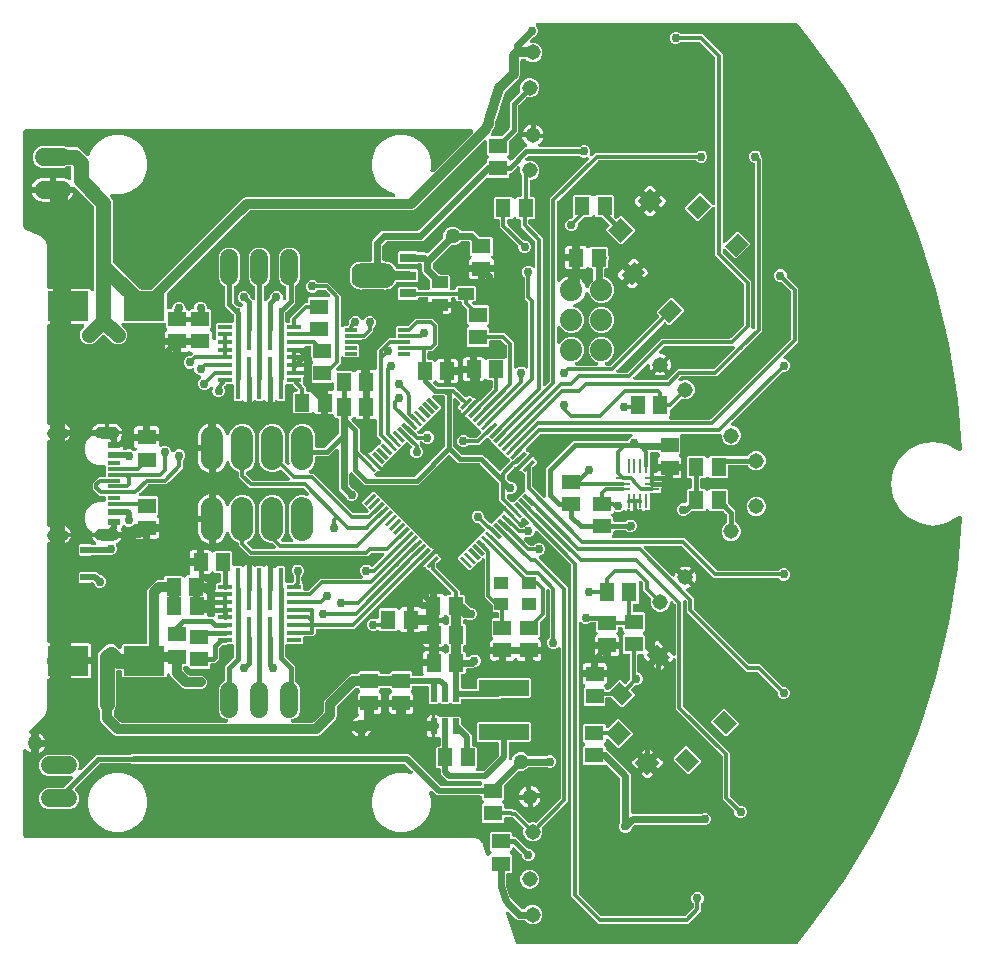
<source format=gbr>
G04 EAGLE Gerber RS-274X export*
G75*
%MOMM*%
%FSLAX34Y34*%
%LPD*%
%INTop Copper*%
%IPPOS*%
%AMOC8*
5,1,8,0,0,1.08239X$1,22.5*%
G01*
%ADD10R,1.300000X1.500000*%
%ADD11R,1.500000X1.300000*%
%ADD12R,0.250000X1.250000*%
%ADD13R,1.250000X0.250000*%
%ADD14C,1.308000*%
%ADD15R,1.000000X0.300000*%
%ADD16R,1.000000X0.600000*%
%ADD17C,0.908000*%
%ADD18R,1.600000X1.300000*%
%ADD19R,1.300000X1.600000*%
%ADD20R,3.500000X2.500000*%
%ADD21C,1.524000*%
%ADD22R,0.550000X1.350000*%
%ADD23R,4.200000X1.400000*%
%ADD24R,1.400000X1.000000*%
%ADD25R,1.400000X0.800000*%
%ADD26R,1.900000X0.800000*%
%ADD27C,1.270000*%
%ADD28R,1.500000X1.500000*%
%ADD29C,1.879600*%
%ADD30R,0.830000X0.630000*%
%ADD31R,1.200000X1.100000*%
%ADD32R,1.300000X1.550000*%
%ADD33R,1.193800X0.304800*%
%ADD34R,1.200000X0.350000*%
%ADD35R,1.250000X0.350000*%
%ADD36R,0.450000X3.550000*%
%ADD37C,1.508000*%
%ADD38C,1.879600*%
%ADD39C,0.508000*%
%ADD40C,1.270000*%
%ADD41C,0.756400*%
%ADD42C,0.812800*%
%ADD43C,0.304800*%
%ADD44C,0.406400*%
%ADD45C,0.609600*%

G36*
X644449Y10165D02*
X644449Y10165D01*
X644482Y10162D01*
X644622Y10184D01*
X644762Y10201D01*
X644793Y10212D01*
X644826Y10217D01*
X644957Y10270D01*
X645090Y10318D01*
X645118Y10336D01*
X645149Y10349D01*
X645265Y10431D01*
X645383Y10507D01*
X645406Y10531D01*
X645433Y10550D01*
X645602Y10728D01*
X657102Y24986D01*
X657120Y25015D01*
X657156Y25057D01*
X684691Y63581D01*
X684712Y63618D01*
X684756Y63680D01*
X709223Y104222D01*
X709241Y104260D01*
X709280Y104325D01*
X730532Y146641D01*
X730547Y146681D01*
X730581Y146749D01*
X748490Y190584D01*
X748501Y190625D01*
X748531Y190695D01*
X762989Y235787D01*
X762997Y235828D01*
X763020Y235901D01*
X773941Y281978D01*
X773946Y282019D01*
X773963Y282093D01*
X781280Y328878D01*
X781282Y328920D01*
X781294Y328995D01*
X784569Y371134D01*
X784566Y371217D01*
X784567Y371223D01*
X784566Y371230D01*
X784563Y371293D01*
X784561Y371452D01*
X784557Y371467D01*
X784556Y371482D01*
X784515Y371635D01*
X784476Y371790D01*
X784469Y371804D01*
X784465Y371818D01*
X784389Y371958D01*
X784316Y372100D01*
X784306Y372111D01*
X784299Y372125D01*
X784193Y372244D01*
X784090Y372365D01*
X784078Y372374D01*
X784068Y372386D01*
X783938Y372478D01*
X783810Y372572D01*
X783796Y372578D01*
X783784Y372587D01*
X783636Y372647D01*
X783490Y372710D01*
X783475Y372713D01*
X783461Y372719D01*
X783304Y372744D01*
X783147Y372772D01*
X783132Y372771D01*
X783117Y372774D01*
X782958Y372762D01*
X782799Y372754D01*
X782784Y372750D01*
X782769Y372749D01*
X782617Y372701D01*
X782464Y372657D01*
X782451Y372650D01*
X782436Y372645D01*
X782298Y372565D01*
X782160Y372487D01*
X782146Y372475D01*
X782135Y372469D01*
X782107Y372442D01*
X781974Y372329D01*
X780891Y371246D01*
X770983Y366198D01*
X760000Y364458D01*
X749017Y366198D01*
X739109Y371246D01*
X731246Y379109D01*
X726198Y389017D01*
X724458Y400000D01*
X726198Y410983D01*
X731246Y420891D01*
X739109Y428754D01*
X749017Y433802D01*
X760000Y435542D01*
X770983Y433802D01*
X780891Y428754D01*
X781974Y427671D01*
X782098Y427572D01*
X782221Y427471D01*
X782235Y427464D01*
X782247Y427455D01*
X782390Y427387D01*
X782533Y427316D01*
X782548Y427312D01*
X782562Y427306D01*
X782717Y427272D01*
X782872Y427236D01*
X782887Y427235D01*
X782902Y427232D01*
X783061Y427235D01*
X783221Y427235D01*
X783236Y427238D01*
X783251Y427238D01*
X783405Y427277D01*
X783560Y427313D01*
X783574Y427320D01*
X783589Y427323D01*
X783730Y427396D01*
X783873Y427466D01*
X783885Y427476D01*
X783899Y427483D01*
X784020Y427586D01*
X784143Y427687D01*
X784152Y427699D01*
X784164Y427709D01*
X784259Y427837D01*
X784356Y427963D01*
X784362Y427977D01*
X784371Y427989D01*
X784434Y428135D01*
X784500Y428280D01*
X784503Y428295D01*
X784509Y428309D01*
X784537Y428465D01*
X784569Y428622D01*
X784569Y428640D01*
X784571Y428652D01*
X784569Y428691D01*
X784569Y428866D01*
X781294Y471005D01*
X781286Y471046D01*
X781280Y471122D01*
X773963Y517907D01*
X773952Y517947D01*
X773941Y518022D01*
X763020Y564099D01*
X763006Y564138D01*
X762989Y564213D01*
X748531Y609304D01*
X748513Y609343D01*
X748490Y609415D01*
X730581Y653251D01*
X730561Y653288D01*
X730532Y653359D01*
X709280Y695675D01*
X709258Y695710D01*
X709223Y695778D01*
X684756Y736320D01*
X684731Y736353D01*
X684691Y736419D01*
X657156Y774943D01*
X657134Y774968D01*
X657102Y775014D01*
X645602Y789272D01*
X645578Y789296D01*
X645559Y789323D01*
X645454Y789417D01*
X645353Y789517D01*
X645325Y789534D01*
X645300Y789556D01*
X645176Y789625D01*
X645056Y789698D01*
X645024Y789709D01*
X644995Y789725D01*
X644859Y789763D01*
X644725Y789808D01*
X644692Y789811D01*
X644660Y789820D01*
X644416Y789839D01*
X425303Y789839D01*
X425203Y789828D01*
X425103Y789826D01*
X425031Y789808D01*
X424957Y789799D01*
X424862Y789765D01*
X424765Y789741D01*
X424699Y789707D01*
X424629Y789682D01*
X424544Y789627D01*
X424455Y789581D01*
X424398Y789533D01*
X424336Y789493D01*
X424266Y789421D01*
X424190Y789356D01*
X424145Y789296D01*
X424094Y789242D01*
X424042Y789156D01*
X423982Y789075D01*
X423953Y789007D01*
X423915Y788943D01*
X423884Y788847D01*
X423844Y788755D01*
X423831Y788682D01*
X423809Y788611D01*
X423801Y788511D01*
X423783Y788412D01*
X423787Y788338D01*
X423781Y788264D01*
X423796Y788164D01*
X423801Y788064D01*
X423821Y787993D01*
X423832Y787919D01*
X423870Y787826D01*
X423897Y787729D01*
X423934Y787664D01*
X423961Y787595D01*
X424018Y787513D01*
X424067Y787425D01*
X424133Y787349D01*
X424160Y787309D01*
X424186Y787285D01*
X424226Y787239D01*
X425123Y786342D01*
X425931Y784392D01*
X425931Y782280D01*
X425123Y780330D01*
X423630Y778837D01*
X422138Y778219D01*
X422136Y778218D01*
X422134Y778218D01*
X421982Y778132D01*
X421833Y778050D01*
X421832Y778048D01*
X421830Y778047D01*
X421644Y777889D01*
X419363Y775608D01*
X419300Y775529D01*
X419231Y775457D01*
X419192Y775393D01*
X419146Y775335D01*
X419103Y775244D01*
X419052Y775158D01*
X419029Y775087D01*
X418997Y775020D01*
X418976Y774922D01*
X418946Y774826D01*
X418940Y774752D01*
X418924Y774679D01*
X418926Y774579D01*
X418918Y774479D01*
X418929Y774405D01*
X418930Y774331D01*
X418954Y774233D01*
X418969Y774134D01*
X418997Y774065D01*
X419015Y773993D01*
X419061Y773903D01*
X419098Y773810D01*
X419140Y773749D01*
X419174Y773683D01*
X419240Y773606D01*
X419297Y773524D01*
X419352Y773474D01*
X419400Y773418D01*
X419481Y773358D01*
X419556Y773291D01*
X419621Y773255D01*
X419681Y773210D01*
X419773Y773171D01*
X419861Y773122D01*
X419932Y773102D01*
X420001Y773072D01*
X420099Y773055D01*
X420196Y773027D01*
X420296Y773019D01*
X420344Y773011D01*
X420379Y773013D01*
X420440Y773008D01*
X422911Y773008D01*
X425876Y771780D01*
X428144Y769511D01*
X429372Y766547D01*
X429372Y763339D01*
X428144Y760375D01*
X425876Y758106D01*
X422911Y756878D01*
X419703Y756878D01*
X416739Y758106D01*
X415937Y758908D01*
X415838Y758987D01*
X415744Y759071D01*
X415702Y759095D01*
X415664Y759125D01*
X415550Y759179D01*
X415439Y759240D01*
X415392Y759253D01*
X415349Y759274D01*
X415225Y759300D01*
X415104Y759335D01*
X415043Y759339D01*
X415008Y759347D01*
X414960Y759346D01*
X414860Y759354D01*
X412496Y759354D01*
X412470Y759351D01*
X412444Y759353D01*
X412297Y759331D01*
X412150Y759314D01*
X412125Y759305D01*
X412099Y759302D01*
X411961Y759247D01*
X411822Y759197D01*
X411800Y759183D01*
X411775Y759173D01*
X411654Y759088D01*
X411529Y759008D01*
X411511Y758989D01*
X411489Y758974D01*
X411390Y758864D01*
X411287Y758757D01*
X411273Y758735D01*
X411256Y758715D01*
X411184Y758585D01*
X411108Y758458D01*
X411100Y758433D01*
X411087Y758410D01*
X411047Y758267D01*
X411002Y758126D01*
X411000Y758100D01*
X410992Y758075D01*
X410973Y757831D01*
X410973Y745648D01*
X410122Y743594D01*
X398317Y731789D01*
X398282Y731746D01*
X398241Y731707D01*
X398174Y731609D01*
X398101Y731516D01*
X398077Y731466D01*
X398045Y731419D01*
X397958Y731215D01*
X397952Y731201D01*
X397951Y731198D01*
X397949Y731194D01*
X389891Y707019D01*
X389866Y706899D01*
X389832Y706781D01*
X389827Y706715D01*
X389819Y706678D01*
X389820Y706631D01*
X389813Y706538D01*
X389813Y702997D01*
X388962Y700942D01*
X387571Y699552D01*
X387536Y699508D01*
X387495Y699470D01*
X387428Y699372D01*
X387355Y699279D01*
X387331Y699228D01*
X387299Y699181D01*
X387212Y698977D01*
X387206Y698964D01*
X387205Y698961D01*
X387203Y698956D01*
X386581Y697091D01*
X385988Y696406D01*
X385961Y696368D01*
X385929Y696334D01*
X385863Y696224D01*
X385791Y696118D01*
X385774Y696075D01*
X385750Y696035D01*
X385711Y695913D01*
X385665Y695794D01*
X385658Y695747D01*
X385644Y695703D01*
X385634Y695576D01*
X385616Y695448D01*
X385620Y695402D01*
X385616Y695356D01*
X385635Y695229D01*
X385646Y695101D01*
X385661Y695057D01*
X385668Y695011D01*
X385715Y694892D01*
X385755Y694770D01*
X385779Y694730D01*
X385796Y694687D01*
X385870Y694582D01*
X385936Y694472D01*
X385969Y694439D01*
X385995Y694401D01*
X386090Y694315D01*
X386180Y694224D01*
X386220Y694199D01*
X386254Y694168D01*
X386367Y694106D01*
X386475Y694037D01*
X386518Y694022D01*
X386559Y693999D01*
X386683Y693964D01*
X386804Y693922D01*
X386850Y693917D01*
X386895Y693904D01*
X387138Y693885D01*
X394364Y693885D01*
X394489Y693899D01*
X394616Y693906D01*
X394662Y693919D01*
X394710Y693925D01*
X394829Y693967D01*
X394950Y694002D01*
X394993Y694026D01*
X395038Y694042D01*
X395144Y694111D01*
X395255Y694172D01*
X395301Y694212D01*
X395331Y694231D01*
X395364Y694266D01*
X395441Y694331D01*
X401381Y700271D01*
X401460Y700370D01*
X401544Y700464D01*
X401568Y700506D01*
X401598Y700544D01*
X401652Y700658D01*
X401713Y700769D01*
X401726Y700816D01*
X401747Y700859D01*
X401773Y700983D01*
X401808Y701104D01*
X401813Y701165D01*
X401820Y701200D01*
X401819Y701248D01*
X401827Y701348D01*
X401827Y723222D01*
X404357Y725751D01*
X410327Y731722D01*
X410375Y731782D01*
X410430Y731835D01*
X410483Y731917D01*
X410544Y731995D01*
X410576Y732064D01*
X410618Y732128D01*
X410651Y732221D01*
X410693Y732310D01*
X410709Y732384D01*
X410734Y732456D01*
X410745Y732554D01*
X410766Y732650D01*
X410765Y732727D01*
X410773Y732803D01*
X410762Y732901D01*
X410760Y732999D01*
X410742Y733073D01*
X410733Y733149D01*
X410687Y733291D01*
X410675Y733337D01*
X410666Y733354D01*
X410657Y733382D01*
X410628Y733453D01*
X410628Y736661D01*
X411856Y739625D01*
X414124Y741894D01*
X417089Y743122D01*
X420297Y743122D01*
X423261Y741894D01*
X425530Y739625D01*
X426757Y736661D01*
X426757Y733453D01*
X425530Y730489D01*
X423261Y728220D01*
X420297Y726992D01*
X417088Y726992D01*
X417017Y727022D01*
X416944Y727043D01*
X416874Y727073D01*
X416777Y727090D01*
X416682Y727118D01*
X416606Y727121D01*
X416531Y727135D01*
X416432Y727130D01*
X416334Y727134D01*
X416259Y727121D01*
X416182Y727117D01*
X416088Y727090D01*
X415991Y727072D01*
X415921Y727041D01*
X415848Y727020D01*
X415762Y726972D01*
X415672Y726933D01*
X415610Y726887D01*
X415543Y726850D01*
X415430Y726753D01*
X415392Y726725D01*
X415379Y726711D01*
X415357Y726692D01*
X409387Y720721D01*
X409308Y720622D01*
X409224Y720528D01*
X409200Y720486D01*
X409170Y720448D01*
X409116Y720334D01*
X409055Y720223D01*
X409042Y720177D01*
X409021Y720133D01*
X408995Y720010D01*
X408960Y719888D01*
X408955Y719827D01*
X408948Y719792D01*
X408949Y719744D01*
X408941Y719644D01*
X408941Y697771D01*
X401971Y690801D01*
X401892Y690702D01*
X401808Y690608D01*
X401784Y690566D01*
X401754Y690528D01*
X401700Y690414D01*
X401639Y690303D01*
X401626Y690256D01*
X401605Y690213D01*
X401579Y690089D01*
X401544Y689968D01*
X401539Y689907D01*
X401532Y689872D01*
X401533Y689824D01*
X401525Y689724D01*
X401525Y678728D01*
X400233Y677437D01*
X400217Y677417D01*
X400197Y677400D01*
X400109Y677280D01*
X400017Y677164D01*
X400006Y677140D01*
X399990Y677119D01*
X399931Y676983D01*
X399868Y676849D01*
X399862Y676823D01*
X399852Y676799D01*
X399826Y676653D01*
X399794Y676508D01*
X399795Y676482D01*
X399790Y676456D01*
X399798Y676308D01*
X399800Y676160D01*
X399807Y676134D01*
X399808Y676108D01*
X399849Y675966D01*
X399885Y675822D01*
X399897Y675798D01*
X399905Y675773D01*
X399977Y675644D01*
X400045Y675512D01*
X400062Y675492D01*
X400075Y675469D01*
X400233Y675283D01*
X401578Y673938D01*
X401599Y673922D01*
X401616Y673902D01*
X401735Y673814D01*
X401851Y673722D01*
X401875Y673710D01*
X401896Y673695D01*
X402032Y673636D01*
X402166Y673573D01*
X402192Y673567D01*
X402216Y673557D01*
X402362Y673530D01*
X402507Y673499D01*
X402533Y673500D01*
X402559Y673495D01*
X402707Y673503D01*
X402855Y673505D01*
X402881Y673512D01*
X402907Y673513D01*
X403049Y673554D01*
X403193Y673590D01*
X403217Y673602D01*
X403242Y673610D01*
X403371Y673682D01*
X403503Y673750D01*
X403523Y673767D01*
X403546Y673780D01*
X403732Y673938D01*
X414579Y684785D01*
X415152Y684785D01*
X415197Y684790D01*
X415242Y684787D01*
X415370Y684810D01*
X415498Y684825D01*
X415541Y684840D01*
X415586Y684848D01*
X415704Y684899D01*
X415826Y684942D01*
X415864Y684967D01*
X415906Y684985D01*
X416010Y685061D01*
X416119Y685131D01*
X416151Y685164D01*
X416187Y685191D01*
X416271Y685289D01*
X416361Y685382D01*
X416384Y685421D01*
X416414Y685455D01*
X416474Y685570D01*
X416540Y685681D01*
X416554Y685724D01*
X416575Y685765D01*
X416607Y685890D01*
X416646Y686013D01*
X416650Y686058D01*
X416661Y686102D01*
X416664Y686232D01*
X416674Y686360D01*
X416667Y686405D01*
X416668Y686451D01*
X416642Y686577D01*
X416622Y686705D01*
X416606Y686747D01*
X416596Y686792D01*
X416541Y686909D01*
X416494Y687029D01*
X416468Y687066D01*
X416448Y687107D01*
X416368Y687209D01*
X416295Y687315D01*
X416261Y687345D01*
X416233Y687381D01*
X416047Y687540D01*
X415392Y688017D01*
X414381Y689027D01*
X413541Y690184D01*
X412892Y691457D01*
X412450Y692816D01*
X412307Y693723D01*
X420659Y692993D01*
X420685Y692993D01*
X420711Y692989D01*
X420859Y692998D01*
X421007Y693002D01*
X421032Y693009D01*
X421059Y693011D01*
X421142Y693036D01*
X421179Y693022D01*
X421316Y692964D01*
X421342Y692960D01*
X421366Y692951D01*
X421607Y692910D01*
X429957Y692179D01*
X429723Y691457D01*
X429074Y690184D01*
X428234Y689027D01*
X427223Y688017D01*
X426568Y687540D01*
X426534Y687510D01*
X426496Y687485D01*
X426406Y687392D01*
X426311Y687305D01*
X426285Y687267D01*
X426254Y687234D01*
X426187Y687123D01*
X426115Y687017D01*
X426098Y686974D01*
X426075Y686935D01*
X426035Y686812D01*
X425989Y686692D01*
X425982Y686647D01*
X425969Y686603D01*
X425958Y686474D01*
X425940Y686347D01*
X425944Y686301D01*
X425941Y686256D01*
X425960Y686128D01*
X425971Y685999D01*
X425985Y685956D01*
X425992Y685911D01*
X426040Y685791D01*
X426080Y685668D01*
X426104Y685630D01*
X426121Y685587D01*
X426195Y685481D01*
X426262Y685371D01*
X426294Y685338D01*
X426320Y685301D01*
X426416Y685215D01*
X426506Y685123D01*
X426545Y685098D01*
X426579Y685068D01*
X426692Y685005D01*
X426801Y684936D01*
X426844Y684921D01*
X426884Y684899D01*
X427008Y684864D01*
X427130Y684822D01*
X427175Y684817D01*
X427219Y684804D01*
X427463Y684785D01*
X460241Y684785D01*
X460367Y684799D01*
X460493Y684806D01*
X460539Y684819D01*
X460587Y684825D01*
X460706Y684867D01*
X460828Y684902D01*
X460870Y684926D01*
X460915Y684942D01*
X461022Y685011D01*
X461132Y685072D01*
X461178Y685112D01*
X461208Y685131D01*
X461242Y685166D01*
X461318Y685231D01*
X461814Y685727D01*
X463764Y686535D01*
X465876Y686535D01*
X467826Y685727D01*
X469319Y684234D01*
X470127Y682284D01*
X470127Y680172D01*
X469829Y679453D01*
X469815Y679404D01*
X469793Y679359D01*
X469767Y679237D01*
X469733Y679117D01*
X469730Y679067D01*
X469720Y679018D01*
X469722Y678894D01*
X469716Y678769D01*
X469725Y678720D01*
X469726Y678669D01*
X469756Y678549D01*
X469778Y678426D01*
X469798Y678380D01*
X469811Y678331D01*
X469868Y678221D01*
X469917Y678107D01*
X469947Y678066D01*
X469970Y678022D01*
X470051Y677927D01*
X470125Y677827D01*
X470164Y677794D01*
X470196Y677756D01*
X470296Y677682D01*
X470391Y677602D01*
X470436Y677579D01*
X470477Y677549D01*
X470591Y677500D01*
X470701Y677443D01*
X470750Y677431D01*
X470797Y677411D01*
X470919Y677389D01*
X471040Y677359D01*
X471090Y677358D01*
X471140Y677349D01*
X471264Y677356D01*
X471388Y677354D01*
X471437Y677365D01*
X471488Y677367D01*
X471607Y677402D01*
X471729Y677428D01*
X471774Y677450D01*
X471822Y677464D01*
X471931Y677525D01*
X472043Y677578D01*
X472083Y677609D01*
X472127Y677634D01*
X472313Y677792D01*
X474225Y679705D01*
X558793Y679705D01*
X558919Y679719D01*
X559045Y679726D01*
X559091Y679739D01*
X559139Y679745D01*
X559258Y679787D01*
X559380Y679822D01*
X559422Y679846D01*
X559467Y679862D01*
X559573Y679931D01*
X559684Y679992D01*
X559730Y680032D01*
X559760Y680051D01*
X559794Y680086D01*
X559870Y680151D01*
X560874Y681155D01*
X562824Y681963D01*
X564936Y681963D01*
X566886Y681155D01*
X568379Y679662D01*
X569187Y677712D01*
X569187Y675600D01*
X568379Y673650D01*
X566886Y672157D01*
X564936Y671349D01*
X562824Y671349D01*
X560874Y672157D01*
X559870Y673161D01*
X559771Y673240D01*
X559677Y673324D01*
X559635Y673348D01*
X559597Y673378D01*
X559483Y673432D01*
X559372Y673493D01*
X559326Y673506D01*
X559282Y673527D01*
X559159Y673553D01*
X559037Y673588D01*
X558976Y673593D01*
X558941Y673600D01*
X558893Y673599D01*
X558793Y673607D01*
X477382Y673607D01*
X477256Y673593D01*
X477130Y673586D01*
X477084Y673573D01*
X477036Y673567D01*
X476917Y673525D01*
X476795Y673490D01*
X476753Y673466D01*
X476707Y673450D01*
X476601Y673381D01*
X476491Y673320D01*
X476445Y673280D01*
X476415Y673261D01*
X476381Y673226D01*
X476305Y673161D01*
X442407Y639263D01*
X442328Y639164D01*
X442244Y639070D01*
X442220Y639028D01*
X442190Y638990D01*
X442136Y638876D01*
X442075Y638765D01*
X442062Y638719D01*
X442041Y638675D01*
X442015Y638552D01*
X441980Y638430D01*
X441975Y638369D01*
X441968Y638334D01*
X441969Y638286D01*
X441961Y638186D01*
X441961Y572100D01*
X441966Y572054D01*
X441963Y572009D01*
X441986Y571882D01*
X442001Y571753D01*
X442016Y571711D01*
X442024Y571666D01*
X442075Y571547D01*
X442118Y571425D01*
X442143Y571387D01*
X442161Y571345D01*
X442237Y571241D01*
X442307Y571132D01*
X442340Y571101D01*
X442367Y571064D01*
X442465Y570980D01*
X442558Y570890D01*
X442597Y570867D01*
X442631Y570837D01*
X442746Y570778D01*
X442857Y570711D01*
X442900Y570698D01*
X442941Y570677D01*
X443066Y570645D01*
X443189Y570605D01*
X443234Y570602D01*
X443278Y570590D01*
X443408Y570588D01*
X443536Y570577D01*
X443581Y570584D01*
X443627Y570583D01*
X443753Y570610D01*
X443881Y570629D01*
X443923Y570646D01*
X443968Y570655D01*
X444085Y570710D01*
X444205Y570758D01*
X444242Y570784D01*
X444283Y570803D01*
X444385Y570883D01*
X444491Y570957D01*
X444521Y570990D01*
X444557Y571019D01*
X444716Y571204D01*
X445046Y571658D01*
X446374Y572986D01*
X447895Y574091D01*
X449569Y574944D01*
X451356Y575525D01*
X451613Y575565D01*
X451613Y564896D01*
X451616Y564870D01*
X451614Y564844D01*
X451636Y564697D01*
X451653Y564550D01*
X451661Y564525D01*
X451665Y564499D01*
X451720Y564362D01*
X451770Y564222D01*
X451784Y564200D01*
X451794Y564175D01*
X451879Y564054D01*
X451959Y563929D01*
X451978Y563911D01*
X451993Y563889D01*
X452103Y563790D01*
X452210Y563687D01*
X452232Y563673D01*
X452252Y563656D01*
X452382Y563584D01*
X452509Y563508D01*
X452534Y563500D01*
X452557Y563487D01*
X452700Y563447D01*
X452841Y563402D01*
X452867Y563400D01*
X452892Y563393D01*
X453136Y563373D01*
X455168Y563373D01*
X455194Y563376D01*
X455220Y563374D01*
X455367Y563396D01*
X455514Y563413D01*
X455539Y563422D01*
X455565Y563426D01*
X455703Y563480D01*
X455842Y563530D01*
X455864Y563545D01*
X455889Y563554D01*
X456010Y563639D01*
X456135Y563719D01*
X456153Y563738D01*
X456175Y563753D01*
X456274Y563863D01*
X456377Y563970D01*
X456391Y563993D01*
X456408Y564012D01*
X456480Y564142D01*
X456556Y564269D01*
X456564Y564294D01*
X456577Y564317D01*
X456617Y564460D01*
X456662Y564601D01*
X456664Y564627D01*
X456672Y564652D01*
X456691Y564896D01*
X456691Y575565D01*
X456948Y575525D01*
X458735Y574944D01*
X460409Y574091D01*
X461930Y572986D01*
X463258Y571658D01*
X464363Y570137D01*
X465216Y568463D01*
X465797Y566676D01*
X465807Y566613D01*
X465835Y566511D01*
X465854Y566408D01*
X465882Y566344D01*
X465900Y566277D01*
X465951Y566185D01*
X465993Y566088D01*
X466034Y566032D01*
X466068Y565971D01*
X466138Y565893D01*
X466201Y565809D01*
X466254Y565764D01*
X466300Y565712D01*
X466386Y565651D01*
X466467Y565583D01*
X466529Y565552D01*
X466586Y565512D01*
X466683Y565473D01*
X466777Y565425D01*
X466844Y565408D01*
X466909Y565382D01*
X467013Y565366D01*
X467115Y565340D01*
X467185Y565339D01*
X467253Y565329D01*
X467358Y565337D01*
X467464Y565335D01*
X467532Y565350D01*
X467601Y565356D01*
X467701Y565387D01*
X467804Y565410D01*
X467867Y565440D01*
X467933Y565461D01*
X468024Y565514D01*
X468119Y565559D01*
X468173Y565603D01*
X468233Y565638D01*
X468309Y565711D01*
X468391Y565777D01*
X468434Y565831D01*
X468485Y565880D01*
X468542Y565968D01*
X468607Y566050D01*
X468649Y566133D01*
X468675Y566172D01*
X468688Y566208D01*
X468719Y566268D01*
X470292Y570067D01*
X472017Y571792D01*
X472096Y571891D01*
X472180Y571985D01*
X472204Y572027D01*
X472234Y572065D01*
X472288Y572179D01*
X472349Y572290D01*
X472362Y572337D01*
X472383Y572380D01*
X472409Y572504D01*
X472444Y572625D01*
X472449Y572686D01*
X472456Y572721D01*
X472455Y572769D01*
X472463Y572869D01*
X472463Y580724D01*
X472460Y580750D01*
X472462Y580776D01*
X472440Y580923D01*
X472423Y581070D01*
X472415Y581095D01*
X472411Y581121D01*
X472356Y581259D01*
X472306Y581398D01*
X472292Y581420D01*
X472282Y581445D01*
X472197Y581566D01*
X472117Y581691D01*
X472098Y581709D01*
X472083Y581731D01*
X471973Y581830D01*
X471866Y581933D01*
X471844Y581947D01*
X471824Y581964D01*
X471695Y582036D01*
X471567Y582112D01*
X471542Y582120D01*
X471519Y582133D01*
X471376Y582173D01*
X471235Y582218D01*
X471209Y582220D01*
X471184Y582228D01*
X470940Y582247D01*
X469904Y582247D01*
X469207Y582945D01*
X469166Y582977D01*
X469132Y583015D01*
X469031Y583085D01*
X468934Y583162D01*
X468887Y583184D01*
X468845Y583213D01*
X468730Y583258D01*
X468618Y583311D01*
X468569Y583321D01*
X468521Y583340D01*
X468399Y583358D01*
X468278Y583384D01*
X468227Y583383D01*
X468176Y583391D01*
X468053Y583380D01*
X467929Y583378D01*
X467880Y583366D01*
X467829Y583361D01*
X467711Y583323D01*
X467591Y583293D01*
X467546Y583270D01*
X467497Y583254D01*
X467391Y583190D01*
X467282Y583133D01*
X467243Y583100D01*
X467199Y583074D01*
X467110Y582988D01*
X467016Y582908D01*
X466986Y582867D01*
X466949Y582831D01*
X466810Y582630D01*
X466569Y582212D01*
X466096Y581739D01*
X465517Y581404D01*
X464871Y581231D01*
X461083Y581231D01*
X461083Y589748D01*
X461080Y589774D01*
X461082Y589800D01*
X461060Y589947D01*
X461043Y590094D01*
X461034Y590119D01*
X461031Y590145D01*
X460976Y590283D01*
X460926Y590422D01*
X460912Y590444D01*
X460902Y590469D01*
X460817Y590590D01*
X460737Y590715D01*
X460718Y590733D01*
X460703Y590755D01*
X460593Y590854D01*
X460486Y590957D01*
X460464Y590971D01*
X460444Y590988D01*
X460314Y591060D01*
X460187Y591136D01*
X460162Y591144D01*
X460139Y591157D01*
X459996Y591197D01*
X459855Y591242D01*
X459829Y591244D01*
X459804Y591252D01*
X459560Y591271D01*
X458035Y591271D01*
X458035Y591273D01*
X459560Y591273D01*
X459586Y591276D01*
X459612Y591274D01*
X459759Y591296D01*
X459906Y591313D01*
X459931Y591322D01*
X459957Y591325D01*
X460095Y591380D01*
X460234Y591430D01*
X460256Y591444D01*
X460281Y591454D01*
X460402Y591539D01*
X460527Y591619D01*
X460545Y591638D01*
X460567Y591653D01*
X460666Y591763D01*
X460769Y591870D01*
X460783Y591892D01*
X460800Y591912D01*
X460872Y592042D01*
X460948Y592169D01*
X460956Y592194D01*
X460969Y592217D01*
X461009Y592360D01*
X461054Y592501D01*
X461056Y592527D01*
X461064Y592552D01*
X461083Y592796D01*
X461083Y601313D01*
X464871Y601313D01*
X465517Y601140D01*
X466096Y600805D01*
X466569Y600332D01*
X466810Y599914D01*
X466841Y599873D01*
X466864Y599828D01*
X466944Y599734D01*
X467018Y599634D01*
X467057Y599601D01*
X467090Y599563D01*
X467189Y599489D01*
X467284Y599409D01*
X467329Y599386D01*
X467370Y599355D01*
X467484Y599306D01*
X467594Y599250D01*
X467643Y599238D01*
X467690Y599217D01*
X467812Y599196D01*
X467932Y599166D01*
X467983Y599165D01*
X468033Y599156D01*
X468157Y599162D01*
X468280Y599160D01*
X468330Y599171D01*
X468381Y599174D01*
X468500Y599208D01*
X468621Y599234D01*
X468667Y599256D01*
X468716Y599270D01*
X468824Y599331D01*
X468936Y599384D01*
X468976Y599415D01*
X469020Y599440D01*
X469207Y599599D01*
X469904Y600297D01*
X484168Y600297D01*
X485061Y599404D01*
X485061Y594135D01*
X485075Y594009D01*
X485082Y593883D01*
X485095Y593836D01*
X485101Y593788D01*
X485143Y593669D01*
X485178Y593548D01*
X485202Y593506D01*
X485218Y593460D01*
X485287Y593354D01*
X485348Y593244D01*
X485388Y593198D01*
X485407Y593168D01*
X485442Y593134D01*
X485507Y593058D01*
X485609Y592956D01*
X485609Y589588D01*
X485507Y589486D01*
X485428Y589387D01*
X485344Y589294D01*
X485320Y589251D01*
X485290Y589213D01*
X485236Y589099D01*
X485175Y588989D01*
X485162Y588942D01*
X485141Y588898D01*
X485115Y588775D01*
X485080Y588653D01*
X485075Y588592D01*
X485068Y588558D01*
X485069Y588509D01*
X485061Y588409D01*
X485061Y583140D01*
X484168Y582247D01*
X483132Y582247D01*
X483106Y582244D01*
X483080Y582246D01*
X482933Y582224D01*
X482786Y582207D01*
X482761Y582199D01*
X482735Y582195D01*
X482597Y582140D01*
X482458Y582090D01*
X482436Y582076D01*
X482411Y582066D01*
X482290Y581981D01*
X482165Y581901D01*
X482147Y581882D01*
X482125Y581867D01*
X482026Y581757D01*
X481923Y581650D01*
X481909Y581628D01*
X481892Y581608D01*
X481820Y581478D01*
X481744Y581351D01*
X481736Y581326D01*
X481723Y581303D01*
X481683Y581160D01*
X481638Y581019D01*
X481636Y580993D01*
X481628Y580968D01*
X481609Y580724D01*
X481609Y575869D01*
X481617Y575793D01*
X481616Y575716D01*
X481637Y575620D01*
X481649Y575522D01*
X481674Y575450D01*
X481691Y575376D01*
X481733Y575287D01*
X481766Y575194D01*
X481808Y575130D01*
X481840Y575061D01*
X481902Y574984D01*
X481955Y574901D01*
X482010Y574848D01*
X482058Y574789D01*
X482135Y574728D01*
X482206Y574659D01*
X482271Y574620D01*
X482331Y574573D01*
X482464Y574505D01*
X482505Y574480D01*
X482523Y574475D01*
X482549Y574461D01*
X485739Y573140D01*
X488812Y570067D01*
X490475Y566053D01*
X490475Y561707D01*
X488812Y557693D01*
X485739Y554620D01*
X481725Y552957D01*
X477379Y552957D01*
X473365Y554620D01*
X470292Y557693D01*
X468719Y561492D01*
X468667Y561584D01*
X468625Y561680D01*
X468583Y561736D01*
X468549Y561796D01*
X468478Y561874D01*
X468415Y561958D01*
X468362Y562003D01*
X468315Y562055D01*
X468229Y562114D01*
X468148Y562182D01*
X468086Y562213D01*
X468028Y562253D01*
X467930Y562291D01*
X467837Y562339D01*
X467769Y562355D01*
X467704Y562381D01*
X467600Y562396D01*
X467498Y562421D01*
X467428Y562421D01*
X467359Y562431D01*
X467254Y562423D01*
X467149Y562424D01*
X467081Y562408D01*
X467012Y562403D01*
X466912Y562370D01*
X466809Y562347D01*
X466747Y562317D01*
X466680Y562295D01*
X466590Y562241D01*
X466496Y562195D01*
X466441Y562152D01*
X466382Y562116D01*
X466306Y562042D01*
X466225Y561976D01*
X466182Y561922D01*
X466132Y561873D01*
X466075Y561784D01*
X466010Y561701D01*
X465981Y561638D01*
X465944Y561580D01*
X465908Y561481D01*
X465864Y561385D01*
X465842Y561295D01*
X465827Y561251D01*
X465823Y561213D01*
X465807Y561147D01*
X465797Y561084D01*
X465216Y559297D01*
X464363Y557623D01*
X463258Y556102D01*
X461930Y554774D01*
X460409Y553669D01*
X458735Y552816D01*
X456948Y552235D01*
X456885Y552225D01*
X456783Y552197D01*
X456680Y552178D01*
X456616Y552150D01*
X456549Y552132D01*
X456457Y552081D01*
X456360Y552039D01*
X456304Y551998D01*
X456243Y551964D01*
X456165Y551894D01*
X456081Y551831D01*
X456036Y551778D01*
X455984Y551732D01*
X455923Y551646D01*
X455855Y551565D01*
X455824Y551503D01*
X455784Y551446D01*
X455745Y551349D01*
X455697Y551255D01*
X455680Y551188D01*
X455654Y551123D01*
X455638Y551019D01*
X455612Y550917D01*
X455611Y550847D01*
X455601Y550779D01*
X455609Y550674D01*
X455607Y550568D01*
X455622Y550500D01*
X455628Y550431D01*
X455659Y550331D01*
X455682Y550228D01*
X455712Y550165D01*
X455733Y550099D01*
X455786Y550008D01*
X455831Y549913D01*
X455875Y549859D01*
X455910Y549799D01*
X455983Y549723D01*
X456049Y549641D01*
X456103Y549598D01*
X456152Y549547D01*
X456240Y549490D01*
X456322Y549425D01*
X456405Y549383D01*
X456444Y549357D01*
X456480Y549344D01*
X456540Y549313D01*
X460339Y547740D01*
X463412Y544667D01*
X465075Y540653D01*
X465075Y536307D01*
X463412Y532293D01*
X460339Y529220D01*
X456325Y527557D01*
X451979Y527557D01*
X447965Y529220D01*
X444892Y532293D01*
X444891Y532295D01*
X444867Y532339D01*
X444850Y532386D01*
X444782Y532491D01*
X444722Y532599D01*
X444688Y532637D01*
X444661Y532679D01*
X444571Y532766D01*
X444488Y532858D01*
X444446Y532886D01*
X444410Y532921D01*
X444303Y532985D01*
X444201Y533056D01*
X444154Y533074D01*
X444111Y533100D01*
X443993Y533138D01*
X443877Y533184D01*
X443827Y533191D01*
X443779Y533206D01*
X443655Y533216D01*
X443532Y533234D01*
X443482Y533230D01*
X443432Y533234D01*
X443309Y533216D01*
X443185Y533206D01*
X443137Y533190D01*
X443087Y533183D01*
X442971Y533137D01*
X442853Y533099D01*
X442810Y533073D01*
X442763Y533054D01*
X442661Y532983D01*
X442555Y532919D01*
X442518Y532884D01*
X442477Y532855D01*
X442394Y532763D01*
X442305Y532676D01*
X442277Y532634D01*
X442244Y532596D01*
X442184Y532487D01*
X442116Y532383D01*
X442099Y532335D01*
X442075Y532291D01*
X442041Y532172D01*
X442000Y532054D01*
X441994Y532004D01*
X441980Y531956D01*
X441961Y531712D01*
X441961Y519848D01*
X441967Y519798D01*
X441964Y519748D01*
X441986Y519625D01*
X442001Y519502D01*
X442018Y519454D01*
X442027Y519405D01*
X442076Y519291D01*
X442118Y519174D01*
X442145Y519131D01*
X442166Y519085D01*
X442240Y518985D01*
X442307Y518881D01*
X442343Y518846D01*
X442373Y518805D01*
X442468Y518725D01*
X442558Y518639D01*
X442601Y518613D01*
X442639Y518580D01*
X442750Y518524D01*
X442857Y518460D01*
X442905Y518445D01*
X442950Y518422D01*
X443071Y518391D01*
X443189Y518354D01*
X443239Y518350D01*
X443288Y518337D01*
X443412Y518336D01*
X443536Y518326D01*
X443586Y518333D01*
X443636Y518332D01*
X443758Y518359D01*
X443881Y518377D01*
X443928Y518396D01*
X443977Y518407D01*
X444089Y518460D01*
X444205Y518506D01*
X444246Y518535D01*
X444292Y518556D01*
X444389Y518634D01*
X444491Y518705D01*
X444525Y518742D01*
X444564Y518774D01*
X444641Y518871D01*
X444724Y518964D01*
X444749Y519008D01*
X444780Y519047D01*
X444891Y519265D01*
X444892Y519267D01*
X447965Y522340D01*
X451979Y524003D01*
X456325Y524003D01*
X460339Y522340D01*
X463412Y519267D01*
X465075Y515253D01*
X465075Y510907D01*
X463412Y506893D01*
X460339Y503820D01*
X457884Y502803D01*
X457840Y502779D01*
X457793Y502762D01*
X457688Y502694D01*
X457580Y502634D01*
X457542Y502600D01*
X457500Y502573D01*
X457414Y502483D01*
X457321Y502400D01*
X457293Y502358D01*
X457258Y502322D01*
X457194Y502215D01*
X457123Y502113D01*
X457105Y502066D01*
X457079Y502023D01*
X457041Y501905D01*
X456995Y501789D01*
X456988Y501739D01*
X456973Y501691D01*
X456963Y501567D01*
X456945Y501444D01*
X456949Y501394D01*
X456945Y501344D01*
X456963Y501221D01*
X456974Y501097D01*
X456989Y501049D01*
X456997Y500999D01*
X457042Y500884D01*
X457081Y500765D01*
X457107Y500722D01*
X457125Y500675D01*
X457196Y500573D01*
X457260Y500467D01*
X457296Y500430D01*
X457324Y500389D01*
X457416Y500306D01*
X457503Y500217D01*
X457546Y500189D01*
X457583Y500156D01*
X457692Y500096D01*
X457796Y500028D01*
X457844Y500011D01*
X457888Y499987D01*
X458008Y499953D01*
X458125Y499912D01*
X458175Y499906D01*
X458223Y499892D01*
X458467Y499873D01*
X475237Y499873D01*
X475287Y499878D01*
X475337Y499876D01*
X475460Y499898D01*
X475583Y499913D01*
X475630Y499930D01*
X475680Y499939D01*
X475794Y499988D01*
X475911Y500030D01*
X475953Y500057D01*
X476000Y500077D01*
X476100Y500152D01*
X476204Y500219D01*
X476239Y500255D01*
X476279Y500285D01*
X476360Y500380D01*
X476446Y500470D01*
X476472Y500513D01*
X476504Y500551D01*
X476561Y500662D01*
X476625Y500769D01*
X476640Y500817D01*
X476663Y500862D01*
X476693Y500982D01*
X476731Y501101D01*
X476735Y501151D01*
X476747Y501200D01*
X476749Y501324D01*
X476759Y501448D01*
X476752Y501498D01*
X476752Y501548D01*
X476726Y501670D01*
X476707Y501793D01*
X476689Y501840D01*
X476678Y501889D01*
X476625Y502001D01*
X476579Y502117D01*
X476550Y502158D01*
X476528Y502204D01*
X476451Y502301D01*
X476380Y502403D01*
X476342Y502437D01*
X476311Y502476D01*
X476213Y502553D01*
X476121Y502636D01*
X476077Y502661D01*
X476037Y502692D01*
X475820Y502803D01*
X473365Y503820D01*
X470292Y506893D01*
X468629Y510907D01*
X468629Y515253D01*
X470292Y519267D01*
X473365Y522340D01*
X477379Y524003D01*
X481725Y524003D01*
X485739Y522340D01*
X488812Y519267D01*
X490475Y515253D01*
X490475Y510907D01*
X488812Y506893D01*
X485739Y503820D01*
X483284Y502803D01*
X483240Y502779D01*
X483193Y502762D01*
X483088Y502694D01*
X482980Y502634D01*
X482942Y502600D01*
X482900Y502573D01*
X482814Y502483D01*
X482721Y502400D01*
X482693Y502358D01*
X482658Y502322D01*
X482594Y502215D01*
X482523Y502113D01*
X482505Y502066D01*
X482479Y502023D01*
X482441Y501905D01*
X482395Y501789D01*
X482388Y501739D01*
X482373Y501691D01*
X482363Y501567D01*
X482345Y501444D01*
X482349Y501394D01*
X482345Y501344D01*
X482363Y501221D01*
X482374Y501097D01*
X482389Y501049D01*
X482397Y500999D01*
X482442Y500884D01*
X482481Y500765D01*
X482507Y500722D01*
X482525Y500675D01*
X482596Y500573D01*
X482660Y500467D01*
X482696Y500430D01*
X482724Y500389D01*
X482816Y500306D01*
X482903Y500217D01*
X482946Y500189D01*
X482983Y500156D01*
X483092Y500096D01*
X483196Y500028D01*
X483244Y500011D01*
X483288Y499987D01*
X483408Y499953D01*
X483525Y499912D01*
X483575Y499906D01*
X483623Y499892D01*
X483867Y499873D01*
X486750Y499873D01*
X486876Y499887D01*
X487002Y499894D01*
X487048Y499907D01*
X487096Y499913D01*
X487215Y499955D01*
X487337Y499990D01*
X487379Y500014D01*
X487424Y500030D01*
X487531Y500099D01*
X487641Y500160D01*
X487687Y500200D01*
X487717Y500219D01*
X487751Y500254D01*
X487827Y500319D01*
X528011Y540503D01*
X528028Y540524D01*
X528048Y540541D01*
X528136Y540660D01*
X528228Y540776D01*
X528239Y540800D01*
X528255Y540821D01*
X528314Y540957D01*
X528377Y541091D01*
X528382Y541117D01*
X528393Y541141D01*
X528419Y541287D01*
X528450Y541432D01*
X528450Y541458D01*
X528454Y541484D01*
X528447Y541632D01*
X528444Y541780D01*
X528438Y541806D01*
X528437Y541832D01*
X528395Y541974D01*
X528359Y542118D01*
X528347Y542142D01*
X528340Y542167D01*
X528268Y542296D01*
X528200Y542428D01*
X528183Y542448D01*
X528170Y542471D01*
X528011Y542657D01*
X526201Y544467D01*
X526201Y545730D01*
X538055Y557584D01*
X539318Y557584D01*
X549403Y547498D01*
X549403Y546235D01*
X537550Y534382D01*
X536287Y534382D01*
X534477Y536192D01*
X534457Y536208D01*
X534440Y536228D01*
X534320Y536316D01*
X534204Y536408D01*
X534180Y536419D01*
X534159Y536435D01*
X534023Y536494D01*
X533889Y536557D01*
X533863Y536563D01*
X533839Y536573D01*
X533693Y536599D01*
X533548Y536630D01*
X533522Y536630D01*
X533496Y536635D01*
X533348Y536627D01*
X533200Y536624D01*
X533174Y536618D01*
X533148Y536617D01*
X533006Y536576D01*
X532862Y536539D01*
X532839Y536527D01*
X532813Y536520D01*
X532684Y536448D01*
X532552Y536380D01*
X532532Y536363D01*
X532509Y536350D01*
X532323Y536192D01*
X492508Y496377D01*
X492446Y496299D01*
X492376Y496226D01*
X492338Y496162D01*
X492292Y496104D01*
X492249Y496013D01*
X492197Y495927D01*
X492175Y495856D01*
X492143Y495789D01*
X492122Y495691D01*
X492091Y495595D01*
X492085Y495521D01*
X492070Y495448D01*
X492071Y495348D01*
X492063Y495248D01*
X492074Y495174D01*
X492076Y495100D01*
X492100Y495003D01*
X492115Y494903D01*
X492142Y494834D01*
X492161Y494762D01*
X492207Y494672D01*
X492244Y494579D01*
X492286Y494518D01*
X492320Y494452D01*
X492385Y494375D01*
X492443Y494293D01*
X492498Y494243D01*
X492546Y494187D01*
X492627Y494127D01*
X492701Y494060D01*
X492766Y494024D01*
X492826Y493979D01*
X492918Y493940D01*
X493006Y493891D01*
X493078Y493871D01*
X493146Y493841D01*
X493245Y493824D01*
X493342Y493796D01*
X493442Y493788D01*
X493489Y493780D01*
X493525Y493782D01*
X493586Y493777D01*
X501026Y493777D01*
X501152Y493791D01*
X501278Y493798D01*
X501324Y493811D01*
X501372Y493817D01*
X501491Y493859D01*
X501613Y493894D01*
X501655Y493918D01*
X501701Y493934D01*
X501807Y494003D01*
X501917Y494064D01*
X501963Y494104D01*
X501993Y494123D01*
X502027Y494158D01*
X502103Y494223D01*
X530613Y522733D01*
X587894Y522733D01*
X588020Y522747D01*
X588146Y522754D01*
X588192Y522767D01*
X588240Y522773D01*
X588359Y522815D01*
X588481Y522850D01*
X588523Y522874D01*
X588569Y522890D01*
X588675Y522959D01*
X588785Y523020D01*
X588831Y523060D01*
X588861Y523079D01*
X588895Y523114D01*
X588971Y523179D01*
X600009Y534217D01*
X600088Y534316D01*
X600172Y534410D01*
X600196Y534452D01*
X600226Y534490D01*
X600280Y534604D01*
X600341Y534715D01*
X600354Y534761D01*
X600375Y534805D01*
X600401Y534928D01*
X600436Y535050D01*
X600441Y535111D01*
X600448Y535145D01*
X600447Y535193D01*
X600455Y535294D01*
X600455Y568082D01*
X600441Y568208D01*
X600434Y568334D01*
X600421Y568380D01*
X600415Y568428D01*
X600373Y568547D01*
X600338Y568669D01*
X600314Y568711D01*
X600298Y568757D01*
X600229Y568863D01*
X600168Y568973D01*
X600128Y569019D01*
X600109Y569049D01*
X600074Y569083D01*
X600009Y569159D01*
X578303Y590865D01*
X576071Y593097D01*
X576071Y632865D01*
X576060Y632965D01*
X576058Y633065D01*
X576040Y633137D01*
X576031Y633211D01*
X575998Y633306D01*
X575973Y633403D01*
X575939Y633469D01*
X575914Y633539D01*
X575859Y633624D01*
X575813Y633713D01*
X575765Y633770D01*
X575725Y633832D01*
X575653Y633902D01*
X575588Y633978D01*
X575528Y634023D01*
X575474Y634074D01*
X575388Y634126D01*
X575307Y634186D01*
X575239Y634215D01*
X575175Y634253D01*
X575079Y634284D01*
X574987Y634324D01*
X574914Y634337D01*
X574843Y634359D01*
X574743Y634367D01*
X574644Y634385D01*
X574570Y634381D01*
X574496Y634387D01*
X574396Y634372D01*
X574296Y634367D01*
X574225Y634347D01*
X574151Y634336D01*
X574058Y634299D01*
X573961Y634271D01*
X573896Y634234D01*
X573827Y634207D01*
X573745Y634150D01*
X573657Y634101D01*
X573581Y634035D01*
X573541Y634008D01*
X573517Y633982D01*
X573471Y633942D01*
X561945Y622416D01*
X560682Y622416D01*
X550597Y632502D01*
X550597Y633765D01*
X562450Y645618D01*
X563713Y645618D01*
X573471Y635860D01*
X573549Y635798D01*
X573622Y635728D01*
X573686Y635690D01*
X573744Y635644D01*
X573835Y635601D01*
X573921Y635549D01*
X573992Y635527D01*
X574059Y635495D01*
X574157Y635474D01*
X574253Y635443D01*
X574327Y635437D01*
X574400Y635422D01*
X574500Y635423D01*
X574600Y635415D01*
X574674Y635426D01*
X574748Y635427D01*
X574845Y635452D01*
X574945Y635467D01*
X575014Y635494D01*
X575086Y635512D01*
X575176Y635559D01*
X575269Y635596D01*
X575330Y635638D01*
X575396Y635672D01*
X575473Y635737D01*
X575555Y635795D01*
X575605Y635850D01*
X575661Y635898D01*
X575721Y635979D01*
X575788Y636053D01*
X575824Y636118D01*
X575869Y636178D01*
X575908Y636270D01*
X575957Y636358D01*
X575977Y636430D01*
X576007Y636498D01*
X576024Y636597D01*
X576052Y636694D01*
X576060Y636794D01*
X576068Y636841D01*
X576066Y636877D01*
X576071Y636938D01*
X576071Y760106D01*
X576057Y760232D01*
X576050Y760358D01*
X576037Y760404D01*
X576031Y760452D01*
X575989Y760571D01*
X575954Y760693D01*
X575930Y760735D01*
X575914Y760781D01*
X575845Y760887D01*
X575784Y760997D01*
X575744Y761043D01*
X575725Y761073D01*
X575690Y761107D01*
X575625Y761183D01*
X563063Y773745D01*
X562964Y773824D01*
X562870Y773908D01*
X562828Y773932D01*
X562790Y773962D01*
X562676Y774016D01*
X562565Y774077D01*
X562519Y774090D01*
X562475Y774111D01*
X562352Y774137D01*
X562230Y774172D01*
X562169Y774177D01*
X562134Y774184D01*
X562086Y774183D01*
X561986Y774191D01*
X547631Y774191D01*
X547505Y774177D01*
X547379Y774170D01*
X547333Y774157D01*
X547285Y774151D01*
X547166Y774109D01*
X547044Y774074D01*
X547002Y774050D01*
X546957Y774034D01*
X546851Y773965D01*
X546740Y773904D01*
X546694Y773864D01*
X546664Y773845D01*
X546630Y773810D01*
X546554Y773745D01*
X545550Y772741D01*
X543600Y771933D01*
X541488Y771933D01*
X539538Y772741D01*
X538045Y774234D01*
X537237Y776184D01*
X537237Y778296D01*
X538045Y780246D01*
X539538Y781739D01*
X541488Y782547D01*
X543600Y782547D01*
X545550Y781739D01*
X546554Y780735D01*
X546653Y780656D01*
X546747Y780572D01*
X546789Y780548D01*
X546827Y780518D01*
X546941Y780464D01*
X547052Y780403D01*
X547098Y780390D01*
X547142Y780369D01*
X547265Y780343D01*
X547387Y780308D01*
X547448Y780303D01*
X547483Y780296D01*
X547531Y780297D01*
X547631Y780289D01*
X565143Y780289D01*
X582169Y763263D01*
X582169Y605375D01*
X582180Y605275D01*
X582182Y605175D01*
X582200Y605103D01*
X582209Y605029D01*
X582242Y604934D01*
X582267Y604837D01*
X582301Y604771D01*
X582326Y604701D01*
X582381Y604616D01*
X582427Y604527D01*
X582475Y604470D01*
X582515Y604408D01*
X582587Y604338D01*
X582652Y604262D01*
X582712Y604217D01*
X582766Y604166D01*
X582852Y604114D01*
X582933Y604054D01*
X583001Y604025D01*
X583065Y603987D01*
X583161Y603956D01*
X583253Y603916D01*
X583326Y603903D01*
X583397Y603881D01*
X583497Y603873D01*
X583596Y603855D01*
X583670Y603859D01*
X583744Y603853D01*
X583844Y603868D01*
X583944Y603873D01*
X584015Y603893D01*
X584089Y603904D01*
X584182Y603941D01*
X584279Y603969D01*
X584344Y604006D01*
X584413Y604033D01*
X584495Y604090D01*
X584583Y604139D01*
X584659Y604205D01*
X584699Y604232D01*
X584723Y604258D01*
X584769Y604298D01*
X594270Y613799D01*
X595533Y613799D01*
X605618Y603713D01*
X605618Y602450D01*
X593765Y590597D01*
X592502Y590597D01*
X584769Y598329D01*
X584691Y598392D01*
X584618Y598462D01*
X584554Y598500D01*
X584496Y598546D01*
X584405Y598589D01*
X584319Y598641D01*
X584248Y598663D01*
X584181Y598695D01*
X584083Y598716D01*
X583987Y598747D01*
X583913Y598753D01*
X583840Y598768D01*
X583740Y598767D01*
X583640Y598775D01*
X583566Y598764D01*
X583492Y598762D01*
X583395Y598738D01*
X583295Y598723D01*
X583226Y598696D01*
X583154Y598677D01*
X583064Y598631D01*
X582971Y598594D01*
X582910Y598552D01*
X582844Y598518D01*
X582767Y598453D01*
X582685Y598395D01*
X582635Y598340D01*
X582579Y598292D01*
X582519Y598211D01*
X582452Y598137D01*
X582416Y598071D01*
X582371Y598012D01*
X582332Y597919D01*
X582283Y597832D01*
X582263Y597760D01*
X582233Y597692D01*
X582216Y597593D01*
X582188Y597496D01*
X582180Y597396D01*
X582172Y597349D01*
X582174Y597313D01*
X582169Y597252D01*
X582169Y596254D01*
X582183Y596128D01*
X582190Y596002D01*
X582203Y595956D01*
X582209Y595908D01*
X582251Y595789D01*
X582286Y595667D01*
X582310Y595625D01*
X582326Y595579D01*
X582395Y595473D01*
X582456Y595363D01*
X582496Y595317D01*
X582515Y595287D01*
X582550Y595253D01*
X582615Y595177D01*
X604321Y573471D01*
X606553Y571239D01*
X606553Y532246D01*
X606572Y532077D01*
X606591Y531907D01*
X606592Y531903D01*
X606593Y531900D01*
X606651Y531737D01*
X606707Y531578D01*
X606709Y531575D01*
X606710Y531571D01*
X606803Y531427D01*
X606894Y531285D01*
X606897Y531282D01*
X606899Y531279D01*
X607024Y531158D01*
X607144Y531041D01*
X607147Y531039D01*
X607150Y531036D01*
X607298Y530948D01*
X607442Y530861D01*
X607446Y530860D01*
X607449Y530858D01*
X607611Y530806D01*
X607773Y530753D01*
X607777Y530753D01*
X607781Y530751D01*
X607949Y530738D01*
X608120Y530723D01*
X608124Y530724D01*
X608128Y530723D01*
X608298Y530749D01*
X608465Y530773D01*
X608469Y530774D01*
X608473Y530775D01*
X608634Y530839D01*
X608790Y530900D01*
X608793Y530902D01*
X608797Y530904D01*
X608936Y531001D01*
X609077Y531098D01*
X609080Y531101D01*
X609083Y531103D01*
X609195Y531227D01*
X609312Y531355D01*
X609314Y531359D01*
X609316Y531362D01*
X609324Y531375D01*
X609438Y531565D01*
X609458Y531617D01*
X609485Y531667D01*
X609517Y531781D01*
X609558Y531892D01*
X609564Y531948D01*
X609580Y532002D01*
X609597Y532223D01*
X609599Y532238D01*
X609599Y532241D01*
X609599Y532246D01*
X609599Y669895D01*
X609591Y669970D01*
X609592Y670047D01*
X609571Y670143D01*
X609559Y670241D01*
X609534Y670313D01*
X609517Y670387D01*
X609475Y670476D01*
X609442Y670569D01*
X609400Y670633D01*
X609368Y670702D01*
X609306Y670779D01*
X609253Y670862D01*
X609198Y670915D01*
X609150Y670975D01*
X609073Y671035D01*
X609002Y671104D01*
X608937Y671143D01*
X608877Y671190D01*
X608744Y671259D01*
X608703Y671283D01*
X608685Y671289D01*
X608659Y671302D01*
X606594Y672157D01*
X605101Y673650D01*
X604293Y675600D01*
X604293Y677712D01*
X605101Y679662D01*
X606594Y681155D01*
X608544Y681963D01*
X610656Y681963D01*
X612606Y681155D01*
X614099Y679662D01*
X614907Y677712D01*
X614907Y676292D01*
X614921Y676166D01*
X614928Y676040D01*
X614941Y675994D01*
X614947Y675946D01*
X614989Y675827D01*
X615024Y675705D01*
X615048Y675663D01*
X615064Y675617D01*
X615133Y675511D01*
X615194Y675401D01*
X615234Y675355D01*
X615253Y675325D01*
X615288Y675291D01*
X615353Y675215D01*
X615697Y674871D01*
X615697Y529089D01*
X577335Y490727D01*
X547486Y490727D01*
X547360Y490713D01*
X547234Y490706D01*
X547188Y490693D01*
X547140Y490687D01*
X547021Y490645D01*
X546899Y490610D01*
X546857Y490586D01*
X546811Y490570D01*
X546705Y490501D01*
X546595Y490440D01*
X546549Y490400D01*
X546519Y490381D01*
X546485Y490346D01*
X546409Y490281D01*
X545170Y489043D01*
X545139Y489003D01*
X545102Y488970D01*
X545031Y488867D01*
X544954Y488770D01*
X544932Y488724D01*
X544904Y488683D01*
X544858Y488567D01*
X544805Y488455D01*
X544794Y488405D01*
X544776Y488359D01*
X544758Y488235D01*
X544731Y488114D01*
X544732Y488064D01*
X544725Y488014D01*
X544735Y487890D01*
X544737Y487766D01*
X544750Y487717D01*
X544754Y487667D01*
X544792Y487548D01*
X544822Y487428D01*
X544846Y487383D01*
X544861Y487335D01*
X544925Y487228D01*
X544982Y487118D01*
X545015Y487079D01*
X545041Y487036D01*
X545127Y486947D01*
X545208Y486852D01*
X545248Y486822D01*
X545284Y486786D01*
X545388Y486719D01*
X545488Y486645D01*
X545535Y486625D01*
X545577Y486598D01*
X545694Y486556D01*
X545808Y486507D01*
X545858Y486498D01*
X545905Y486481D01*
X546029Y486467D01*
X546151Y486445D01*
X546202Y486448D01*
X546252Y486442D01*
X546375Y486457D01*
X546499Y486463D01*
X546548Y486477D01*
X546598Y486483D01*
X546830Y486558D01*
X546834Y486560D01*
X549002Y487458D01*
X552211Y487458D01*
X555175Y486230D01*
X557443Y483962D01*
X558671Y480998D01*
X558671Y477789D01*
X557443Y474825D01*
X555175Y472556D01*
X552211Y471329D01*
X549002Y471329D01*
X548423Y471569D01*
X548350Y471590D01*
X548280Y471620D01*
X548183Y471637D01*
X548088Y471664D01*
X548012Y471668D01*
X547937Y471682D01*
X547838Y471676D01*
X547740Y471681D01*
X547665Y471668D01*
X547588Y471664D01*
X547494Y471636D01*
X547397Y471619D01*
X547327Y471588D01*
X547254Y471567D01*
X547168Y471519D01*
X547078Y471480D01*
X547016Y471434D01*
X546949Y471397D01*
X546836Y471300D01*
X546798Y471272D01*
X546785Y471257D01*
X546763Y471238D01*
X540804Y465279D01*
X538438Y462913D01*
X538374Y462890D01*
X538352Y462876D01*
X538327Y462866D01*
X538206Y462781D01*
X538081Y462701D01*
X538063Y462682D01*
X538041Y462667D01*
X537942Y462557D01*
X537839Y462450D01*
X537825Y462428D01*
X537808Y462408D01*
X537736Y462278D01*
X537660Y462151D01*
X537652Y462126D01*
X537639Y462103D01*
X537599Y461960D01*
X537554Y461819D01*
X537552Y461793D01*
X537544Y461768D01*
X537525Y461524D01*
X537525Y457464D01*
X536813Y456753D01*
X536751Y456674D01*
X536681Y456602D01*
X536643Y456538D01*
X536597Y456480D01*
X536554Y456389D01*
X536502Y456303D01*
X536480Y456232D01*
X536448Y456165D01*
X536427Y456067D01*
X536396Y455971D01*
X536390Y455897D01*
X536374Y455824D01*
X536376Y455724D01*
X536368Y455624D01*
X536379Y455550D01*
X536380Y455476D01*
X536405Y455379D01*
X536420Y455279D01*
X536447Y455210D01*
X536465Y455138D01*
X536511Y455049D01*
X536549Y454955D01*
X536591Y454894D01*
X536625Y454828D01*
X536690Y454752D01*
X536747Y454669D01*
X536803Y454619D01*
X536851Y454563D01*
X536932Y454503D01*
X537006Y454436D01*
X537071Y454400D01*
X537131Y454355D01*
X537223Y454316D01*
X537311Y454267D01*
X537383Y454247D01*
X537451Y454217D01*
X537550Y454200D01*
X537647Y454172D01*
X537747Y454164D01*
X537794Y454156D01*
X537830Y454158D01*
X537890Y454153D01*
X571130Y454153D01*
X571256Y454167D01*
X571382Y454174D01*
X571428Y454187D01*
X571476Y454193D01*
X571595Y454235D01*
X571717Y454270D01*
X571759Y454294D01*
X571805Y454310D01*
X571911Y454379D01*
X572021Y454440D01*
X572067Y454480D01*
X572097Y454499D01*
X572131Y454534D01*
X572207Y454599D01*
X639633Y522025D01*
X639712Y522124D01*
X639796Y522218D01*
X639820Y522260D01*
X639850Y522298D01*
X639904Y522412D01*
X639965Y522523D01*
X639978Y522569D01*
X639999Y522613D01*
X640025Y522736D01*
X640060Y522858D01*
X640065Y522919D01*
X640072Y522954D01*
X640071Y523002D01*
X640079Y523102D01*
X640079Y561986D01*
X640065Y562112D01*
X640058Y562238D01*
X640045Y562284D01*
X640039Y562332D01*
X639997Y562451D01*
X639962Y562573D01*
X639938Y562615D01*
X639922Y562661D01*
X639853Y562767D01*
X639792Y562877D01*
X639752Y562923D01*
X639733Y562953D01*
X639698Y562987D01*
X639633Y563063D01*
X632377Y570319D01*
X632278Y570398D01*
X632184Y570482D01*
X632142Y570506D01*
X632104Y570536D01*
X631990Y570590D01*
X631879Y570651D01*
X631833Y570664D01*
X631789Y570685D01*
X631666Y570711D01*
X631544Y570746D01*
X631483Y570751D01*
X631448Y570758D01*
X631400Y570757D01*
X631300Y570765D01*
X629880Y570765D01*
X627930Y571573D01*
X626437Y573066D01*
X625629Y575016D01*
X625629Y577128D01*
X626437Y579078D01*
X627930Y580571D01*
X629880Y581379D01*
X631992Y581379D01*
X633942Y580571D01*
X635435Y579078D01*
X636243Y577128D01*
X636243Y575708D01*
X636257Y575582D01*
X636264Y575456D01*
X636277Y575410D01*
X636283Y575362D01*
X636325Y575243D01*
X636360Y575121D01*
X636384Y575079D01*
X636400Y575033D01*
X636469Y574927D01*
X636530Y574817D01*
X636570Y574771D01*
X636589Y574741D01*
X636624Y574707D01*
X636689Y574631D01*
X646177Y565143D01*
X646177Y519945D01*
X643945Y517713D01*
X634011Y507779D01*
X633948Y507701D01*
X633878Y507628D01*
X633840Y507564D01*
X633794Y507506D01*
X633751Y507415D01*
X633700Y507329D01*
X633677Y507258D01*
X633645Y507191D01*
X633624Y507093D01*
X633593Y506997D01*
X633587Y506923D01*
X633572Y506850D01*
X633573Y506750D01*
X633565Y506650D01*
X633576Y506576D01*
X633578Y506502D01*
X633602Y506405D01*
X633617Y506305D01*
X633645Y506236D01*
X633663Y506164D01*
X633709Y506074D01*
X633746Y505981D01*
X633788Y505920D01*
X633822Y505854D01*
X633888Y505777D01*
X633945Y505695D01*
X634000Y505645D01*
X634048Y505589D01*
X634129Y505529D01*
X634204Y505462D01*
X634269Y505426D01*
X634328Y505381D01*
X634421Y505342D01*
X634509Y505293D01*
X634580Y505273D01*
X634648Y505243D01*
X634747Y505226D01*
X634844Y505198D01*
X634944Y505190D01*
X634991Y505182D01*
X635027Y505184D01*
X635028Y505184D01*
X636990Y504371D01*
X638483Y502878D01*
X639291Y500928D01*
X639291Y498816D01*
X638483Y496866D01*
X636990Y495373D01*
X635040Y494565D01*
X633620Y494565D01*
X633494Y494551D01*
X633368Y494544D01*
X633322Y494531D01*
X633274Y494525D01*
X633155Y494483D01*
X633033Y494448D01*
X632991Y494424D01*
X632945Y494408D01*
X632839Y494339D01*
X632729Y494278D01*
X632683Y494238D01*
X632653Y494219D01*
X632643Y494209D01*
X632642Y494208D01*
X632617Y494182D01*
X632543Y494119D01*
X589695Y451272D01*
X589633Y451193D01*
X589563Y451121D01*
X589525Y451057D01*
X589479Y450999D01*
X589436Y450908D01*
X589384Y450822D01*
X589362Y450751D01*
X589330Y450684D01*
X589309Y450585D01*
X589278Y450490D01*
X589272Y450416D01*
X589256Y450343D01*
X589258Y450243D01*
X589250Y450142D01*
X589261Y450069D01*
X589262Y449994D01*
X589287Y449897D01*
X589302Y449798D01*
X589329Y449729D01*
X589347Y449656D01*
X589393Y449567D01*
X589430Y449474D01*
X589473Y449413D01*
X589507Y449347D01*
X589572Y449270D01*
X589629Y449188D01*
X589684Y449138D01*
X589733Y449081D01*
X589814Y449021D01*
X589888Y448954D01*
X589953Y448918D01*
X590013Y448874D01*
X590105Y448834D01*
X590193Y448786D01*
X590265Y448765D01*
X590333Y448736D01*
X590432Y448718D01*
X590529Y448691D01*
X590629Y448683D01*
X590676Y448674D01*
X590712Y448676D01*
X590772Y448671D01*
X590998Y448671D01*
X593962Y447443D01*
X596230Y445175D01*
X597458Y442211D01*
X597458Y439002D01*
X596230Y436038D01*
X593962Y433770D01*
X590998Y432542D01*
X587789Y432542D01*
X584825Y433770D01*
X582556Y436038D01*
X581329Y439002D01*
X581329Y440436D01*
X581326Y440462D01*
X581328Y440488D01*
X581306Y440635D01*
X581289Y440782D01*
X581280Y440807D01*
X581276Y440833D01*
X581221Y440971D01*
X581171Y441110D01*
X581157Y441132D01*
X581147Y441157D01*
X581063Y441278D01*
X580982Y441403D01*
X580963Y441421D01*
X580948Y441443D01*
X580839Y441542D01*
X580732Y441645D01*
X580709Y441659D01*
X580690Y441676D01*
X580560Y441748D01*
X580433Y441824D01*
X580408Y441832D01*
X580385Y441845D01*
X580242Y441885D01*
X580101Y441930D01*
X580074Y441932D01*
X580049Y441940D01*
X579805Y441959D01*
X547510Y441959D01*
X547411Y441948D01*
X547310Y441946D01*
X547238Y441928D01*
X547164Y441919D01*
X547070Y441885D01*
X546972Y441861D01*
X546906Y441827D01*
X546836Y441802D01*
X546752Y441747D01*
X546662Y441701D01*
X546606Y441653D01*
X546543Y441613D01*
X546474Y441541D01*
X546397Y441475D01*
X546353Y441416D01*
X546301Y441362D01*
X546250Y441276D01*
X546190Y441195D01*
X546160Y441127D01*
X546122Y441063D01*
X546092Y440967D01*
X546052Y440875D01*
X546039Y440802D01*
X546016Y440731D01*
X546008Y440631D01*
X545990Y440532D01*
X545994Y440458D01*
X545988Y440384D01*
X546003Y440285D01*
X546008Y440184D01*
X546029Y440113D01*
X546040Y440039D01*
X546077Y439946D01*
X546105Y439849D01*
X546141Y439784D01*
X546169Y439715D01*
X546201Y439669D01*
X546201Y425328D01*
X545503Y424631D01*
X545471Y424590D01*
X545433Y424556D01*
X545363Y424455D01*
X545286Y424358D01*
X545264Y424311D01*
X545235Y424269D01*
X545190Y424154D01*
X545137Y424042D01*
X545127Y423993D01*
X545108Y423945D01*
X545090Y423823D01*
X545064Y423702D01*
X545065Y423651D01*
X545057Y423600D01*
X545068Y423477D01*
X545070Y423353D01*
X545082Y423304D01*
X545087Y423253D01*
X545125Y423135D01*
X545155Y423015D01*
X545178Y422970D01*
X545194Y422921D01*
X545258Y422815D01*
X545315Y422706D01*
X545348Y422667D01*
X545374Y422623D01*
X545460Y422534D01*
X545540Y422440D01*
X545581Y422410D01*
X545617Y422373D01*
X545818Y422234D01*
X546236Y421993D01*
X546709Y421520D01*
X547044Y420941D01*
X547217Y420295D01*
X547217Y416507D01*
X538700Y416507D01*
X538674Y416504D01*
X538648Y416506D01*
X538501Y416484D01*
X538354Y416467D01*
X538329Y416458D01*
X538303Y416455D01*
X538165Y416400D01*
X538026Y416350D01*
X538004Y416336D01*
X537979Y416326D01*
X537858Y416241D01*
X537733Y416161D01*
X537715Y416142D01*
X537693Y416127D01*
X537594Y416017D01*
X537491Y415910D01*
X537477Y415888D01*
X537460Y415868D01*
X537388Y415738D01*
X537312Y415611D01*
X537304Y415586D01*
X537291Y415563D01*
X537251Y415420D01*
X537206Y415279D01*
X537204Y415253D01*
X537196Y415228D01*
X537177Y414984D01*
X537177Y413459D01*
X537175Y413459D01*
X537175Y414984D01*
X537172Y415010D01*
X537174Y415036D01*
X537152Y415183D01*
X537135Y415330D01*
X537126Y415355D01*
X537123Y415381D01*
X537068Y415519D01*
X537018Y415658D01*
X537004Y415680D01*
X536994Y415705D01*
X536909Y415826D01*
X536829Y415951D01*
X536810Y415969D01*
X536795Y415991D01*
X536685Y416090D01*
X536578Y416193D01*
X536556Y416207D01*
X536536Y416224D01*
X536406Y416296D01*
X536279Y416372D01*
X536254Y416380D01*
X536231Y416393D01*
X536088Y416433D01*
X535947Y416478D01*
X535921Y416480D01*
X535896Y416488D01*
X535652Y416507D01*
X527135Y416507D01*
X527135Y420295D01*
X527308Y420941D01*
X527643Y421520D01*
X528116Y421993D01*
X528534Y422234D01*
X528575Y422265D01*
X528620Y422288D01*
X528714Y422368D01*
X528814Y422442D01*
X528847Y422481D01*
X528885Y422514D01*
X528959Y422613D01*
X529039Y422708D01*
X529062Y422753D01*
X529093Y422794D01*
X529142Y422908D01*
X529198Y423018D01*
X529210Y423067D01*
X529231Y423114D01*
X529252Y423236D01*
X529282Y423356D01*
X529283Y423407D01*
X529292Y423457D01*
X529286Y423581D01*
X529288Y423704D01*
X529277Y423754D01*
X529274Y423805D01*
X529240Y423924D01*
X529214Y424045D01*
X529192Y424091D01*
X529178Y424140D01*
X529117Y424248D01*
X529064Y424360D01*
X529033Y424400D01*
X529008Y424444D01*
X528849Y424631D01*
X528136Y425344D01*
X528128Y425395D01*
X528111Y425542D01*
X528103Y425567D01*
X528099Y425593D01*
X528044Y425731D01*
X527994Y425870D01*
X527980Y425892D01*
X527970Y425917D01*
X527885Y426038D01*
X527805Y426163D01*
X527786Y426181D01*
X527771Y426203D01*
X527661Y426302D01*
X527554Y426405D01*
X527532Y426419D01*
X527512Y426436D01*
X527382Y426508D01*
X527255Y426584D01*
X527230Y426592D01*
X527207Y426605D01*
X527064Y426645D01*
X526923Y426690D01*
X526897Y426692D01*
X526872Y426700D01*
X526628Y426719D01*
X522072Y426719D01*
X522046Y426716D01*
X522020Y426718D01*
X521873Y426696D01*
X521726Y426679D01*
X521701Y426671D01*
X521675Y426667D01*
X521537Y426612D01*
X521398Y426562D01*
X521376Y426548D01*
X521351Y426538D01*
X521230Y426453D01*
X521105Y426373D01*
X521087Y426354D01*
X521065Y426339D01*
X520966Y426229D01*
X520863Y426122D01*
X520849Y426100D01*
X520832Y426080D01*
X520760Y425950D01*
X520684Y425823D01*
X520676Y425798D01*
X520663Y425775D01*
X520623Y425632D01*
X520578Y425491D01*
X520576Y425465D01*
X520568Y425440D01*
X520549Y425196D01*
X520549Y413700D01*
X520534Y413674D01*
X520504Y413636D01*
X520450Y413522D01*
X520389Y413411D01*
X520376Y413365D01*
X520355Y413321D01*
X520329Y413198D01*
X520294Y413076D01*
X520289Y413015D01*
X520282Y412980D01*
X520283Y412932D01*
X520275Y412832D01*
X520275Y410314D01*
X520278Y410288D01*
X520276Y410262D01*
X520298Y410115D01*
X520315Y409968D01*
X520323Y409943D01*
X520327Y409917D01*
X520382Y409779D01*
X520432Y409640D01*
X520446Y409618D01*
X520456Y409593D01*
X520541Y409472D01*
X520621Y409347D01*
X520640Y409329D01*
X520655Y409307D01*
X520765Y409208D01*
X520872Y409105D01*
X520894Y409091D01*
X520914Y409074D01*
X520977Y409039D01*
X520977Y405000D01*
X520977Y400000D01*
X520980Y399974D01*
X520977Y399948D01*
X520999Y399801D01*
X521016Y399654D01*
X521025Y399629D01*
X521029Y399603D01*
X521084Y399465D01*
X521134Y399326D01*
X521148Y399304D01*
X521158Y399280D01*
X521242Y399158D01*
X521323Y399033D01*
X521342Y399015D01*
X521357Y398993D01*
X521467Y398894D01*
X521574Y398791D01*
X521596Y398778D01*
X521616Y398760D01*
X521746Y398688D01*
X521873Y398612D01*
X521898Y398604D01*
X521921Y398591D01*
X522064Y398551D01*
X522205Y398506D01*
X522231Y398504D01*
X522256Y398497D01*
X522500Y398477D01*
X522526Y398480D01*
X522552Y398478D01*
X522699Y398500D01*
X522846Y398517D01*
X522871Y398526D01*
X522897Y398530D01*
X523035Y398584D01*
X523174Y398634D01*
X523197Y398649D01*
X523221Y398658D01*
X523342Y398743D01*
X523467Y398823D01*
X523486Y398842D01*
X523507Y398857D01*
X523606Y398967D01*
X523709Y399074D01*
X523723Y399097D01*
X523740Y399116D01*
X523812Y399246D01*
X523888Y399373D01*
X523896Y399398D01*
X523909Y399421D01*
X523949Y399564D01*
X523995Y399705D01*
X523997Y399731D01*
X524004Y399757D01*
X524023Y400000D01*
X524023Y405000D01*
X524023Y408791D01*
X525612Y408791D01*
X525638Y408794D01*
X525664Y408792D01*
X525811Y408814D01*
X525958Y408831D01*
X525983Y408839D01*
X526009Y408843D01*
X526147Y408898D01*
X526286Y408948D01*
X526308Y408962D01*
X526333Y408972D01*
X526454Y409057D01*
X526579Y409137D01*
X526597Y409156D01*
X526619Y409171D01*
X526718Y409281D01*
X526821Y409388D01*
X526835Y409410D01*
X526852Y409430D01*
X526924Y409560D01*
X527000Y409687D01*
X527008Y409712D01*
X527021Y409735D01*
X527061Y409878D01*
X527106Y410019D01*
X527108Y410045D01*
X527116Y410070D01*
X527135Y410314D01*
X527135Y410413D01*
X534129Y410413D01*
X534129Y404419D01*
X532729Y404419D01*
X532727Y404419D01*
X532726Y404419D01*
X532550Y404399D01*
X532382Y404379D01*
X532381Y404379D01*
X532380Y404379D01*
X532217Y404320D01*
X532054Y404262D01*
X532053Y404261D01*
X532052Y404261D01*
X531910Y404169D01*
X531761Y404073D01*
X531760Y404072D01*
X531759Y404071D01*
X531641Y403949D01*
X531519Y403822D01*
X531518Y403821D01*
X531518Y403820D01*
X531430Y403673D01*
X531340Y403523D01*
X531340Y403522D01*
X531339Y403521D01*
X531257Y403290D01*
X531151Y402894D01*
X531136Y402794D01*
X531112Y402695D01*
X531111Y402622D01*
X531100Y402549D01*
X531108Y402448D01*
X531107Y402346D01*
X531125Y402250D01*
X531129Y402202D01*
X531140Y402167D01*
X531151Y402106D01*
X531291Y401585D01*
X531291Y401523D01*
X530383Y401523D01*
X530311Y401515D01*
X530239Y401517D01*
X530139Y401495D01*
X530037Y401484D01*
X529969Y401459D01*
X529898Y401444D01*
X529751Y401381D01*
X529709Y401366D01*
X529708Y401366D01*
X529695Y401357D01*
X529674Y401348D01*
X529673Y401348D01*
X529546Y401261D01*
X529415Y401177D01*
X529402Y401162D01*
X529385Y401151D01*
X529281Y401037D01*
X529173Y400926D01*
X529163Y400909D01*
X529150Y400894D01*
X529074Y400759D01*
X528994Y400627D01*
X528988Y400608D01*
X528979Y400591D01*
X528935Y400442D01*
X528888Y400295D01*
X528886Y400275D01*
X528881Y400256D01*
X528873Y400102D01*
X528860Y399948D01*
X528863Y399928D01*
X528862Y399908D01*
X528889Y399756D01*
X528912Y399603D01*
X528919Y399585D01*
X528923Y399565D01*
X528983Y399423D01*
X529041Y399279D01*
X529052Y399263D01*
X529060Y399245D01*
X529151Y399120D01*
X529239Y398993D01*
X529254Y398980D01*
X529266Y398964D01*
X529384Y398863D01*
X529498Y398759D01*
X529516Y398750D01*
X529531Y398737D01*
X529668Y398666D01*
X529803Y398591D01*
X529822Y398586D01*
X529840Y398576D01*
X529989Y398538D01*
X530139Y398496D01*
X530163Y398494D01*
X530178Y398490D01*
X530222Y398490D01*
X530382Y398477D01*
X531291Y398477D01*
X531291Y398415D01*
X531118Y397769D01*
X530783Y397190D01*
X530721Y397128D01*
X530642Y397029D01*
X530558Y396935D01*
X530534Y396893D01*
X530504Y396855D01*
X530450Y396741D01*
X530389Y396630D01*
X530376Y396583D01*
X530355Y396540D01*
X530329Y396416D01*
X530294Y396294D01*
X530289Y396234D01*
X530282Y396199D01*
X530283Y396151D01*
X530275Y396051D01*
X530275Y393118D01*
X529382Y392225D01*
X524668Y392225D01*
X524542Y392211D01*
X524416Y392204D01*
X524370Y392191D01*
X524322Y392185D01*
X524203Y392143D01*
X524081Y392108D01*
X524039Y392084D01*
X523993Y392068D01*
X523887Y391999D01*
X523801Y391951D01*
X521798Y391951D01*
X521772Y391948D01*
X521746Y391950D01*
X521599Y391928D01*
X521452Y391911D01*
X521427Y391903D01*
X521401Y391899D01*
X521263Y391844D01*
X521124Y391794D01*
X521102Y391780D01*
X521077Y391770D01*
X520956Y391685D01*
X520831Y391605D01*
X520813Y391586D01*
X520791Y391571D01*
X520692Y391461D01*
X520589Y391354D01*
X520575Y391332D01*
X520558Y391312D01*
X520486Y391182D01*
X520410Y391055D01*
X520402Y391030D01*
X520389Y391007D01*
X520349Y390864D01*
X520304Y390723D01*
X520302Y390697D01*
X520294Y390672D01*
X520275Y390428D01*
X520275Y378118D01*
X519382Y377225D01*
X516449Y377225D01*
X516324Y377211D01*
X516197Y377204D01*
X516151Y377191D01*
X516103Y377185D01*
X515984Y377143D01*
X515863Y377108D01*
X515820Y377084D01*
X515775Y377068D01*
X515669Y376999D01*
X515558Y376938D01*
X515512Y376898D01*
X515482Y376879D01*
X515449Y376844D01*
X515372Y376779D01*
X515310Y376717D01*
X514731Y376382D01*
X514085Y376209D01*
X514023Y376209D01*
X514023Y377117D01*
X514006Y377271D01*
X513992Y377425D01*
X513986Y377444D01*
X513984Y377464D01*
X513931Y377610D01*
X513883Y377756D01*
X513873Y377773D01*
X513866Y377792D01*
X513782Y377922D01*
X513702Y378054D01*
X513688Y378068D01*
X513677Y378085D01*
X513566Y378192D01*
X513457Y378302D01*
X513441Y378313D01*
X513426Y378327D01*
X513293Y378406D01*
X513163Y378489D01*
X513144Y378495D01*
X513127Y378506D01*
X512980Y378553D01*
X512834Y378604D01*
X512814Y378606D01*
X512795Y378612D01*
X512641Y378624D01*
X512487Y378641D01*
X512468Y378638D01*
X512448Y378640D01*
X512295Y378617D01*
X512141Y378598D01*
X512123Y378591D01*
X512103Y378588D01*
X511960Y378531D01*
X511814Y378478D01*
X511798Y378467D01*
X511779Y378459D01*
X511653Y378371D01*
X511523Y378286D01*
X511509Y378272D01*
X511493Y378260D01*
X511390Y378146D01*
X511283Y378034D01*
X511270Y378013D01*
X511260Y378002D01*
X511238Y377963D01*
X511152Y377827D01*
X511152Y377826D01*
X511126Y377759D01*
X511091Y377697D01*
X511091Y377696D01*
X511063Y377597D01*
X511026Y377501D01*
X511016Y377430D01*
X510996Y377361D01*
X510983Y377200D01*
X510977Y377156D01*
X510978Y377141D01*
X510977Y377117D01*
X510977Y376209D01*
X510915Y376209D01*
X510394Y376349D01*
X510294Y376364D01*
X510195Y376388D01*
X510122Y376389D01*
X510050Y376400D01*
X509948Y376392D01*
X509846Y376393D01*
X509750Y376375D01*
X509702Y376371D01*
X509667Y376360D01*
X509606Y376349D01*
X509085Y376209D01*
X509023Y376209D01*
X509023Y377117D01*
X509017Y377173D01*
X509019Y377229D01*
X509009Y377285D01*
X509007Y377341D01*
X508991Y377401D01*
X508984Y377463D01*
X508965Y377516D01*
X508954Y377571D01*
X508927Y377639D01*
X508916Y377678D01*
X508895Y377717D01*
X508871Y377777D01*
X508866Y377791D01*
X508864Y377794D01*
X508863Y377798D01*
X508862Y377798D01*
X508803Y377889D01*
X508752Y377985D01*
X508711Y378032D01*
X508677Y378084D01*
X508674Y378087D01*
X508672Y378090D01*
X508594Y378165D01*
X508522Y378247D01*
X508471Y378284D01*
X508426Y378326D01*
X508423Y378328D01*
X508420Y378331D01*
X508327Y378386D01*
X508238Y378450D01*
X508180Y378474D01*
X508127Y378505D01*
X508124Y378506D01*
X508120Y378509D01*
X508017Y378541D01*
X507916Y378582D01*
X507853Y378593D01*
X507795Y378611D01*
X507792Y378612D01*
X507788Y378613D01*
X507680Y378621D01*
X507572Y378639D01*
X507508Y378634D01*
X507448Y378639D01*
X507445Y378639D01*
X507440Y378639D01*
X507333Y378623D01*
X507225Y378615D01*
X507163Y378597D01*
X507103Y378588D01*
X507101Y378587D01*
X507096Y378586D01*
X506995Y378545D01*
X506891Y378514D01*
X506836Y378481D01*
X506779Y378459D01*
X506777Y378457D01*
X506773Y378456D01*
X506684Y378393D01*
X506590Y378339D01*
X506544Y378295D01*
X506493Y378260D01*
X506491Y378258D01*
X506487Y378255D01*
X506415Y378174D01*
X506336Y378100D01*
X506288Y378033D01*
X506259Y378001D01*
X506258Y377998D01*
X506255Y377995D01*
X506236Y377960D01*
X506194Y377901D01*
X506146Y377796D01*
X506091Y377696D01*
X506090Y377692D01*
X506088Y377689D01*
X506073Y377635D01*
X506050Y377583D01*
X506027Y377471D01*
X505996Y377361D01*
X505996Y377356D01*
X505995Y377353D01*
X505995Y377343D01*
X505990Y377283D01*
X505982Y377241D01*
X505983Y377198D01*
X505977Y377117D01*
X505977Y376209D01*
X505915Y376209D01*
X505394Y376349D01*
X505294Y376364D01*
X505195Y376388D01*
X505122Y376389D01*
X505049Y376400D01*
X504948Y376392D01*
X504846Y376393D01*
X504750Y376375D01*
X504702Y376371D01*
X504667Y376360D01*
X504606Y376349D01*
X504085Y376209D01*
X504023Y376209D01*
X504023Y377117D01*
X504013Y377206D01*
X504013Y377295D01*
X503993Y377378D01*
X503984Y377463D01*
X503953Y377547D01*
X503933Y377634D01*
X503883Y377744D01*
X503866Y377791D01*
X503866Y377792D01*
X503850Y377815D01*
X503832Y377857D01*
X503831Y377857D01*
X503751Y377969D01*
X503677Y378085D01*
X503650Y378110D01*
X503628Y378141D01*
X503525Y378231D01*
X503426Y378327D01*
X503394Y378346D01*
X503366Y378370D01*
X503245Y378435D01*
X503127Y378506D01*
X503092Y378517D01*
X503059Y378534D01*
X502926Y378570D01*
X502795Y378612D01*
X502758Y378615D01*
X502722Y378624D01*
X502585Y378629D01*
X502448Y378640D01*
X502411Y378634D01*
X502374Y378636D01*
X502239Y378609D01*
X502103Y378588D01*
X502069Y378574D01*
X502032Y378567D01*
X501907Y378510D01*
X501779Y378459D01*
X501749Y378438D01*
X501715Y378423D01*
X501605Y378339D01*
X501493Y378261D01*
X501468Y378233D01*
X501439Y378210D01*
X501351Y378104D01*
X501259Y378002D01*
X501242Y377969D01*
X501218Y377941D01*
X501157Y377817D01*
X501091Y377697D01*
X501081Y377661D01*
X501065Y377628D01*
X501034Y377494D01*
X500996Y377361D01*
X500993Y377316D01*
X500986Y377288D01*
X500986Y377238D01*
X500977Y377118D01*
X500977Y376209D01*
X500915Y376209D01*
X500269Y376382D01*
X499690Y376717D01*
X499421Y376986D01*
X499400Y377002D01*
X499383Y377022D01*
X499264Y377110D01*
X499148Y377203D01*
X499124Y377214D01*
X499103Y377229D01*
X498967Y377288D01*
X498833Y377351D01*
X498807Y377357D01*
X498783Y377367D01*
X498637Y377394D01*
X498492Y377425D01*
X498466Y377424D01*
X498440Y377429D01*
X498292Y377421D01*
X498144Y377419D01*
X498118Y377412D01*
X498092Y377411D01*
X497950Y377370D01*
X497806Y377334D01*
X497782Y377322D01*
X497757Y377315D01*
X497628Y377242D01*
X497496Y377174D01*
X497476Y377157D01*
X497453Y377144D01*
X497267Y376986D01*
X496782Y376501D01*
X494832Y375693D01*
X492720Y375693D01*
X491393Y376243D01*
X491320Y376264D01*
X491249Y376294D01*
X491153Y376312D01*
X491058Y376339D01*
X490982Y376342D01*
X490906Y376356D01*
X490808Y376351D01*
X490710Y376356D01*
X490635Y376342D01*
X490558Y376338D01*
X490464Y376311D01*
X490367Y376293D01*
X490297Y376263D01*
X490224Y376242D01*
X490138Y376193D01*
X490047Y376154D01*
X489986Y376109D01*
X489919Y376071D01*
X489806Y375975D01*
X489768Y375946D01*
X489755Y375932D01*
X489733Y375913D01*
X488233Y374413D01*
X488217Y374393D01*
X488197Y374376D01*
X488109Y374256D01*
X488017Y374140D01*
X488006Y374116D01*
X487990Y374095D01*
X487931Y373959D01*
X487868Y373825D01*
X487862Y373799D01*
X487852Y373775D01*
X487826Y373629D01*
X487794Y373484D01*
X487795Y373458D01*
X487790Y373432D01*
X487798Y373284D01*
X487800Y373136D01*
X487807Y373110D01*
X487808Y373084D01*
X487849Y372942D01*
X487885Y372798D01*
X487897Y372775D01*
X487905Y372749D01*
X487977Y372620D01*
X488045Y372488D01*
X488062Y372468D01*
X488075Y372445D01*
X488233Y372259D01*
X489525Y370968D01*
X489525Y368916D01*
X489528Y368890D01*
X489526Y368864D01*
X489548Y368717D01*
X489565Y368570D01*
X489573Y368545D01*
X489577Y368519D01*
X489632Y368381D01*
X489682Y368242D01*
X489696Y368220D01*
X489706Y368195D01*
X489791Y368073D01*
X489871Y367949D01*
X489890Y367931D01*
X489905Y367909D01*
X490015Y367810D01*
X490122Y367707D01*
X490144Y367693D01*
X490164Y367676D01*
X490294Y367604D01*
X490421Y367528D01*
X490446Y367520D01*
X490469Y367507D01*
X490612Y367467D01*
X490753Y367422D01*
X490779Y367420D01*
X490804Y367412D01*
X491048Y367393D01*
X499465Y367393D01*
X499591Y367407D01*
X499717Y367414D01*
X499763Y367427D01*
X499811Y367433D01*
X499930Y367475D01*
X500052Y367510D01*
X500094Y367534D01*
X500139Y367550D01*
X500245Y367619D01*
X500356Y367680D01*
X500402Y367720D01*
X500432Y367739D01*
X500466Y367774D01*
X500542Y367839D01*
X501438Y368735D01*
X503388Y369543D01*
X505500Y369543D01*
X507450Y368735D01*
X508943Y367242D01*
X509751Y365292D01*
X509751Y363180D01*
X508943Y361230D01*
X507450Y359737D01*
X505500Y358929D01*
X503388Y358929D01*
X503123Y359039D01*
X503121Y359040D01*
X503119Y359041D01*
X502952Y359088D01*
X502788Y359135D01*
X502786Y359135D01*
X502784Y359136D01*
X502540Y359155D01*
X501447Y359155D01*
X500769Y359833D01*
X500670Y359912D01*
X500576Y359996D01*
X500534Y360020D01*
X500496Y360050D01*
X500382Y360104D01*
X500271Y360165D01*
X500224Y360178D01*
X500181Y360199D01*
X500057Y360225D01*
X499936Y360260D01*
X499875Y360265D01*
X499840Y360272D01*
X499792Y360271D01*
X499692Y360279D01*
X491048Y360279D01*
X491022Y360276D01*
X490996Y360278D01*
X490849Y360256D01*
X490702Y360239D01*
X490677Y360231D01*
X490651Y360227D01*
X490513Y360172D01*
X490374Y360122D01*
X490352Y360108D01*
X490327Y360098D01*
X490206Y360013D01*
X490081Y359933D01*
X490063Y359914D01*
X490041Y359899D01*
X489942Y359789D01*
X489839Y359682D01*
X489825Y359660D01*
X489808Y359640D01*
X489736Y359510D01*
X489660Y359383D01*
X489652Y359358D01*
X489639Y359335D01*
X489599Y359192D01*
X489554Y359051D01*
X489552Y359025D01*
X489544Y359000D01*
X489525Y358756D01*
X489525Y356704D01*
X488989Y356169D01*
X488927Y356090D01*
X488857Y356018D01*
X488819Y355954D01*
X488773Y355896D01*
X488730Y355805D01*
X488678Y355719D01*
X488656Y355648D01*
X488624Y355581D01*
X488603Y355483D01*
X488572Y355387D01*
X488566Y355313D01*
X488550Y355240D01*
X488552Y355140D01*
X488544Y355040D01*
X488555Y354966D01*
X488556Y354892D01*
X488581Y354795D01*
X488596Y354695D01*
X488623Y354626D01*
X488641Y354554D01*
X488687Y354465D01*
X488725Y354371D01*
X488767Y354310D01*
X488801Y354244D01*
X488866Y354168D01*
X488923Y354085D01*
X488979Y354035D01*
X489027Y353979D01*
X489108Y353919D01*
X489182Y353852D01*
X489247Y353816D01*
X489307Y353771D01*
X489399Y353732D01*
X489487Y353683D01*
X489559Y353663D01*
X489627Y353633D01*
X489726Y353616D01*
X489823Y353588D01*
X489923Y353580D01*
X489970Y353572D01*
X490006Y353574D01*
X490066Y353569D01*
X549903Y353569D01*
X576889Y326583D01*
X576988Y326504D01*
X577082Y326420D01*
X577124Y326396D01*
X577162Y326366D01*
X577276Y326312D01*
X577387Y326251D01*
X577433Y326238D01*
X577477Y326217D01*
X577600Y326191D01*
X577722Y326156D01*
X577783Y326151D01*
X577818Y326144D01*
X577866Y326145D01*
X577966Y326137D01*
X628897Y326137D01*
X629023Y326151D01*
X629149Y326158D01*
X629195Y326171D01*
X629243Y326177D01*
X629362Y326219D01*
X629484Y326254D01*
X629526Y326278D01*
X629571Y326294D01*
X629677Y326363D01*
X629788Y326424D01*
X629834Y326464D01*
X629864Y326483D01*
X629898Y326518D01*
X629974Y326583D01*
X630978Y327587D01*
X632928Y328395D01*
X635040Y328395D01*
X636990Y327587D01*
X638483Y326094D01*
X639291Y324144D01*
X639291Y322032D01*
X638483Y320082D01*
X636990Y318589D01*
X635040Y317781D01*
X632928Y317781D01*
X630978Y318589D01*
X629974Y319593D01*
X629875Y319672D01*
X629781Y319756D01*
X629739Y319780D01*
X629701Y319810D01*
X629587Y319864D01*
X629476Y319925D01*
X629430Y319938D01*
X629386Y319959D01*
X629263Y319985D01*
X629141Y320020D01*
X629080Y320025D01*
X629045Y320032D01*
X628997Y320031D01*
X628897Y320039D01*
X574809Y320039D01*
X547823Y347025D01*
X547724Y347104D01*
X547630Y347188D01*
X547588Y347212D01*
X547550Y347242D01*
X547436Y347296D01*
X547325Y347357D01*
X547279Y347370D01*
X547235Y347391D01*
X547112Y347417D01*
X546990Y347452D01*
X546929Y347457D01*
X546894Y347464D01*
X546846Y347463D01*
X546746Y347471D01*
X517006Y347471D01*
X516906Y347460D01*
X516806Y347458D01*
X516733Y347440D01*
X516660Y347431D01*
X516565Y347398D01*
X516468Y347373D01*
X516401Y347339D01*
X516331Y347314D01*
X516247Y347259D01*
X516158Y347213D01*
X516101Y347165D01*
X516039Y347125D01*
X515969Y347053D01*
X515892Y346988D01*
X515848Y346928D01*
X515796Y346874D01*
X515745Y346788D01*
X515685Y346707D01*
X515656Y346639D01*
X515618Y346575D01*
X515587Y346479D01*
X515547Y346387D01*
X515534Y346314D01*
X515511Y346243D01*
X515503Y346143D01*
X515486Y346044D01*
X515489Y345970D01*
X515483Y345896D01*
X515498Y345796D01*
X515503Y345696D01*
X515524Y345625D01*
X515535Y345551D01*
X515572Y345458D01*
X515600Y345361D01*
X515636Y345296D01*
X515664Y345227D01*
X515721Y345145D01*
X515770Y345057D01*
X515835Y344981D01*
X515863Y344941D01*
X515889Y344917D01*
X515929Y344871D01*
X539132Y321668D01*
X539253Y321571D01*
X539373Y321472D01*
X539390Y321463D01*
X539405Y321451D01*
X539545Y321385D01*
X539684Y321315D01*
X539703Y321310D01*
X539720Y321302D01*
X539871Y321269D01*
X540023Y321233D01*
X540042Y321233D01*
X540061Y321229D01*
X540215Y321231D01*
X540371Y321230D01*
X540390Y321234D01*
X540409Y321235D01*
X540559Y321272D01*
X540711Y321307D01*
X540729Y321315D01*
X540747Y321320D01*
X540885Y321391D01*
X541025Y321458D01*
X541040Y321470D01*
X541057Y321479D01*
X541175Y321580D01*
X541296Y321677D01*
X541308Y321693D01*
X541322Y321705D01*
X541415Y321830D01*
X541510Y321952D01*
X541518Y321970D01*
X541530Y321985D01*
X541591Y322128D01*
X541656Y322269D01*
X541662Y322291D01*
X541668Y322305D01*
X541675Y322348D01*
X541714Y322506D01*
X541749Y322733D01*
X542191Y324092D01*
X542840Y325366D01*
X542916Y325470D01*
X548856Y319530D01*
X548877Y319513D01*
X548894Y319493D01*
X549013Y319405D01*
X549129Y319313D01*
X549153Y319302D01*
X549174Y319286D01*
X549254Y319252D01*
X549273Y319217D01*
X549341Y319085D01*
X549358Y319065D01*
X549371Y319042D01*
X549530Y318856D01*
X555470Y312916D01*
X555366Y312840D01*
X554092Y312191D01*
X552733Y311749D01*
X552506Y311714D01*
X552357Y311672D01*
X552207Y311634D01*
X552189Y311625D01*
X552171Y311620D01*
X552035Y311546D01*
X551897Y311474D01*
X551882Y311462D01*
X551865Y311453D01*
X551750Y311349D01*
X551631Y311249D01*
X551620Y311233D01*
X551605Y311220D01*
X551517Y311094D01*
X551424Y310968D01*
X551416Y310951D01*
X551405Y310935D01*
X551348Y310791D01*
X551286Y310648D01*
X551283Y310629D01*
X551276Y310611D01*
X551252Y310458D01*
X551224Y310305D01*
X551225Y310286D01*
X551223Y310267D01*
X551234Y310112D01*
X551242Y309957D01*
X551248Y309939D01*
X551249Y309919D01*
X551296Y309771D01*
X551339Y309622D01*
X551348Y309605D01*
X551354Y309587D01*
X551433Y309454D01*
X551509Y309318D01*
X551524Y309301D01*
X551532Y309287D01*
X551562Y309256D01*
X551668Y309132D01*
X557785Y303015D01*
X557785Y294502D01*
X557799Y294376D01*
X557806Y294250D01*
X557819Y294204D01*
X557825Y294156D01*
X557867Y294037D01*
X557902Y293915D01*
X557926Y293873D01*
X557942Y293827D01*
X558011Y293721D01*
X558072Y293611D01*
X558112Y293565D01*
X558131Y293535D01*
X558166Y293501D01*
X558231Y293425D01*
X604321Y247335D01*
X604420Y247256D01*
X604514Y247172D01*
X604556Y247148D01*
X604594Y247118D01*
X604708Y247064D01*
X604819Y247003D01*
X604865Y246990D01*
X604909Y246969D01*
X605032Y246943D01*
X605154Y246908D01*
X605215Y246903D01*
X605250Y246896D01*
X605298Y246897D01*
X605398Y246889D01*
X613911Y246889D01*
X632543Y228257D01*
X632642Y228178D01*
X632736Y228094D01*
X632778Y228070D01*
X632816Y228040D01*
X632930Y227986D01*
X633041Y227925D01*
X633087Y227912D01*
X633131Y227891D01*
X633254Y227865D01*
X633376Y227830D01*
X633437Y227825D01*
X633472Y227818D01*
X633520Y227819D01*
X633620Y227811D01*
X635040Y227811D01*
X636990Y227003D01*
X638483Y225510D01*
X639291Y223560D01*
X639291Y221448D01*
X638483Y219498D01*
X636990Y218005D01*
X635040Y217197D01*
X632928Y217197D01*
X630978Y218005D01*
X629485Y219498D01*
X628677Y221448D01*
X628677Y222868D01*
X628663Y222994D01*
X628656Y223120D01*
X628643Y223166D01*
X628637Y223214D01*
X628595Y223333D01*
X628560Y223455D01*
X628536Y223497D01*
X628520Y223543D01*
X628451Y223649D01*
X628390Y223759D01*
X628350Y223805D01*
X628331Y223835D01*
X628296Y223869D01*
X628231Y223945D01*
X611831Y240345D01*
X611732Y240424D01*
X611638Y240508D01*
X611596Y240532D01*
X611558Y240562D01*
X611444Y240616D01*
X611333Y240677D01*
X611287Y240690D01*
X611243Y240711D01*
X611120Y240737D01*
X610998Y240772D01*
X610937Y240777D01*
X610902Y240784D01*
X610854Y240783D01*
X610754Y240791D01*
X602241Y240791D01*
X551687Y291345D01*
X551687Y299858D01*
X551681Y299914D01*
X551683Y299970D01*
X551661Y300087D01*
X551647Y300204D01*
X551628Y300257D01*
X551618Y300313D01*
X551535Y300518D01*
X551530Y300533D01*
X551528Y300535D01*
X551526Y300539D01*
X551434Y300682D01*
X551341Y300825D01*
X551338Y300828D01*
X551336Y300831D01*
X551213Y300949D01*
X551090Y301068D01*
X551087Y301070D01*
X551084Y301072D01*
X550938Y301159D01*
X550791Y301246D01*
X550787Y301248D01*
X550784Y301250D01*
X550622Y301301D01*
X550459Y301353D01*
X550455Y301353D01*
X550452Y301354D01*
X550282Y301367D01*
X550112Y301381D01*
X550108Y301380D01*
X550104Y301380D01*
X549936Y301354D01*
X549767Y301329D01*
X549764Y301327D01*
X549760Y301327D01*
X549602Y301263D01*
X549443Y301200D01*
X549440Y301198D01*
X549436Y301197D01*
X549296Y301098D01*
X549157Y301001D01*
X549155Y300998D01*
X549151Y300996D01*
X549037Y300869D01*
X548924Y300742D01*
X548922Y300739D01*
X548919Y300736D01*
X548837Y300586D01*
X548755Y300437D01*
X548754Y300434D01*
X548752Y300430D01*
X548708Y300269D01*
X548660Y300102D01*
X548660Y300097D01*
X548659Y300094D01*
X548659Y300080D01*
X548641Y299858D01*
X548641Y212206D01*
X548655Y212080D01*
X548662Y211954D01*
X548675Y211908D01*
X548681Y211860D01*
X548723Y211741D01*
X548758Y211619D01*
X548782Y211577D01*
X548798Y211531D01*
X548867Y211425D01*
X548928Y211315D01*
X548968Y211269D01*
X548987Y211239D01*
X549022Y211205D01*
X549087Y211129D01*
X588265Y171951D01*
X588265Y136006D01*
X588279Y135880D01*
X588286Y135754D01*
X588299Y135708D01*
X588305Y135660D01*
X588347Y135541D01*
X588382Y135419D01*
X588406Y135377D01*
X588422Y135331D01*
X588491Y135225D01*
X588552Y135115D01*
X588592Y135069D01*
X588611Y135039D01*
X588646Y135005D01*
X588711Y134929D01*
X595967Y127673D01*
X596066Y127594D01*
X596160Y127510D01*
X596202Y127486D01*
X596240Y127456D01*
X596354Y127402D01*
X596465Y127341D01*
X596511Y127328D01*
X596555Y127307D01*
X596678Y127281D01*
X596800Y127246D01*
X596861Y127241D01*
X596895Y127234D01*
X596943Y127235D01*
X597044Y127227D01*
X598464Y127227D01*
X600414Y126419D01*
X601907Y124926D01*
X602715Y122976D01*
X602715Y120864D01*
X601907Y118914D01*
X600414Y117421D01*
X598464Y116613D01*
X596352Y116613D01*
X594402Y117421D01*
X592909Y118914D01*
X592101Y120864D01*
X592101Y122284D01*
X592087Y122410D01*
X592080Y122536D01*
X592067Y122582D01*
X592061Y122630D01*
X592019Y122749D01*
X591984Y122871D01*
X591960Y122913D01*
X591944Y122959D01*
X591875Y123065D01*
X591814Y123175D01*
X591774Y123221D01*
X591755Y123251D01*
X591720Y123285D01*
X591655Y123361D01*
X584399Y130617D01*
X582167Y132849D01*
X582167Y168794D01*
X582153Y168920D01*
X582146Y169046D01*
X582133Y169092D01*
X582127Y169140D01*
X582085Y169259D01*
X582050Y169381D01*
X582026Y169423D01*
X582010Y169469D01*
X581941Y169575D01*
X581880Y169685D01*
X581840Y169731D01*
X581821Y169761D01*
X581786Y169795D01*
X581721Y169871D01*
X542543Y209049D01*
X542543Y250528D01*
X542532Y250627D01*
X542530Y250728D01*
X542512Y250800D01*
X542503Y250874D01*
X542470Y250968D01*
X542445Y251066D01*
X542411Y251132D01*
X542386Y251202D01*
X542331Y251286D01*
X542285Y251376D01*
X542237Y251432D01*
X542197Y251495D01*
X542125Y251564D01*
X542060Y251641D01*
X542000Y251685D01*
X541946Y251737D01*
X541860Y251788D01*
X541779Y251848D01*
X541711Y251878D01*
X541647Y251916D01*
X541551Y251946D01*
X541459Y251986D01*
X541386Y251999D01*
X541315Y252022D01*
X541215Y252030D01*
X541116Y252048D01*
X541042Y252044D01*
X540968Y252050D01*
X540868Y252035D01*
X540768Y252030D01*
X540697Y252009D01*
X540623Y251998D01*
X540530Y251961D01*
X540433Y251933D01*
X540368Y251897D01*
X540299Y251869D01*
X540217Y251812D01*
X540129Y251763D01*
X540053Y251698D01*
X540013Y251671D01*
X539989Y251644D01*
X539943Y251605D01*
X537234Y248895D01*
X532112Y254017D01*
X536350Y258255D01*
X539943Y254662D01*
X540021Y254600D01*
X540094Y254530D01*
X540158Y254492D01*
X540216Y254446D01*
X540307Y254403D01*
X540393Y254351D01*
X540464Y254329D01*
X540531Y254297D01*
X540629Y254276D01*
X540725Y254245D01*
X540799Y254239D01*
X540872Y254223D01*
X540972Y254225D01*
X541072Y254217D01*
X541146Y254228D01*
X541220Y254229D01*
X541317Y254254D01*
X541417Y254269D01*
X541486Y254296D01*
X541558Y254314D01*
X541648Y254360D01*
X541741Y254398D01*
X541802Y254440D01*
X541868Y254474D01*
X541945Y254539D01*
X542027Y254596D01*
X542077Y254652D01*
X542133Y254700D01*
X542193Y254781D01*
X542260Y254855D01*
X542296Y254920D01*
X542341Y254980D01*
X542380Y255072D01*
X542429Y255160D01*
X542449Y255232D01*
X542479Y255300D01*
X542496Y255399D01*
X542524Y255496D01*
X542532Y255596D01*
X542540Y255643D01*
X542538Y255679D01*
X542543Y255739D01*
X542543Y296810D01*
X542529Y296936D01*
X542522Y297062D01*
X542509Y297108D01*
X542503Y297156D01*
X542461Y297275D01*
X542426Y297397D01*
X542402Y297439D01*
X542386Y297485D01*
X542317Y297591D01*
X542256Y297701D01*
X542216Y297747D01*
X542197Y297777D01*
X542162Y297811D01*
X542097Y297887D01*
X540058Y299926D01*
X539980Y299988D01*
X539908Y300058D01*
X539844Y300096D01*
X539785Y300143D01*
X539695Y300186D01*
X539608Y300237D01*
X539538Y300260D01*
X539470Y300292D01*
X539372Y300313D01*
X539277Y300343D01*
X539202Y300349D01*
X539130Y300365D01*
X539029Y300363D01*
X538929Y300371D01*
X538856Y300360D01*
X538781Y300359D01*
X538684Y300334D01*
X538585Y300320D01*
X538515Y300292D01*
X538443Y300274D01*
X538354Y300228D01*
X538261Y300191D01*
X538200Y300148D01*
X538133Y300114D01*
X538057Y300049D01*
X537974Y299992D01*
X537925Y299937D01*
X537868Y299888D01*
X537808Y299808D01*
X537741Y299733D01*
X537705Y299668D01*
X537661Y299608D01*
X537621Y299516D01*
X537573Y299428D01*
X537552Y299356D01*
X537523Y299288D01*
X537505Y299189D01*
X537478Y299093D01*
X537470Y298993D01*
X537461Y298945D01*
X537463Y298909D01*
X537458Y298849D01*
X537458Y297789D01*
X536230Y294825D01*
X533962Y292556D01*
X530998Y291329D01*
X527789Y291329D01*
X524825Y292556D01*
X522556Y294825D01*
X521329Y297789D01*
X521329Y300998D01*
X521569Y301577D01*
X521590Y301650D01*
X521620Y301720D01*
X521637Y301817D01*
X521664Y301912D01*
X521668Y301988D01*
X521682Y302063D01*
X521676Y302162D01*
X521681Y302260D01*
X521668Y302335D01*
X521664Y302412D01*
X521636Y302506D01*
X521619Y302603D01*
X521588Y302673D01*
X521567Y302746D01*
X521519Y302832D01*
X521480Y302922D01*
X521434Y302984D01*
X521397Y303051D01*
X521300Y303164D01*
X521272Y303202D01*
X521257Y303215D01*
X521238Y303237D01*
X517343Y307132D01*
X515111Y309364D01*
X515111Y315098D01*
X515097Y315223D01*
X515090Y315350D01*
X515077Y315397D01*
X515071Y315444D01*
X515029Y315563D01*
X514994Y315685D01*
X514970Y315727D01*
X514954Y315773D01*
X514885Y315879D01*
X514824Y315989D01*
X514784Y316035D01*
X514765Y316065D01*
X514730Y316099D01*
X514665Y316175D01*
X513773Y317067D01*
X513694Y317130D01*
X513622Y317200D01*
X513558Y317238D01*
X513500Y317284D01*
X513409Y317327D01*
X513323Y317378D01*
X513252Y317401D01*
X513185Y317433D01*
X513087Y317454D01*
X512991Y317485D01*
X512917Y317491D01*
X512844Y317506D01*
X512744Y317505D01*
X512644Y317513D01*
X512570Y317502D01*
X512496Y317500D01*
X512399Y317476D01*
X512299Y317461D01*
X512230Y317433D01*
X512158Y317415D01*
X512069Y317369D01*
X511975Y317332D01*
X511914Y317290D01*
X511848Y317256D01*
X511771Y317190D01*
X511689Y317133D01*
X511639Y317078D01*
X511583Y317030D01*
X511523Y316949D01*
X511456Y316874D01*
X511420Y316809D01*
X511375Y316750D01*
X511336Y316657D01*
X511287Y316569D01*
X511267Y316498D01*
X511237Y316430D01*
X511220Y316331D01*
X511192Y316234D01*
X511184Y316134D01*
X511176Y316087D01*
X511178Y316051D01*
X511173Y315990D01*
X511173Y299256D01*
X510280Y298363D01*
X507720Y298363D01*
X507694Y298360D01*
X507668Y298362D01*
X507521Y298340D01*
X507374Y298323D01*
X507349Y298315D01*
X507323Y298311D01*
X507185Y298256D01*
X507046Y298206D01*
X507024Y298192D01*
X506999Y298182D01*
X506878Y298097D01*
X506753Y298017D01*
X506735Y297998D01*
X506713Y297983D01*
X506614Y297873D01*
X506511Y297766D01*
X506497Y297744D01*
X506480Y297724D01*
X506408Y297594D01*
X506332Y297467D01*
X506324Y297442D01*
X506311Y297419D01*
X506271Y297276D01*
X506226Y297135D01*
X506224Y297109D01*
X506216Y297084D01*
X506197Y296840D01*
X506197Y292384D01*
X506200Y292358D01*
X506198Y292332D01*
X506220Y292185D01*
X506237Y292038D01*
X506245Y292013D01*
X506249Y291987D01*
X506304Y291849D01*
X506354Y291710D01*
X506368Y291688D01*
X506378Y291663D01*
X506463Y291542D01*
X506543Y291417D01*
X506562Y291399D01*
X506577Y291377D01*
X506687Y291278D01*
X506794Y291175D01*
X506816Y291161D01*
X506836Y291144D01*
X506966Y291072D01*
X507093Y290996D01*
X507118Y290988D01*
X507141Y290975D01*
X507284Y290935D01*
X507425Y290890D01*
X507451Y290888D01*
X507476Y290880D01*
X507720Y290861D01*
X515520Y290861D01*
X516413Y289968D01*
X516413Y275704D01*
X515121Y274413D01*
X515105Y274393D01*
X515085Y274376D01*
X514997Y274256D01*
X514905Y274140D01*
X514894Y274116D01*
X514878Y274095D01*
X514819Y273959D01*
X514756Y273825D01*
X514750Y273799D01*
X514740Y273775D01*
X514714Y273629D01*
X514682Y273484D01*
X514683Y273458D01*
X514678Y273432D01*
X514686Y273284D01*
X514688Y273136D01*
X514695Y273110D01*
X514696Y273084D01*
X514737Y272942D01*
X514773Y272798D01*
X514785Y272775D01*
X514793Y272749D01*
X514865Y272620D01*
X514933Y272488D01*
X514950Y272468D01*
X514963Y272445D01*
X515121Y272259D01*
X516413Y270968D01*
X516413Y260858D01*
X516424Y260759D01*
X516426Y260658D01*
X516444Y260586D01*
X516453Y260512D01*
X516486Y260418D01*
X516511Y260320D01*
X516545Y260254D01*
X516570Y260184D01*
X516625Y260100D01*
X516671Y260010D01*
X516719Y259954D01*
X516759Y259891D01*
X516831Y259821D01*
X516896Y259745D01*
X516956Y259701D01*
X517010Y259649D01*
X517096Y259598D01*
X517177Y259538D01*
X517245Y259508D01*
X517309Y259470D01*
X517405Y259440D01*
X517497Y259400D01*
X517570Y259387D01*
X517641Y259364D01*
X517741Y259356D01*
X517840Y259338D01*
X517914Y259342D01*
X517988Y259336D01*
X518088Y259351D01*
X518156Y259354D01*
X523493Y254017D01*
X519255Y249779D01*
X515693Y253341D01*
X515359Y253921D01*
X515154Y254682D01*
X515154Y254683D01*
X515154Y254685D01*
X515089Y254848D01*
X515026Y255006D01*
X515026Y255007D01*
X515025Y255009D01*
X514931Y255144D01*
X514828Y255293D01*
X514827Y255294D01*
X514826Y255295D01*
X514697Y255411D01*
X514570Y255527D01*
X514568Y255527D01*
X514567Y255528D01*
X514415Y255613D01*
X514265Y255696D01*
X514263Y255696D01*
X514262Y255697D01*
X514093Y255745D01*
X513930Y255791D01*
X513928Y255791D01*
X513927Y255792D01*
X513683Y255811D01*
X511460Y255811D01*
X511434Y255808D01*
X511408Y255810D01*
X511261Y255788D01*
X511114Y255771D01*
X511089Y255763D01*
X511063Y255759D01*
X510925Y255704D01*
X510786Y255654D01*
X510764Y255640D01*
X510739Y255630D01*
X510618Y255545D01*
X510493Y255465D01*
X510475Y255446D01*
X510453Y255431D01*
X510354Y255321D01*
X510251Y255214D01*
X510237Y255192D01*
X510220Y255172D01*
X510148Y255042D01*
X510072Y254915D01*
X510064Y254890D01*
X510051Y254867D01*
X510011Y254724D01*
X509966Y254583D01*
X509964Y254557D01*
X509956Y254532D01*
X509937Y254288D01*
X509937Y241076D01*
X509945Y241001D01*
X509944Y240924D01*
X509965Y240828D01*
X509977Y240730D01*
X510002Y240658D01*
X510019Y240584D01*
X510061Y240495D01*
X510094Y240402D01*
X510136Y240338D01*
X510168Y240269D01*
X510230Y240192D01*
X510283Y240109D01*
X510338Y240056D01*
X510386Y239996D01*
X510463Y239935D01*
X510534Y239867D01*
X510599Y239828D01*
X510659Y239781D01*
X510793Y239712D01*
X510833Y239688D01*
X510851Y239682D01*
X510877Y239669D01*
X512022Y239195D01*
X513515Y237702D01*
X514323Y235752D01*
X514323Y233640D01*
X513515Y231690D01*
X512022Y230197D01*
X510072Y229389D01*
X508652Y229389D01*
X508526Y229375D01*
X508400Y229368D01*
X508354Y229355D01*
X508306Y229349D01*
X508187Y229307D01*
X508065Y229272D01*
X508023Y229248D01*
X507977Y229232D01*
X507871Y229163D01*
X507761Y229102D01*
X507715Y229062D01*
X507685Y229043D01*
X507651Y229008D01*
X507575Y228943D01*
X505157Y226526D01*
X505141Y226505D01*
X505121Y226488D01*
X505033Y226369D01*
X504941Y226253D01*
X504929Y226229D01*
X504914Y226208D01*
X504855Y226072D01*
X504792Y225938D01*
X504786Y225912D01*
X504776Y225888D01*
X504750Y225741D01*
X504718Y225597D01*
X504719Y225571D01*
X504714Y225545D01*
X504722Y225396D01*
X504724Y225248D01*
X504731Y225223D01*
X504732Y225197D01*
X504773Y225054D01*
X504809Y224911D01*
X504821Y224887D01*
X504829Y224862D01*
X504901Y224732D01*
X504969Y224601D01*
X504986Y224581D01*
X504999Y224558D01*
X505157Y224372D01*
X507584Y221945D01*
X507584Y220682D01*
X497498Y210597D01*
X496235Y210597D01*
X488129Y218703D01*
X488030Y218781D01*
X487936Y218866D01*
X487894Y218889D01*
X487856Y218919D01*
X487742Y218973D01*
X487631Y219034D01*
X487584Y219048D01*
X487541Y219068D01*
X487417Y219095D01*
X487295Y219129D01*
X487235Y219134D01*
X487200Y219142D01*
X487152Y219141D01*
X487052Y219149D01*
X484388Y219149D01*
X484362Y219146D01*
X484336Y219148D01*
X484189Y219126D01*
X484042Y219109D01*
X484017Y219100D01*
X483991Y219096D01*
X483853Y219041D01*
X483714Y218991D01*
X483692Y218977D01*
X483667Y218968D01*
X483546Y218883D01*
X483421Y218802D01*
X483403Y218784D01*
X483381Y218769D01*
X483282Y218659D01*
X483179Y218552D01*
X483165Y218529D01*
X483148Y218510D01*
X483076Y218380D01*
X483000Y218253D01*
X482992Y218228D01*
X482979Y218205D01*
X482939Y218062D01*
X482894Y217921D01*
X482892Y217895D01*
X482884Y217869D01*
X482865Y217626D01*
X482865Y212696D01*
X481972Y211803D01*
X465708Y211803D01*
X464815Y212696D01*
X464815Y226960D01*
X465513Y227657D01*
X465545Y227698D01*
X465583Y227732D01*
X465653Y227833D01*
X465730Y227930D01*
X465752Y227977D01*
X465781Y228019D01*
X465826Y228134D01*
X465879Y228246D01*
X465889Y228295D01*
X465908Y228343D01*
X465926Y228465D01*
X465952Y228586D01*
X465951Y228637D01*
X465959Y228688D01*
X465948Y228811D01*
X465946Y228935D01*
X465934Y228984D01*
X465929Y229035D01*
X465891Y229153D01*
X465861Y229273D01*
X465838Y229318D01*
X465822Y229367D01*
X465758Y229473D01*
X465701Y229582D01*
X465668Y229621D01*
X465642Y229665D01*
X465556Y229754D01*
X465476Y229848D01*
X465435Y229878D01*
X465399Y229915D01*
X465198Y230054D01*
X464780Y230295D01*
X464307Y230768D01*
X463972Y231347D01*
X463799Y231993D01*
X463799Y235781D01*
X472316Y235781D01*
X472342Y235784D01*
X472368Y235782D01*
X472515Y235804D01*
X472662Y235821D01*
X472687Y235829D01*
X472713Y235833D01*
X472851Y235888D01*
X472990Y235938D01*
X473012Y235952D01*
X473037Y235962D01*
X473158Y236047D01*
X473283Y236127D01*
X473301Y236146D01*
X473323Y236161D01*
X473422Y236271D01*
X473525Y236378D01*
X473539Y236400D01*
X473556Y236420D01*
X473628Y236550D01*
X473704Y236677D01*
X473712Y236702D01*
X473725Y236725D01*
X473765Y236868D01*
X473810Y237009D01*
X473812Y237035D01*
X473820Y237060D01*
X473839Y237304D01*
X473839Y238829D01*
X473841Y238829D01*
X473841Y237304D01*
X473844Y237278D01*
X473842Y237252D01*
X473864Y237105D01*
X473881Y236958D01*
X473890Y236933D01*
X473893Y236907D01*
X473948Y236769D01*
X473998Y236630D01*
X474012Y236608D01*
X474022Y236583D01*
X474107Y236462D01*
X474187Y236337D01*
X474206Y236319D01*
X474221Y236297D01*
X474331Y236198D01*
X474438Y236095D01*
X474460Y236081D01*
X474480Y236064D01*
X474610Y235992D01*
X474737Y235916D01*
X474762Y235908D01*
X474785Y235895D01*
X474928Y235855D01*
X475069Y235810D01*
X475095Y235808D01*
X475120Y235800D01*
X475364Y235781D01*
X483881Y235781D01*
X483881Y231993D01*
X483708Y231347D01*
X483373Y230768D01*
X482900Y230295D01*
X482482Y230054D01*
X482441Y230023D01*
X482396Y230000D01*
X482302Y229920D01*
X482202Y229846D01*
X482169Y229807D01*
X482131Y229774D01*
X482057Y229675D01*
X481977Y229580D01*
X481954Y229535D01*
X481923Y229494D01*
X481874Y229380D01*
X481818Y229270D01*
X481806Y229221D01*
X481785Y229174D01*
X481764Y229052D01*
X481734Y228932D01*
X481733Y228881D01*
X481724Y228831D01*
X481730Y228707D01*
X481728Y228584D01*
X481739Y228534D01*
X481742Y228483D01*
X481776Y228364D01*
X481802Y228243D01*
X481824Y228197D01*
X481838Y228148D01*
X481899Y228040D01*
X481952Y227928D01*
X481983Y227888D01*
X482008Y227844D01*
X482167Y227657D01*
X482865Y226960D01*
X482865Y226770D01*
X482868Y226743D01*
X482866Y226717D01*
X482888Y226571D01*
X482905Y226423D01*
X482913Y226399D01*
X482917Y226373D01*
X482972Y226235D01*
X483022Y226095D01*
X483036Y226073D01*
X483046Y226049D01*
X483131Y225927D01*
X483211Y225802D01*
X483230Y225784D01*
X483245Y225763D01*
X483355Y225664D01*
X483462Y225560D01*
X483484Y225547D01*
X483504Y225529D01*
X483634Y225457D01*
X483761Y225381D01*
X483786Y225373D01*
X483809Y225361D01*
X483952Y225320D01*
X484093Y225275D01*
X484119Y225273D01*
X484144Y225266D01*
X484388Y225246D01*
X485284Y225246D01*
X485410Y225261D01*
X485536Y225267D01*
X485582Y225281D01*
X485630Y225286D01*
X485749Y225329D01*
X485871Y225364D01*
X485913Y225387D01*
X485958Y225404D01*
X486065Y225472D01*
X486175Y225534D01*
X486221Y225573D01*
X486251Y225593D01*
X486285Y225627D01*
X486361Y225692D01*
X494467Y233799D01*
X495730Y233799D01*
X498692Y230837D01*
X498712Y230821D01*
X498729Y230801D01*
X498848Y230713D01*
X498965Y230621D01*
X498988Y230609D01*
X499009Y230594D01*
X499146Y230535D01*
X499280Y230472D01*
X499305Y230466D01*
X499329Y230456D01*
X499476Y230430D01*
X499620Y230398D01*
X499646Y230399D01*
X499672Y230394D01*
X499821Y230402D01*
X499969Y230404D01*
X499994Y230411D01*
X500020Y230412D01*
X500163Y230453D01*
X500307Y230489D01*
X500330Y230501D01*
X500355Y230509D01*
X500485Y230581D01*
X500617Y230649D01*
X500637Y230666D01*
X500659Y230679D01*
X500846Y230837D01*
X503263Y233255D01*
X503342Y233354D01*
X503426Y233448D01*
X503450Y233490D01*
X503480Y233528D01*
X503534Y233642D01*
X503595Y233753D01*
X503608Y233799D01*
X503629Y233843D01*
X503655Y233966D01*
X503690Y234088D01*
X503695Y234149D01*
X503702Y234184D01*
X503701Y234232D01*
X503709Y234332D01*
X503709Y235752D01*
X503723Y235785D01*
X503724Y235787D01*
X503725Y235789D01*
X503772Y235954D01*
X503819Y236121D01*
X503819Y236123D01*
X503820Y236125D01*
X503839Y236368D01*
X503839Y254288D01*
X503836Y254314D01*
X503838Y254340D01*
X503816Y254487D01*
X503799Y254634D01*
X503791Y254659D01*
X503787Y254685D01*
X503732Y254823D01*
X503682Y254962D01*
X503668Y254984D01*
X503658Y255009D01*
X503573Y255130D01*
X503493Y255255D01*
X503474Y255273D01*
X503459Y255295D01*
X503350Y255394D01*
X503242Y255497D01*
X503220Y255511D01*
X503200Y255528D01*
X503070Y255600D01*
X502943Y255676D01*
X502918Y255684D01*
X502895Y255697D01*
X502752Y255737D01*
X502611Y255782D01*
X502585Y255784D01*
X502560Y255792D01*
X502316Y255811D01*
X498256Y255811D01*
X497363Y256704D01*
X497363Y270968D01*
X498655Y272259D01*
X498671Y272279D01*
X498691Y272296D01*
X498779Y272416D01*
X498871Y272532D01*
X498882Y272556D01*
X498898Y272577D01*
X498957Y272713D01*
X499020Y272847D01*
X499026Y272873D01*
X499036Y272897D01*
X499062Y273043D01*
X499094Y273188D01*
X499093Y273214D01*
X499098Y273240D01*
X499090Y273388D01*
X499088Y273536D01*
X499081Y273562D01*
X499080Y273588D01*
X499039Y273730D01*
X499003Y273874D01*
X498991Y273897D01*
X498983Y273923D01*
X498911Y274052D01*
X498843Y274184D01*
X498826Y274204D01*
X498813Y274227D01*
X498655Y274413D01*
X497363Y275704D01*
X497363Y277392D01*
X497360Y277418D01*
X497362Y277444D01*
X497340Y277591D01*
X497323Y277738D01*
X497315Y277763D01*
X497311Y277789D01*
X497256Y277927D01*
X497206Y278066D01*
X497192Y278088D01*
X497182Y278113D01*
X497097Y278234D01*
X497017Y278359D01*
X496998Y278377D01*
X496983Y278399D01*
X496873Y278498D01*
X496766Y278601D01*
X496744Y278615D01*
X496724Y278632D01*
X496594Y278704D01*
X496467Y278780D01*
X496442Y278788D01*
X496419Y278801D01*
X496276Y278841D01*
X496135Y278886D01*
X496109Y278888D01*
X496084Y278896D01*
X495840Y278915D01*
X494740Y278915D01*
X494714Y278912D01*
X494688Y278914D01*
X494541Y278892D01*
X494394Y278875D01*
X494369Y278867D01*
X494343Y278863D01*
X494205Y278808D01*
X494066Y278758D01*
X494044Y278744D01*
X494019Y278734D01*
X493898Y278649D01*
X493773Y278569D01*
X493755Y278550D01*
X493733Y278535D01*
X493634Y278425D01*
X493531Y278318D01*
X493517Y278296D01*
X493500Y278276D01*
X493428Y278146D01*
X493352Y278019D01*
X493344Y277994D01*
X493331Y277971D01*
X493291Y277828D01*
X493246Y277687D01*
X493244Y277661D01*
X493236Y277636D01*
X493217Y277392D01*
X493217Y274832D01*
X492519Y274135D01*
X492487Y274094D01*
X492449Y274060D01*
X492379Y273959D01*
X492302Y273862D01*
X492280Y273815D01*
X492251Y273773D01*
X492206Y273658D01*
X492153Y273546D01*
X492143Y273497D01*
X492124Y273449D01*
X492106Y273327D01*
X492080Y273206D01*
X492081Y273155D01*
X492073Y273104D01*
X492084Y272981D01*
X492086Y272857D01*
X492098Y272808D01*
X492103Y272757D01*
X492141Y272639D01*
X492171Y272519D01*
X492194Y272474D01*
X492210Y272425D01*
X492274Y272319D01*
X492331Y272210D01*
X492364Y272171D01*
X492390Y272127D01*
X492476Y272038D01*
X492556Y271944D01*
X492597Y271914D01*
X492633Y271877D01*
X492834Y271738D01*
X493252Y271497D01*
X493725Y271024D01*
X494060Y270445D01*
X494233Y269799D01*
X494233Y266011D01*
X485716Y266011D01*
X485690Y266008D01*
X485664Y266010D01*
X485517Y265988D01*
X485370Y265971D01*
X485345Y265962D01*
X485319Y265959D01*
X485181Y265904D01*
X485042Y265854D01*
X485020Y265840D01*
X484995Y265830D01*
X484874Y265745D01*
X484749Y265665D01*
X484731Y265646D01*
X484709Y265631D01*
X484610Y265521D01*
X484507Y265414D01*
X484493Y265392D01*
X484476Y265372D01*
X484404Y265242D01*
X484328Y265115D01*
X484320Y265090D01*
X484307Y265067D01*
X484267Y264924D01*
X484222Y264783D01*
X484220Y264757D01*
X484212Y264732D01*
X484193Y264488D01*
X484193Y262963D01*
X484191Y262963D01*
X484191Y264488D01*
X484188Y264514D01*
X484190Y264540D01*
X484168Y264687D01*
X484151Y264834D01*
X484142Y264859D01*
X484139Y264885D01*
X484084Y265023D01*
X484034Y265162D01*
X484020Y265184D01*
X484010Y265209D01*
X483925Y265330D01*
X483845Y265455D01*
X483826Y265473D01*
X483811Y265495D01*
X483701Y265594D01*
X483594Y265697D01*
X483572Y265711D01*
X483552Y265728D01*
X483422Y265800D01*
X483295Y265876D01*
X483270Y265884D01*
X483247Y265897D01*
X483104Y265937D01*
X482963Y265982D01*
X482937Y265984D01*
X482912Y265992D01*
X482668Y266011D01*
X474151Y266011D01*
X474151Y269799D01*
X474324Y270445D01*
X474659Y271024D01*
X475132Y271497D01*
X475550Y271738D01*
X475591Y271769D01*
X475636Y271792D01*
X475730Y271872D01*
X475830Y271946D01*
X475863Y271985D01*
X475901Y272018D01*
X475975Y272117D01*
X476055Y272212D01*
X476078Y272257D01*
X476109Y272298D01*
X476158Y272412D01*
X476214Y272522D01*
X476226Y272571D01*
X476247Y272618D01*
X476268Y272740D01*
X476298Y272860D01*
X476299Y272911D01*
X476308Y272961D01*
X476302Y273085D01*
X476304Y273208D01*
X476293Y273258D01*
X476290Y273309D01*
X476256Y273428D01*
X476230Y273549D01*
X476208Y273595D01*
X476194Y273644D01*
X476133Y273752D01*
X476080Y273864D01*
X476049Y273904D01*
X476024Y273948D01*
X475865Y274135D01*
X475167Y274832D01*
X475167Y281432D01*
X475164Y281458D01*
X475166Y281484D01*
X475144Y281631D01*
X475127Y281778D01*
X475119Y281803D01*
X475115Y281829D01*
X475060Y281967D01*
X475010Y282106D01*
X474996Y282128D01*
X474986Y282153D01*
X474901Y282274D01*
X474821Y282399D01*
X474802Y282417D01*
X474787Y282439D01*
X474677Y282538D01*
X474570Y282641D01*
X474548Y282655D01*
X474528Y282672D01*
X474398Y282744D01*
X474271Y282820D01*
X474246Y282828D01*
X474223Y282841D01*
X474080Y282881D01*
X473939Y282926D01*
X473913Y282928D01*
X473888Y282936D01*
X473644Y282955D01*
X470923Y282955D01*
X470797Y282941D01*
X470671Y282934D01*
X470625Y282921D01*
X470577Y282915D01*
X470458Y282873D01*
X470336Y282838D01*
X470294Y282814D01*
X470249Y282798D01*
X470143Y282729D01*
X470032Y282668D01*
X469986Y282628D01*
X469956Y282609D01*
X469922Y282574D01*
X469846Y282509D01*
X469350Y282013D01*
X467400Y281205D01*
X465288Y281205D01*
X463338Y282013D01*
X462849Y282502D01*
X462771Y282564D01*
X462698Y282634D01*
X462634Y282672D01*
X462576Y282719D01*
X462485Y282762D01*
X462399Y282813D01*
X462328Y282836D01*
X462261Y282868D01*
X462163Y282889D01*
X462067Y282919D01*
X461993Y282925D01*
X461920Y282941D01*
X461820Y282939D01*
X461720Y282947D01*
X461646Y282936D01*
X461572Y282935D01*
X461475Y282911D01*
X461375Y282896D01*
X461306Y282868D01*
X461234Y282850D01*
X461145Y282804D01*
X461051Y282767D01*
X460990Y282725D01*
X460924Y282690D01*
X460847Y282625D01*
X460765Y282568D01*
X460715Y282513D01*
X460659Y282465D01*
X460599Y282384D01*
X460532Y282309D01*
X460496Y282244D01*
X460451Y282184D01*
X460412Y282092D01*
X460363Y282004D01*
X460343Y281933D01*
X460313Y281864D01*
X460296Y281765D01*
X460268Y281669D01*
X460260Y281569D01*
X460252Y281521D01*
X460254Y281485D01*
X460249Y281425D01*
X460249Y53710D01*
X460263Y53584D01*
X460270Y53458D01*
X460283Y53412D01*
X460289Y53364D01*
X460331Y53245D01*
X460366Y53123D01*
X460390Y53081D01*
X460406Y53035D01*
X460475Y52929D01*
X460536Y52819D01*
X460576Y52773D01*
X460595Y52743D01*
X460630Y52709D01*
X460695Y52633D01*
X479353Y33975D01*
X479452Y33896D01*
X479546Y33812D01*
X479588Y33788D01*
X479626Y33758D01*
X479740Y33704D01*
X479851Y33643D01*
X479897Y33630D01*
X479941Y33609D01*
X480064Y33583D01*
X480186Y33548D01*
X480247Y33543D01*
X480282Y33536D01*
X480330Y33537D01*
X480430Y33529D01*
X549794Y33529D01*
X549920Y33543D01*
X550046Y33550D01*
X550092Y33563D01*
X550140Y33569D01*
X550259Y33611D01*
X550381Y33646D01*
X550423Y33670D01*
X550469Y33686D01*
X550575Y33755D01*
X550685Y33816D01*
X550731Y33856D01*
X550761Y33875D01*
X550795Y33910D01*
X550871Y33975D01*
X557337Y40441D01*
X557416Y40540D01*
X557500Y40634D01*
X557524Y40676D01*
X557554Y40714D01*
X557608Y40828D01*
X557669Y40939D01*
X557682Y40985D01*
X557703Y41029D01*
X557729Y41152D01*
X557764Y41274D01*
X557769Y41335D01*
X557776Y41370D01*
X557775Y41418D01*
X557783Y41518D01*
X557783Y43681D01*
X557781Y43703D01*
X557782Y43724D01*
X557768Y43819D01*
X557762Y43933D01*
X557749Y43979D01*
X557743Y44027D01*
X557732Y44058D01*
X557731Y44069D01*
X557707Y44128D01*
X557701Y44146D01*
X557666Y44268D01*
X557642Y44310D01*
X557626Y44355D01*
X557603Y44391D01*
X557602Y44393D01*
X557596Y44402D01*
X557557Y44461D01*
X557496Y44572D01*
X557456Y44618D01*
X557437Y44648D01*
X557402Y44682D01*
X557337Y44758D01*
X556333Y45762D01*
X555525Y47712D01*
X555525Y49824D01*
X556333Y51774D01*
X557826Y53267D01*
X559776Y54075D01*
X561888Y54075D01*
X563838Y53267D01*
X565331Y51774D01*
X566139Y49824D01*
X566139Y47712D01*
X565331Y45762D01*
X564327Y44758D01*
X564248Y44659D01*
X564164Y44565D01*
X564140Y44523D01*
X564110Y44485D01*
X564056Y44371D01*
X564029Y44321D01*
X564016Y44299D01*
X564014Y44295D01*
X563995Y44260D01*
X563982Y44214D01*
X563961Y44170D01*
X563935Y44047D01*
X563934Y44043D01*
X563910Y43967D01*
X563908Y43953D01*
X563900Y43925D01*
X563895Y43864D01*
X563888Y43829D01*
X563889Y43781D01*
X563881Y43681D01*
X563881Y38361D01*
X552951Y27431D01*
X477273Y27431D01*
X454151Y50553D01*
X454151Y330338D01*
X454137Y330464D01*
X454130Y330590D01*
X454117Y330636D01*
X454111Y330684D01*
X454069Y330803D01*
X454034Y330925D01*
X454010Y330967D01*
X453994Y331013D01*
X453925Y331119D01*
X453864Y331229D01*
X453824Y331275D01*
X453805Y331305D01*
X453770Y331339D01*
X453705Y331415D01*
X425483Y359637D01*
X425405Y359700D01*
X425332Y359770D01*
X425268Y359808D01*
X425210Y359854D01*
X425119Y359897D01*
X425033Y359948D01*
X424962Y359971D01*
X424895Y360003D01*
X424797Y360024D01*
X424701Y360055D01*
X424627Y360061D01*
X424554Y360076D01*
X424454Y360075D01*
X424354Y360083D01*
X424280Y360072D01*
X424206Y360070D01*
X424109Y360046D01*
X424009Y360031D01*
X423940Y360003D01*
X423868Y359985D01*
X423778Y359939D01*
X423685Y359902D01*
X423624Y359860D01*
X423558Y359826D01*
X423481Y359760D01*
X423399Y359703D01*
X423349Y359648D01*
X423293Y359600D01*
X423233Y359519D01*
X423166Y359444D01*
X423130Y359379D01*
X423085Y359320D01*
X423046Y359227D01*
X422997Y359139D01*
X422977Y359068D01*
X422947Y359000D01*
X422930Y358901D01*
X422902Y358804D01*
X422894Y358704D01*
X422886Y358657D01*
X422888Y358621D01*
X422888Y358620D01*
X422075Y356658D01*
X420582Y355165D01*
X418632Y354357D01*
X416520Y354357D01*
X415935Y354600D01*
X415886Y354614D01*
X415841Y354635D01*
X415719Y354661D01*
X415600Y354696D01*
X415549Y354698D01*
X415500Y354709D01*
X415376Y354706D01*
X415251Y354713D01*
X415202Y354704D01*
X415152Y354703D01*
X415031Y354672D01*
X414909Y354650D01*
X414862Y354630D01*
X414814Y354618D01*
X414703Y354561D01*
X414589Y354511D01*
X414549Y354481D01*
X414504Y354458D01*
X414409Y354377D01*
X414309Y354303D01*
X414277Y354265D01*
X414238Y354232D01*
X414164Y354132D01*
X414084Y354037D01*
X414061Y353992D01*
X414031Y353952D01*
X413982Y353838D01*
X413925Y353727D01*
X413913Y353678D01*
X413893Y353632D01*
X413871Y353509D01*
X413841Y353389D01*
X413840Y353338D01*
X413832Y353289D01*
X413838Y353165D01*
X413836Y353040D01*
X413847Y352991D01*
X413849Y352941D01*
X413884Y352821D01*
X413910Y352700D01*
X413932Y352654D01*
X413946Y352606D01*
X414007Y352497D01*
X414060Y352385D01*
X414092Y352346D01*
X414116Y352302D01*
X414275Y352116D01*
X418471Y347919D01*
X418570Y347840D01*
X418664Y347756D01*
X418706Y347732D01*
X418744Y347702D01*
X418858Y347648D01*
X418969Y347587D01*
X419016Y347574D01*
X419059Y347553D01*
X419183Y347527D01*
X419305Y347492D01*
X419365Y347487D01*
X419400Y347480D01*
X419448Y347481D01*
X419548Y347473D01*
X421633Y347473D01*
X421759Y347487D01*
X421885Y347494D01*
X421931Y347507D01*
X421979Y347513D01*
X422098Y347555D01*
X422220Y347590D01*
X422262Y347614D01*
X422307Y347630D01*
X422413Y347699D01*
X422524Y347760D01*
X422570Y347800D01*
X422600Y347819D01*
X422634Y347854D01*
X422710Y347919D01*
X423714Y348923D01*
X425664Y349731D01*
X427776Y349731D01*
X429726Y348923D01*
X431219Y347430D01*
X432027Y345480D01*
X432027Y343368D01*
X431219Y341418D01*
X429726Y339925D01*
X427757Y339110D01*
X427724Y339106D01*
X427624Y339104D01*
X427551Y339086D01*
X427478Y339077D01*
X427383Y339044D01*
X427286Y339019D01*
X427220Y338985D01*
X427149Y338960D01*
X427065Y338905D01*
X426976Y338859D01*
X426919Y338811D01*
X426857Y338771D01*
X426787Y338699D01*
X426710Y338634D01*
X426666Y338574D01*
X426614Y338520D01*
X426563Y338434D01*
X426503Y338353D01*
X426474Y338285D01*
X426436Y338221D01*
X426405Y338126D01*
X426365Y338033D01*
X426352Y337960D01*
X426329Y337889D01*
X426321Y337789D01*
X426304Y337690D01*
X426307Y337616D01*
X426301Y337542D01*
X426316Y337443D01*
X426321Y337342D01*
X426342Y337271D01*
X426353Y337197D01*
X426390Y337104D01*
X426418Y337007D01*
X426454Y336942D01*
X426482Y336873D01*
X426539Y336791D01*
X426588Y336703D01*
X426653Y336627D01*
X426681Y336587D01*
X426707Y336563D01*
X426747Y336517D01*
X427167Y336097D01*
X451105Y312159D01*
X451105Y130543D01*
X448873Y128311D01*
X429462Y108900D01*
X429415Y108841D01*
X429360Y108787D01*
X429307Y108705D01*
X429246Y108627D01*
X429213Y108558D01*
X429172Y108494D01*
X429139Y108401D01*
X429097Y108312D01*
X429081Y108238D01*
X429055Y108166D01*
X429044Y108068D01*
X429023Y107972D01*
X429025Y107895D01*
X429016Y107819D01*
X429028Y107721D01*
X429029Y107623D01*
X429048Y107549D01*
X429057Y107473D01*
X429103Y107331D01*
X429114Y107285D01*
X429123Y107268D01*
X429132Y107240D01*
X429372Y106661D01*
X429372Y103453D01*
X428144Y100489D01*
X425876Y98220D01*
X422911Y96992D01*
X419703Y96992D01*
X416739Y98220D01*
X414470Y100489D01*
X413243Y103453D01*
X413243Y106661D01*
X413483Y107240D01*
X413504Y107314D01*
X413534Y107384D01*
X413551Y107481D01*
X413578Y107576D01*
X413582Y107652D01*
X413595Y107727D01*
X413590Y107826D01*
X413595Y107924D01*
X413581Y107999D01*
X413578Y108075D01*
X413550Y108170D01*
X413533Y108266D01*
X413502Y108337D01*
X413481Y108410D01*
X413433Y108496D01*
X413394Y108586D01*
X413348Y108648D01*
X413311Y108714D01*
X413214Y108828D01*
X413186Y108866D01*
X413171Y108878D01*
X413152Y108900D01*
X405251Y116802D01*
X405152Y116881D01*
X405058Y116965D01*
X405015Y116989D01*
X404978Y117019D01*
X404863Y117073D01*
X404753Y117134D01*
X404706Y117147D01*
X404663Y117168D01*
X404539Y117194D01*
X404417Y117229D01*
X404357Y117234D01*
X404322Y117241D01*
X404274Y117240D01*
X404174Y117248D01*
X402468Y117248D01*
X402231Y117485D01*
X402132Y117564D01*
X402038Y117648D01*
X401996Y117672D01*
X401958Y117702D01*
X401844Y117756D01*
X401733Y117817D01*
X401687Y117830D01*
X401643Y117851D01*
X401520Y117877D01*
X401398Y117912D01*
X401337Y117917D01*
X401302Y117924D01*
X401254Y117923D01*
X401154Y117931D01*
X398856Y117931D01*
X398830Y117928D01*
X398804Y117930D01*
X398657Y117908D01*
X398510Y117891D01*
X398485Y117883D01*
X398459Y117879D01*
X398321Y117824D01*
X398182Y117774D01*
X398160Y117760D01*
X398135Y117750D01*
X398014Y117665D01*
X397889Y117585D01*
X397871Y117566D01*
X397849Y117551D01*
X397750Y117441D01*
X397647Y117334D01*
X397633Y117312D01*
X397616Y117292D01*
X397544Y117162D01*
X397468Y117035D01*
X397460Y117010D01*
X397447Y116987D01*
X397407Y116844D01*
X397362Y116703D01*
X397360Y116677D01*
X397352Y116652D01*
X397333Y116408D01*
X397333Y113848D01*
X396440Y112955D01*
X379176Y112955D01*
X378283Y113848D01*
X378283Y128112D01*
X379575Y129403D01*
X379591Y129423D01*
X379611Y129440D01*
X379699Y129560D01*
X379791Y129676D01*
X379802Y129700D01*
X379818Y129721D01*
X379877Y129857D01*
X379940Y129991D01*
X379946Y130017D01*
X379956Y130041D01*
X379982Y130187D01*
X380014Y130332D01*
X380013Y130358D01*
X380018Y130384D01*
X380010Y130532D01*
X380008Y130680D01*
X380001Y130706D01*
X380000Y130732D01*
X379959Y130874D01*
X379923Y131018D01*
X379911Y131041D01*
X379903Y131067D01*
X379831Y131196D01*
X379830Y131197D01*
X379822Y131218D01*
X379812Y131232D01*
X379763Y131328D01*
X379746Y131348D01*
X379733Y131371D01*
X379639Y131482D01*
X379623Y131504D01*
X379608Y131518D01*
X379575Y131557D01*
X378283Y132848D01*
X378283Y134392D01*
X378280Y134418D01*
X378282Y134444D01*
X378260Y134591D01*
X378243Y134738D01*
X378235Y134763D01*
X378231Y134789D01*
X378176Y134927D01*
X378126Y135066D01*
X378112Y135088D01*
X378102Y135113D01*
X378017Y135234D01*
X377937Y135359D01*
X377918Y135377D01*
X377903Y135399D01*
X377793Y135498D01*
X377686Y135601D01*
X377664Y135615D01*
X377644Y135632D01*
X377514Y135704D01*
X377387Y135780D01*
X377362Y135788D01*
X377339Y135801D01*
X377196Y135841D01*
X377055Y135886D01*
X377029Y135888D01*
X377004Y135896D01*
X376760Y135915D01*
X339920Y135915D01*
X336486Y139350D01*
X336388Y139428D01*
X336295Y139512D01*
X336252Y139536D01*
X336213Y139567D01*
X336100Y139620D01*
X335990Y139681D01*
X335943Y139694D01*
X335898Y139715D01*
X335775Y139742D01*
X335655Y139776D01*
X335605Y139778D01*
X335557Y139789D01*
X335432Y139787D01*
X335307Y139793D01*
X335258Y139784D01*
X335208Y139783D01*
X335087Y139752D01*
X334964Y139730D01*
X334919Y139710D01*
X334870Y139698D01*
X334759Y139640D01*
X334645Y139591D01*
X334605Y139561D01*
X334561Y139538D01*
X334465Y139457D01*
X334365Y139383D01*
X334333Y139345D01*
X334295Y139312D01*
X334221Y139212D01*
X334140Y139116D01*
X334118Y139072D01*
X334088Y139032D01*
X334039Y138917D01*
X333982Y138806D01*
X333970Y138758D01*
X333950Y138712D01*
X333928Y138589D01*
X333898Y138468D01*
X333897Y138418D01*
X333888Y138369D01*
X333895Y138244D01*
X333893Y138119D01*
X333904Y138057D01*
X333906Y138021D01*
X333920Y137975D01*
X333937Y137879D01*
X335161Y133312D01*
X335161Y126688D01*
X333446Y120288D01*
X330134Y114551D01*
X325449Y109866D01*
X319712Y106554D01*
X313312Y104839D01*
X306688Y104839D01*
X300288Y106554D01*
X294551Y109866D01*
X289866Y114551D01*
X286554Y120288D01*
X284839Y126688D01*
X284839Y133312D01*
X286554Y139712D01*
X289866Y145449D01*
X294551Y150134D01*
X300288Y153446D01*
X306688Y155161D01*
X313312Y155161D01*
X317879Y153937D01*
X318002Y153919D01*
X318125Y153893D01*
X318174Y153893D01*
X318223Y153886D01*
X318348Y153896D01*
X318473Y153899D01*
X318521Y153911D01*
X318571Y153915D01*
X318690Y153953D01*
X318811Y153984D01*
X318855Y154006D01*
X318902Y154022D01*
X319010Y154086D01*
X319121Y154143D01*
X319159Y154175D01*
X319201Y154201D01*
X319291Y154288D01*
X319386Y154369D01*
X319416Y154409D01*
X319451Y154444D01*
X319519Y154549D01*
X319593Y154649D01*
X319613Y154695D01*
X319640Y154737D01*
X319682Y154855D01*
X319731Y154969D01*
X319740Y155018D01*
X319757Y155065D01*
X319771Y155189D01*
X319793Y155312D01*
X319790Y155362D01*
X319796Y155411D01*
X319782Y155535D01*
X319775Y155660D01*
X319761Y155708D01*
X319756Y155757D01*
X319713Y155875D01*
X319679Y155995D01*
X319654Y156039D01*
X319637Y156085D01*
X319570Y156190D01*
X319508Y156299D01*
X319468Y156347D01*
X319448Y156378D01*
X319413Y156411D01*
X319350Y156486D01*
X313502Y162333D01*
X313403Y162412D01*
X313310Y162496D01*
X313267Y162520D01*
X313229Y162550D01*
X313115Y162604D01*
X313005Y162665D01*
X312958Y162678D01*
X312914Y162699D01*
X312791Y162725D01*
X312669Y162760D01*
X312608Y162765D01*
X312574Y162772D01*
X312526Y162771D01*
X312425Y162779D01*
X81782Y162779D01*
X81720Y162841D01*
X81621Y162920D01*
X81527Y163004D01*
X81485Y163028D01*
X81447Y163058D01*
X81333Y163112D01*
X81222Y163173D01*
X81176Y163186D01*
X81132Y163207D01*
X81009Y163233D01*
X80887Y163268D01*
X80826Y163273D01*
X80792Y163280D01*
X80743Y163279D01*
X80643Y163287D01*
X55618Y163287D01*
X55493Y163273D01*
X55366Y163266D01*
X55320Y163253D01*
X55272Y163247D01*
X55153Y163205D01*
X55032Y163170D01*
X54989Y163146D01*
X54944Y163130D01*
X54838Y163061D01*
X54727Y163000D01*
X54681Y162960D01*
X54651Y162941D01*
X54617Y162906D01*
X54541Y162841D01*
X33868Y142168D01*
X33852Y142148D01*
X33832Y142131D01*
X33744Y142011D01*
X33652Y141895D01*
X33641Y141872D01*
X33625Y141851D01*
X33566Y141714D01*
X33503Y141580D01*
X33497Y141555D01*
X33487Y141531D01*
X33461Y141384D01*
X33429Y141240D01*
X33430Y141214D01*
X33425Y141188D01*
X33433Y141039D01*
X33435Y140891D01*
X33442Y140866D01*
X33443Y140840D01*
X33484Y140697D01*
X33520Y140553D01*
X33532Y140530D01*
X33540Y140505D01*
X33612Y140375D01*
X33680Y140243D01*
X33697Y140223D01*
X33710Y140200D01*
X33868Y140014D01*
X35372Y138510D01*
X36765Y135149D01*
X36765Y131511D01*
X35372Y128150D01*
X32800Y125578D01*
X29439Y124185D01*
X10561Y124185D01*
X7200Y125578D01*
X4628Y128150D01*
X3235Y131511D01*
X3235Y135149D01*
X4628Y138510D01*
X7200Y141082D01*
X10561Y142475D01*
X23484Y142475D01*
X23609Y142489D01*
X23736Y142496D01*
X23782Y142509D01*
X23830Y142515D01*
X23949Y142557D01*
X24070Y142592D01*
X24113Y142616D01*
X24158Y142632D01*
X24264Y142701D01*
X24375Y142762D01*
X24421Y142802D01*
X24451Y142821D01*
X24484Y142856D01*
X24561Y142921D01*
X31409Y149769D01*
X31441Y149809D01*
X31478Y149843D01*
X31549Y149945D01*
X31626Y150042D01*
X31648Y150088D01*
X31676Y150129D01*
X31722Y150245D01*
X31775Y150358D01*
X31786Y150407D01*
X31804Y150454D01*
X31822Y150577D01*
X31848Y150698D01*
X31848Y150749D01*
X31855Y150798D01*
X31845Y150923D01*
X31842Y151047D01*
X31830Y151096D01*
X31826Y151146D01*
X31788Y151264D01*
X31757Y151385D01*
X31734Y151430D01*
X31719Y151477D01*
X31655Y151584D01*
X31598Y151695D01*
X31565Y151733D01*
X31539Y151776D01*
X31453Y151865D01*
X31372Y151960D01*
X31331Y151990D01*
X31296Y152026D01*
X31192Y152093D01*
X31092Y152167D01*
X31045Y152187D01*
X31003Y152214D01*
X30886Y152256D01*
X30772Y152305D01*
X30722Y152314D01*
X30675Y152331D01*
X30551Y152345D01*
X30429Y152367D01*
X30378Y152364D01*
X30328Y152370D01*
X30205Y152355D01*
X30081Y152349D01*
X30032Y152335D01*
X29982Y152329D01*
X29749Y152254D01*
X29439Y152125D01*
X10561Y152125D01*
X7200Y153518D01*
X4628Y156090D01*
X3235Y159451D01*
X3235Y163089D01*
X4628Y166450D01*
X7200Y169022D01*
X10561Y170415D01*
X29439Y170415D01*
X32800Y169022D01*
X35372Y166450D01*
X36765Y163089D01*
X36765Y159451D01*
X36636Y159141D01*
X36622Y159092D01*
X36601Y159047D01*
X36575Y158925D01*
X36540Y158805D01*
X36538Y158755D01*
X36527Y158706D01*
X36530Y158582D01*
X36523Y158457D01*
X36533Y158408D01*
X36533Y158357D01*
X36564Y158237D01*
X36586Y158115D01*
X36606Y158068D01*
X36618Y158019D01*
X36675Y157909D01*
X36725Y157795D01*
X36755Y157754D01*
X36778Y157710D01*
X36859Y157615D01*
X36933Y157515D01*
X36971Y157483D01*
X37004Y157444D01*
X37104Y157370D01*
X37199Y157290D01*
X37244Y157267D01*
X37284Y157237D01*
X37398Y157188D01*
X37509Y157131D01*
X37558Y157119D01*
X37604Y157099D01*
X37726Y157077D01*
X37847Y157047D01*
X37898Y157046D01*
X37947Y157037D01*
X38071Y157044D01*
X38196Y157042D01*
X38245Y157053D01*
X38295Y157055D01*
X38415Y157090D01*
X38536Y157116D01*
X38582Y157138D01*
X38630Y157152D01*
X38739Y157213D01*
X38851Y157266D01*
X38890Y157297D01*
X38934Y157322D01*
X39121Y157481D01*
X52041Y170401D01*
X80643Y170401D01*
X80769Y170415D01*
X80895Y170422D01*
X80941Y170435D01*
X80989Y170441D01*
X81108Y170483D01*
X81230Y170518D01*
X81272Y170542D01*
X81318Y170558D01*
X81424Y170627D01*
X81534Y170688D01*
X81580Y170728D01*
X81610Y170747D01*
X81644Y170782D01*
X81720Y170847D01*
X81782Y170909D01*
X316424Y170909D01*
X342842Y144491D01*
X342941Y144412D01*
X343034Y144328D01*
X343077Y144304D01*
X343115Y144274D01*
X343229Y144220D01*
X343339Y144159D01*
X343386Y144146D01*
X343430Y144125D01*
X343553Y144099D01*
X343675Y144064D01*
X343736Y144059D01*
X343770Y144052D01*
X343818Y144053D01*
X343919Y144045D01*
X376760Y144045D01*
X376786Y144048D01*
X376812Y144046D01*
X376959Y144068D01*
X377106Y144085D01*
X377131Y144093D01*
X377157Y144097D01*
X377295Y144152D01*
X377434Y144202D01*
X377456Y144216D01*
X377481Y144226D01*
X377602Y144311D01*
X377727Y144391D01*
X377745Y144410D01*
X377767Y144425D01*
X377866Y144535D01*
X377969Y144642D01*
X377983Y144664D01*
X378000Y144684D01*
X378072Y144814D01*
X378148Y144941D01*
X378156Y144966D01*
X378169Y144989D01*
X378209Y145132D01*
X378254Y145273D01*
X378256Y145299D01*
X378264Y145324D01*
X378283Y145568D01*
X378283Y146812D01*
X378280Y146838D01*
X378282Y146864D01*
X378260Y147011D01*
X378243Y147158D01*
X378235Y147183D01*
X378231Y147209D01*
X378176Y147347D01*
X378126Y147486D01*
X378112Y147508D01*
X378102Y147533D01*
X378017Y147654D01*
X377937Y147779D01*
X377918Y147797D01*
X377903Y147819D01*
X377793Y147918D01*
X377686Y148021D01*
X377664Y148035D01*
X377644Y148052D01*
X377514Y148124D01*
X377387Y148200D01*
X377362Y148208D01*
X377339Y148221D01*
X377196Y148261D01*
X377055Y148306D01*
X377029Y148308D01*
X377004Y148316D01*
X376760Y148335D01*
X348836Y148335D01*
X343387Y153784D01*
X343387Y157596D01*
X343384Y157622D01*
X343386Y157648D01*
X343364Y157795D01*
X343347Y157942D01*
X343339Y157967D01*
X343335Y157993D01*
X343280Y158131D01*
X343230Y158270D01*
X343216Y158292D01*
X343206Y158317D01*
X343121Y158438D01*
X343041Y158563D01*
X343022Y158581D01*
X343007Y158603D01*
X342897Y158702D01*
X342790Y158805D01*
X342768Y158819D01*
X342748Y158836D01*
X342618Y158908D01*
X342491Y158984D01*
X342466Y158992D01*
X342443Y159005D01*
X342300Y159045D01*
X342159Y159090D01*
X342133Y159092D01*
X342108Y159100D01*
X341864Y159119D01*
X340320Y159119D01*
X339427Y160012D01*
X339427Y176276D01*
X340320Y177169D01*
X341864Y177169D01*
X341890Y177172D01*
X341916Y177170D01*
X342063Y177192D01*
X342210Y177209D01*
X342235Y177217D01*
X342261Y177221D01*
X342399Y177276D01*
X342538Y177326D01*
X342560Y177340D01*
X342585Y177350D01*
X342706Y177435D01*
X342831Y177515D01*
X342849Y177534D01*
X342871Y177549D01*
X342970Y177659D01*
X343073Y177766D01*
X343087Y177788D01*
X343104Y177808D01*
X343176Y177938D01*
X343252Y178065D01*
X343260Y178090D01*
X343273Y178113D01*
X343313Y178256D01*
X343358Y178397D01*
X343360Y178423D01*
X343368Y178448D01*
X343387Y178692D01*
X343387Y183910D01*
X343379Y183985D01*
X343380Y184061D01*
X343359Y184158D01*
X343347Y184256D01*
X343322Y184328D01*
X343306Y184402D01*
X343263Y184491D01*
X343230Y184584D01*
X343189Y184648D01*
X343156Y184717D01*
X343094Y184794D01*
X343041Y184877D01*
X342986Y184930D01*
X342939Y184989D01*
X342861Y185050D01*
X342790Y185119D01*
X342725Y185158D01*
X342666Y185205D01*
X342576Y185247D01*
X342491Y185298D01*
X342419Y185321D01*
X342350Y185353D01*
X342253Y185374D01*
X342159Y185404D01*
X342084Y185410D01*
X342009Y185426D01*
X341910Y185424D01*
X341812Y185432D01*
X341737Y185421D01*
X341661Y185420D01*
X341565Y185395D01*
X341467Y185381D01*
X341397Y185352D01*
X341323Y185334D01*
X341222Y185286D01*
X340537Y185102D01*
X338975Y185102D01*
X338975Y194393D01*
X338975Y203684D01*
X340537Y203684D01*
X341183Y203511D01*
X341762Y203176D01*
X341843Y203095D01*
X341864Y203078D01*
X341882Y203058D01*
X342001Y202970D01*
X342116Y202878D01*
X342141Y202867D01*
X342162Y202851D01*
X342298Y202792D01*
X342431Y202729D01*
X342458Y202724D01*
X342482Y202713D01*
X342628Y202687D01*
X342772Y202656D01*
X342799Y202656D01*
X342825Y202652D01*
X342973Y202659D01*
X343120Y202662D01*
X343144Y202668D01*
X350334Y202668D01*
X350625Y202376D01*
X350645Y202360D01*
X350662Y202340D01*
X350782Y202252D01*
X350898Y202160D01*
X350922Y202149D01*
X350943Y202133D01*
X351079Y202074D01*
X351213Y202011D01*
X351239Y202005D01*
X351263Y201995D01*
X351409Y201969D01*
X351554Y201937D01*
X351580Y201938D01*
X351606Y201933D01*
X351754Y201941D01*
X351902Y201943D01*
X351928Y201950D01*
X351954Y201951D01*
X352096Y201992D01*
X352240Y202028D01*
X352263Y202040D01*
X352289Y202048D01*
X352418Y202120D01*
X352550Y202188D01*
X352570Y202205D01*
X352593Y202218D01*
X352779Y202376D01*
X353070Y202668D01*
X359834Y202668D01*
X360727Y201775D01*
X360727Y196498D01*
X360741Y196372D01*
X360748Y196246D01*
X360761Y196199D01*
X360767Y196151D01*
X360809Y196032D01*
X360844Y195911D01*
X360868Y195869D01*
X360884Y195823D01*
X360953Y195717D01*
X361014Y195607D01*
X361054Y195560D01*
X361073Y195530D01*
X361108Y195497D01*
X361173Y195421D01*
X366998Y189596D01*
X369825Y186769D01*
X369825Y178692D01*
X369828Y178666D01*
X369826Y178640D01*
X369848Y178493D01*
X369865Y178346D01*
X369873Y178321D01*
X369877Y178295D01*
X369932Y178157D01*
X369982Y178018D01*
X369996Y177996D01*
X370006Y177971D01*
X370091Y177850D01*
X370171Y177725D01*
X370190Y177707D01*
X370205Y177685D01*
X370315Y177586D01*
X370422Y177483D01*
X370444Y177469D01*
X370464Y177452D01*
X370594Y177380D01*
X370721Y177304D01*
X370746Y177296D01*
X370769Y177283D01*
X370912Y177243D01*
X371053Y177198D01*
X371079Y177196D01*
X371104Y177188D01*
X371348Y177169D01*
X373584Y177169D01*
X374477Y176276D01*
X374477Y160012D01*
X373529Y159065D01*
X373467Y158986D01*
X373397Y158914D01*
X373359Y158850D01*
X373313Y158792D01*
X373270Y158701D01*
X373218Y158615D01*
X373196Y158544D01*
X373164Y158477D01*
X373143Y158379D01*
X373112Y158283D01*
X373106Y158209D01*
X373090Y158136D01*
X373092Y158036D01*
X373084Y157936D01*
X373095Y157862D01*
X373096Y157788D01*
X373121Y157691D01*
X373136Y157591D01*
X373163Y157522D01*
X373181Y157450D01*
X373227Y157361D01*
X373265Y157267D01*
X373307Y157206D01*
X373341Y157140D01*
X373406Y157064D01*
X373463Y156981D01*
X373519Y156931D01*
X373567Y156875D01*
X373648Y156815D01*
X373722Y156748D01*
X373787Y156712D01*
X373847Y156667D01*
X373939Y156628D01*
X374027Y156579D01*
X374099Y156559D01*
X374167Y156529D01*
X374266Y156512D01*
X374363Y156484D01*
X374463Y156476D01*
X374510Y156468D01*
X374546Y156470D01*
X374606Y156465D01*
X378685Y156465D01*
X378811Y156479D01*
X378937Y156486D01*
X378984Y156499D01*
X379032Y156505D01*
X379151Y156547D01*
X379272Y156582D01*
X379314Y156606D01*
X379360Y156622D01*
X379466Y156691D01*
X379576Y156752D01*
X379622Y156792D01*
X379652Y156811D01*
X379686Y156846D01*
X379762Y156911D01*
X392441Y169590D01*
X392520Y169689D01*
X392604Y169782D01*
X392628Y169825D01*
X392658Y169863D01*
X392712Y169977D01*
X392773Y170087D01*
X392786Y170134D01*
X392807Y170178D01*
X392833Y170301D01*
X392868Y170423D01*
X392873Y170484D01*
X392880Y170518D01*
X392879Y170566D01*
X392887Y170667D01*
X392887Y179596D01*
X392884Y179622D01*
X392886Y179648D01*
X392864Y179795D01*
X392847Y179942D01*
X392839Y179967D01*
X392835Y179993D01*
X392780Y180131D01*
X392730Y180270D01*
X392716Y180292D01*
X392706Y180317D01*
X392621Y180438D01*
X392541Y180563D01*
X392522Y180581D01*
X392507Y180603D01*
X392397Y180702D01*
X392290Y180805D01*
X392268Y180819D01*
X392248Y180836D01*
X392118Y180908D01*
X391991Y180984D01*
X391966Y180992D01*
X391943Y181005D01*
X391800Y181045D01*
X391659Y181090D01*
X391633Y181092D01*
X391608Y181100D01*
X391364Y181119D01*
X375320Y181119D01*
X374427Y182012D01*
X374427Y197276D01*
X375320Y198169D01*
X418584Y198169D01*
X419477Y197276D01*
X419477Y182012D01*
X418584Y181119D01*
X402540Y181119D01*
X402514Y181116D01*
X402488Y181118D01*
X402341Y181096D01*
X402194Y181079D01*
X402169Y181071D01*
X402143Y181067D01*
X402005Y181012D01*
X401866Y180962D01*
X401844Y180948D01*
X401819Y180938D01*
X401698Y180853D01*
X401573Y180773D01*
X401555Y180754D01*
X401533Y180739D01*
X401434Y180629D01*
X401331Y180522D01*
X401317Y180500D01*
X401300Y180480D01*
X401228Y180350D01*
X401152Y180223D01*
X401144Y180198D01*
X401131Y180175D01*
X401091Y180032D01*
X401046Y179891D01*
X401044Y179865D01*
X401036Y179840D01*
X401017Y179596D01*
X401017Y167567D01*
X401022Y167517D01*
X401020Y167467D01*
X401042Y167344D01*
X401057Y167221D01*
X401074Y167173D01*
X401083Y167124D01*
X401132Y167010D01*
X401174Y166893D01*
X401201Y166850D01*
X401221Y166804D01*
X401296Y166704D01*
X401363Y166600D01*
X401399Y166565D01*
X401429Y166524D01*
X401524Y166444D01*
X401614Y166358D01*
X401657Y166332D01*
X401695Y166299D01*
X401806Y166243D01*
X401913Y166179D01*
X401961Y166164D01*
X402006Y166141D01*
X402126Y166110D01*
X402245Y166073D01*
X402295Y166069D01*
X402344Y166056D01*
X402468Y166055D01*
X402592Y166045D01*
X402642Y166052D01*
X402692Y166051D01*
X402814Y166078D01*
X402937Y166096D01*
X402984Y166115D01*
X403033Y166126D01*
X403145Y166179D01*
X403261Y166225D01*
X403302Y166254D01*
X403348Y166275D01*
X403445Y166353D01*
X403547Y166424D01*
X403581Y166461D01*
X403620Y166493D01*
X403697Y166590D01*
X403780Y166683D01*
X403805Y166727D01*
X403836Y166766D01*
X403947Y166984D01*
X404804Y169053D01*
X407019Y171268D01*
X409914Y172467D01*
X413046Y172467D01*
X415941Y171268D01*
X417598Y169611D01*
X417697Y169532D01*
X417791Y169448D01*
X417833Y169424D01*
X417871Y169394D01*
X417985Y169340D01*
X418096Y169279D01*
X418142Y169266D01*
X418186Y169245D01*
X418309Y169219D01*
X418431Y169184D01*
X418492Y169179D01*
X418527Y169172D01*
X418575Y169173D01*
X418675Y169165D01*
X432733Y169165D01*
X432735Y169165D01*
X432737Y169165D01*
X432908Y169185D01*
X433080Y169205D01*
X433082Y169205D01*
X433084Y169206D01*
X433316Y169281D01*
X434808Y169899D01*
X436920Y169899D01*
X438870Y169091D01*
X440363Y167598D01*
X441171Y165648D01*
X441171Y163536D01*
X440363Y161586D01*
X438870Y160093D01*
X436920Y159285D01*
X434808Y159285D01*
X433316Y159903D01*
X433314Y159904D01*
X433313Y159905D01*
X433145Y159952D01*
X432981Y159999D01*
X432979Y159999D01*
X432977Y160000D01*
X432733Y160019D01*
X418675Y160019D01*
X418549Y160005D01*
X418423Y159998D01*
X418377Y159985D01*
X418329Y159979D01*
X418210Y159937D01*
X418088Y159902D01*
X418046Y159878D01*
X418000Y159862D01*
X417894Y159793D01*
X417784Y159732D01*
X417738Y159692D01*
X417708Y159673D01*
X417674Y159638D01*
X417598Y159573D01*
X415941Y157916D01*
X413046Y156717D01*
X409985Y156717D01*
X409859Y156703D01*
X409733Y156696D01*
X409686Y156683D01*
X409638Y156677D01*
X409519Y156635D01*
X409398Y156600D01*
X409356Y156576D01*
X409310Y156560D01*
X409204Y156491D01*
X409094Y156430D01*
X409047Y156390D01*
X409017Y156371D01*
X408984Y156336D01*
X408908Y156271D01*
X397779Y145142D01*
X397700Y145043D01*
X397616Y144950D01*
X397592Y144907D01*
X397562Y144869D01*
X397508Y144755D01*
X397447Y144645D01*
X397434Y144598D01*
X397413Y144554D01*
X397387Y144431D01*
X397352Y144309D01*
X397347Y144248D01*
X397340Y144214D01*
X397341Y144166D01*
X397333Y144065D01*
X397333Y132848D01*
X396041Y131557D01*
X396025Y131537D01*
X396005Y131520D01*
X395959Y131457D01*
X395927Y131424D01*
X395899Y131378D01*
X395825Y131284D01*
X395814Y131260D01*
X395798Y131239D01*
X395750Y131129D01*
X395748Y131125D01*
X395746Y131118D01*
X395739Y131103D01*
X395676Y130969D01*
X395670Y130943D01*
X395660Y130919D01*
X395634Y130773D01*
X395602Y130628D01*
X395603Y130602D01*
X395598Y130576D01*
X395606Y130428D01*
X395608Y130280D01*
X395615Y130254D01*
X395616Y130228D01*
X395657Y130086D01*
X395693Y129942D01*
X395705Y129919D01*
X395713Y129893D01*
X395785Y129764D01*
X395853Y129632D01*
X395870Y129612D01*
X395883Y129589D01*
X396041Y129403D01*
X397333Y128112D01*
X397333Y125552D01*
X397336Y125526D01*
X397334Y125500D01*
X397356Y125352D01*
X397373Y125206D01*
X397381Y125181D01*
X397385Y125155D01*
X397440Y125017D01*
X397490Y124878D01*
X397504Y124856D01*
X397514Y124831D01*
X397599Y124710D01*
X397679Y124585D01*
X397698Y124567D01*
X397713Y124545D01*
X397823Y124446D01*
X397930Y124343D01*
X397952Y124329D01*
X397972Y124312D01*
X398102Y124240D01*
X398229Y124164D01*
X398254Y124156D01*
X398277Y124143D01*
X398420Y124103D01*
X398561Y124058D01*
X398587Y124056D01*
X398612Y124048D01*
X398856Y124029D01*
X404311Y124029D01*
X404548Y123792D01*
X404647Y123713D01*
X404741Y123629D01*
X404783Y123605D01*
X404821Y123575D01*
X404935Y123521D01*
X405046Y123460D01*
X405092Y123447D01*
X405136Y123426D01*
X405259Y123400D01*
X405381Y123365D01*
X405442Y123361D01*
X405476Y123353D01*
X405524Y123354D01*
X405625Y123346D01*
X407330Y123346D01*
X409562Y121114D01*
X417464Y113212D01*
X417524Y113165D01*
X417577Y113110D01*
X417660Y113057D01*
X417737Y112995D01*
X417806Y112963D01*
X417870Y112921D01*
X417963Y112889D01*
X418052Y112847D01*
X418127Y112830D01*
X418199Y112805D01*
X418297Y112794D01*
X418393Y112773D01*
X418469Y112774D01*
X418545Y112766D01*
X418643Y112777D01*
X418741Y112779D01*
X418815Y112798D01*
X418891Y112807D01*
X419033Y112853D01*
X419079Y112864D01*
X419096Y112873D01*
X419124Y112882D01*
X419703Y113122D01*
X422911Y113122D01*
X423491Y112882D01*
X423564Y112861D01*
X423634Y112831D01*
X423731Y112813D01*
X423826Y112786D01*
X423902Y112782D01*
X423977Y112769D01*
X424076Y112774D01*
X424174Y112769D01*
X424249Y112783D01*
X424325Y112787D01*
X424420Y112814D01*
X424517Y112832D01*
X424587Y112862D01*
X424660Y112883D01*
X424746Y112931D01*
X424836Y112971D01*
X424898Y113016D01*
X424964Y113054D01*
X425078Y113150D01*
X425116Y113178D01*
X425129Y113193D01*
X425151Y113212D01*
X444561Y132622D01*
X444640Y132721D01*
X444724Y132815D01*
X444748Y132858D01*
X444778Y132895D01*
X444832Y133010D01*
X444893Y133120D01*
X444906Y133167D01*
X444927Y133211D01*
X444953Y133334D01*
X444988Y133456D01*
X444993Y133517D01*
X445000Y133551D01*
X444999Y133599D01*
X445007Y133700D01*
X445007Y260089D01*
X444996Y260189D01*
X444994Y260289D01*
X444976Y260361D01*
X444967Y260435D01*
X444934Y260530D01*
X444909Y260627D01*
X444875Y260693D01*
X444850Y260763D01*
X444795Y260848D01*
X444749Y260937D01*
X444701Y260994D01*
X444661Y261056D01*
X444589Y261126D01*
X444524Y261202D01*
X444464Y261247D01*
X444410Y261298D01*
X444324Y261350D01*
X444243Y261410D01*
X444175Y261439D01*
X444111Y261477D01*
X444016Y261508D01*
X443923Y261548D01*
X443850Y261561D01*
X443779Y261583D01*
X443679Y261591D01*
X443580Y261609D01*
X443506Y261605D01*
X443432Y261611D01*
X443333Y261596D01*
X443232Y261591D01*
X443161Y261571D01*
X443087Y261560D01*
X442994Y261522D01*
X442897Y261495D01*
X442832Y261458D01*
X442763Y261431D01*
X442681Y261374D01*
X442593Y261325D01*
X442517Y261259D01*
X442477Y261232D01*
X442453Y261205D01*
X442407Y261166D01*
X441918Y260677D01*
X439968Y259869D01*
X437856Y259869D01*
X435906Y260677D01*
X434413Y262170D01*
X433605Y264120D01*
X433605Y266232D01*
X434413Y268182D01*
X435417Y269186D01*
X435496Y269285D01*
X435580Y269379D01*
X435604Y269421D01*
X435634Y269459D01*
X435688Y269573D01*
X435749Y269684D01*
X435762Y269730D01*
X435783Y269774D01*
X435809Y269897D01*
X435844Y270019D01*
X435849Y270080D01*
X435856Y270115D01*
X435855Y270163D01*
X435863Y270263D01*
X435863Y309002D01*
X435849Y309128D01*
X435842Y309254D01*
X435829Y309300D01*
X435823Y309348D01*
X435781Y309467D01*
X435746Y309589D01*
X435722Y309631D01*
X435706Y309677D01*
X435637Y309783D01*
X435576Y309893D01*
X435536Y309939D01*
X435517Y309969D01*
X435482Y310003D01*
X435417Y310079D01*
X435339Y310142D01*
X435266Y310212D01*
X435202Y310250D01*
X435144Y310296D01*
X435053Y310339D01*
X434967Y310390D01*
X434896Y310413D01*
X434829Y310445D01*
X434731Y310466D01*
X434635Y310497D01*
X434561Y310503D01*
X434488Y310518D01*
X434388Y310517D01*
X434288Y310525D01*
X434214Y310514D01*
X434140Y310512D01*
X434043Y310488D01*
X433943Y310473D01*
X433874Y310445D01*
X433802Y310427D01*
X433712Y310381D01*
X433619Y310344D01*
X433558Y310302D01*
X433492Y310268D01*
X433415Y310202D01*
X433333Y310145D01*
X433283Y310090D01*
X433227Y310042D01*
X433167Y309961D01*
X433100Y309886D01*
X433064Y309821D01*
X433019Y309762D01*
X432980Y309669D01*
X432931Y309581D01*
X432911Y309510D01*
X432881Y309442D01*
X432864Y309343D01*
X432836Y309246D01*
X432828Y309146D01*
X432820Y309099D01*
X432822Y309063D01*
X432817Y309002D01*
X432817Y288037D01*
X427663Y282883D01*
X427584Y282784D01*
X427500Y282690D01*
X427476Y282648D01*
X427446Y282610D01*
X427392Y282496D01*
X427331Y282385D01*
X427318Y282339D01*
X427297Y282295D01*
X427271Y282172D01*
X427236Y282050D01*
X427231Y281989D01*
X427224Y281954D01*
X427225Y281906D01*
X427217Y281806D01*
X427217Y270592D01*
X426519Y269895D01*
X426487Y269854D01*
X426449Y269820D01*
X426379Y269719D01*
X426302Y269622D01*
X426280Y269575D01*
X426251Y269533D01*
X426206Y269418D01*
X426153Y269306D01*
X426143Y269257D01*
X426124Y269209D01*
X426106Y269087D01*
X426080Y268966D01*
X426081Y268915D01*
X426073Y268864D01*
X426084Y268741D01*
X426086Y268617D01*
X426098Y268568D01*
X426103Y268517D01*
X426141Y268399D01*
X426171Y268279D01*
X426194Y268234D01*
X426210Y268185D01*
X426274Y268079D01*
X426331Y267970D01*
X426364Y267931D01*
X426390Y267887D01*
X426476Y267798D01*
X426556Y267704D01*
X426597Y267674D01*
X426633Y267637D01*
X426834Y267498D01*
X427252Y267257D01*
X427725Y266784D01*
X428060Y266205D01*
X428233Y265559D01*
X428233Y261771D01*
X419716Y261771D01*
X419690Y261768D01*
X419664Y261770D01*
X419517Y261748D01*
X419370Y261731D01*
X419345Y261722D01*
X419319Y261719D01*
X419181Y261664D01*
X419042Y261614D01*
X419020Y261600D01*
X418995Y261590D01*
X418874Y261505D01*
X418749Y261425D01*
X418731Y261406D01*
X418709Y261391D01*
X418610Y261281D01*
X418507Y261174D01*
X418493Y261152D01*
X418476Y261132D01*
X418404Y261002D01*
X418328Y260875D01*
X418320Y260850D01*
X418307Y260827D01*
X418267Y260684D01*
X418222Y260543D01*
X418220Y260517D01*
X418212Y260492D01*
X418193Y260248D01*
X418193Y258723D01*
X418191Y258723D01*
X418191Y260248D01*
X418188Y260274D01*
X418190Y260300D01*
X418168Y260447D01*
X418151Y260594D01*
X418142Y260619D01*
X418139Y260645D01*
X418084Y260783D01*
X418034Y260922D01*
X418020Y260944D01*
X418010Y260969D01*
X417925Y261090D01*
X417845Y261215D01*
X417826Y261233D01*
X417811Y261255D01*
X417701Y261354D01*
X417594Y261457D01*
X417572Y261471D01*
X417552Y261488D01*
X417422Y261560D01*
X417295Y261636D01*
X417270Y261644D01*
X417247Y261657D01*
X417104Y261697D01*
X416963Y261742D01*
X416937Y261744D01*
X416912Y261752D01*
X416668Y261771D01*
X397148Y261771D01*
X397122Y261768D01*
X397096Y261770D01*
X396949Y261748D01*
X396802Y261731D01*
X396777Y261722D01*
X396751Y261719D01*
X396613Y261664D01*
X396474Y261614D01*
X396452Y261600D01*
X396427Y261590D01*
X396306Y261505D01*
X396181Y261425D01*
X396163Y261406D01*
X396141Y261391D01*
X396042Y261281D01*
X395939Y261174D01*
X395925Y261152D01*
X395908Y261132D01*
X395836Y261002D01*
X395760Y260875D01*
X395752Y260850D01*
X395739Y260827D01*
X395699Y260684D01*
X395654Y260543D01*
X395652Y260517D01*
X395644Y260492D01*
X395625Y260248D01*
X395625Y258723D01*
X395623Y258723D01*
X395623Y260248D01*
X395620Y260274D01*
X395622Y260300D01*
X395600Y260447D01*
X395583Y260594D01*
X395574Y260619D01*
X395571Y260645D01*
X395516Y260783D01*
X395466Y260922D01*
X395452Y260944D01*
X395442Y260969D01*
X395357Y261090D01*
X395277Y261215D01*
X395258Y261233D01*
X395243Y261255D01*
X395133Y261354D01*
X395026Y261457D01*
X395004Y261471D01*
X394984Y261488D01*
X394854Y261560D01*
X394727Y261636D01*
X394702Y261644D01*
X394679Y261657D01*
X394536Y261697D01*
X394395Y261742D01*
X394369Y261744D01*
X394344Y261752D01*
X394100Y261771D01*
X385583Y261771D01*
X385583Y265559D01*
X385756Y266205D01*
X386091Y266784D01*
X386564Y267257D01*
X386982Y267498D01*
X387023Y267529D01*
X387068Y267552D01*
X387162Y267632D01*
X387262Y267706D01*
X387295Y267745D01*
X387333Y267778D01*
X387407Y267877D01*
X387487Y267972D01*
X387510Y268017D01*
X387541Y268058D01*
X387590Y268172D01*
X387646Y268282D01*
X387658Y268331D01*
X387679Y268378D01*
X387700Y268500D01*
X387730Y268620D01*
X387731Y268671D01*
X387740Y268721D01*
X387734Y268845D01*
X387736Y268968D01*
X387725Y269018D01*
X387722Y269069D01*
X387688Y269188D01*
X387662Y269309D01*
X387640Y269355D01*
X387626Y269404D01*
X387565Y269512D01*
X387512Y269624D01*
X387481Y269664D01*
X387456Y269708D01*
X387297Y269895D01*
X386599Y270592D01*
X386599Y284856D01*
X387492Y285749D01*
X391052Y285749D01*
X391078Y285752D01*
X391104Y285750D01*
X391251Y285772D01*
X391398Y285789D01*
X391423Y285797D01*
X391449Y285801D01*
X391587Y285856D01*
X391726Y285906D01*
X391748Y285920D01*
X391773Y285930D01*
X391894Y286015D01*
X392019Y286095D01*
X392037Y286114D01*
X392059Y286129D01*
X392158Y286239D01*
X392261Y286346D01*
X392275Y286368D01*
X392292Y286388D01*
X392364Y286518D01*
X392440Y286645D01*
X392448Y286670D01*
X392461Y286693D01*
X392501Y286836D01*
X392546Y286977D01*
X392548Y287003D01*
X392556Y287028D01*
X392575Y287272D01*
X392575Y289854D01*
X392572Y289880D01*
X392574Y289906D01*
X392552Y290053D01*
X392535Y290200D01*
X392527Y290225D01*
X392523Y290251D01*
X392468Y290389D01*
X392418Y290528D01*
X392404Y290550D01*
X392394Y290575D01*
X392309Y290696D01*
X392229Y290821D01*
X392210Y290839D01*
X392195Y290861D01*
X392085Y290960D01*
X391978Y291063D01*
X391956Y291077D01*
X391936Y291094D01*
X391806Y291166D01*
X391679Y291242D01*
X391654Y291250D01*
X391631Y291263D01*
X391488Y291303D01*
X391347Y291348D01*
X391321Y291350D01*
X391296Y291358D01*
X391052Y291377D01*
X388186Y291377D01*
X387293Y292270D01*
X387293Y296612D01*
X387279Y296738D01*
X387272Y296864D01*
X387259Y296910D01*
X387253Y296958D01*
X387211Y297077D01*
X387176Y297199D01*
X387152Y297241D01*
X387136Y297287D01*
X387067Y297393D01*
X387006Y297503D01*
X386966Y297549D01*
X386947Y297579D01*
X386912Y297613D01*
X386847Y297689D01*
X380758Y303778D01*
X380758Y335214D01*
X380747Y335314D01*
X380745Y335414D01*
X380727Y335486D01*
X380718Y335560D01*
X380685Y335655D01*
X380660Y335752D01*
X380626Y335818D01*
X380601Y335888D01*
X380546Y335973D01*
X380500Y336062D01*
X380452Y336119D01*
X380412Y336181D01*
X380340Y336251D01*
X380275Y336327D01*
X380215Y336371D01*
X380161Y336423D01*
X380075Y336475D01*
X379994Y336534D01*
X379926Y336564D01*
X379862Y336602D01*
X379767Y336633D01*
X379674Y336672D01*
X379601Y336686D01*
X379530Y336708D01*
X379430Y336716D01*
X379331Y336734D01*
X379257Y336730D01*
X379183Y336736D01*
X379084Y336721D01*
X378983Y336716D01*
X378912Y336696D01*
X378838Y336685D01*
X378745Y336647D01*
X378648Y336620D01*
X378583Y336583D01*
X378514Y336556D01*
X378432Y336499D01*
X378344Y336449D01*
X378268Y336384D01*
X378228Y336357D01*
X378204Y336330D01*
X378158Y336291D01*
X375659Y333792D01*
X368629Y326762D01*
X367366Y326762D01*
X358031Y336096D01*
X358031Y337359D01*
X365061Y344389D01*
X365061Y344390D01*
X368191Y347520D01*
X368192Y347520D01*
X371727Y351055D01*
X371727Y351056D01*
X378798Y358126D01*
X380483Y359811D01*
X380499Y359832D01*
X380519Y359849D01*
X380607Y359968D01*
X380700Y360084D01*
X380711Y360108D01*
X380726Y360129D01*
X380785Y360265D01*
X380848Y360399D01*
X380854Y360425D01*
X380864Y360449D01*
X380891Y360595D01*
X380922Y360740D01*
X380921Y360766D01*
X380926Y360792D01*
X380918Y360941D01*
X380916Y361089D01*
X380909Y361114D01*
X380908Y361140D01*
X380867Y361283D01*
X380831Y361427D01*
X380819Y361450D01*
X380812Y361475D01*
X380739Y361605D01*
X380671Y361736D01*
X380654Y361756D01*
X380641Y361779D01*
X380483Y361966D01*
X376345Y366103D01*
X376246Y366182D01*
X376152Y366266D01*
X376110Y366290D01*
X376072Y366320D01*
X375958Y366374D01*
X375847Y366435D01*
X375801Y366448D01*
X375757Y366469D01*
X375634Y366495D01*
X375512Y366530D01*
X375451Y366535D01*
X375416Y366542D01*
X375368Y366541D01*
X375268Y366549D01*
X373848Y366549D01*
X371898Y367357D01*
X370405Y368850D01*
X369597Y370800D01*
X369597Y372912D01*
X370405Y374862D01*
X371898Y376355D01*
X373848Y377163D01*
X375960Y377163D01*
X377910Y376355D01*
X379403Y374862D01*
X380211Y372912D01*
X380211Y371492D01*
X380225Y371366D01*
X380232Y371240D01*
X380245Y371194D01*
X380251Y371146D01*
X380293Y371027D01*
X380328Y370905D01*
X380352Y370863D01*
X380368Y370817D01*
X380437Y370711D01*
X380498Y370601D01*
X380538Y370555D01*
X380557Y370525D01*
X380592Y370491D01*
X380657Y370415D01*
X384432Y366639D01*
X384531Y366561D01*
X384625Y366476D01*
X384668Y366453D01*
X384705Y366423D01*
X384820Y366369D01*
X384930Y366307D01*
X384977Y366294D01*
X385020Y366274D01*
X385144Y366247D01*
X385266Y366213D01*
X385326Y366208D01*
X385361Y366200D01*
X385409Y366201D01*
X385509Y366193D01*
X385687Y366193D01*
X385694Y366192D01*
X385718Y366181D01*
X385864Y366155D01*
X386009Y366124D01*
X386035Y366124D01*
X386061Y366120D01*
X386209Y366127D01*
X386357Y366130D01*
X386383Y366136D01*
X386409Y366137D01*
X386551Y366179D01*
X386695Y366215D01*
X386719Y366227D01*
X386744Y366234D01*
X386873Y366306D01*
X387005Y366374D01*
X387025Y366391D01*
X387048Y366404D01*
X387234Y366563D01*
X389405Y368733D01*
X392940Y372269D01*
X395460Y374788D01*
X395538Y374887D01*
X395623Y374981D01*
X395646Y375023D01*
X395676Y375061D01*
X395730Y375175D01*
X395792Y375286D01*
X395805Y375333D01*
X395825Y375376D01*
X395852Y375500D01*
X395886Y375621D01*
X395891Y375682D01*
X395899Y375717D01*
X395898Y375765D01*
X395906Y375865D01*
X395906Y375953D01*
X396079Y376599D01*
X396414Y377179D01*
X396651Y377416D01*
X402668Y371399D01*
X402668Y371398D01*
X409017Y365049D01*
X409015Y365026D01*
X409025Y364957D01*
X409027Y364879D01*
X409033Y364853D01*
X409034Y364827D01*
X409056Y364751D01*
X409067Y364681D01*
X409093Y364616D01*
X409112Y364541D01*
X409124Y364517D01*
X409131Y364492D01*
X409169Y364424D01*
X409195Y364357D01*
X409237Y364298D01*
X409271Y364231D01*
X409288Y364211D01*
X409301Y364188D01*
X409367Y364110D01*
X409394Y364071D01*
X409420Y364048D01*
X409460Y364002D01*
X410302Y363159D01*
X410401Y363080D01*
X410495Y362996D01*
X410538Y362972D01*
X410575Y362942D01*
X410690Y362888D01*
X410800Y362827D01*
X410847Y362814D01*
X410890Y362793D01*
X411014Y362767D01*
X411136Y362732D01*
X411196Y362727D01*
X411231Y362720D01*
X411279Y362721D01*
X411379Y362713D01*
X412489Y362713D01*
X412615Y362727D01*
X412741Y362734D01*
X412787Y362747D01*
X412835Y362753D01*
X412954Y362795D01*
X413076Y362830D01*
X413118Y362854D01*
X413163Y362870D01*
X413269Y362939D01*
X413380Y363000D01*
X413426Y363040D01*
X413456Y363059D01*
X413490Y363094D01*
X413566Y363159D01*
X414570Y364163D01*
X416539Y364978D01*
X416572Y364982D01*
X416672Y364984D01*
X416745Y365002D01*
X416818Y365011D01*
X416913Y365044D01*
X417010Y365069D01*
X417077Y365103D01*
X417147Y365128D01*
X417231Y365183D01*
X417320Y365229D01*
X417377Y365277D01*
X417439Y365317D01*
X417509Y365389D01*
X417586Y365454D01*
X417630Y365514D01*
X417682Y365568D01*
X417733Y365654D01*
X417793Y365735D01*
X417822Y365803D01*
X417860Y365867D01*
X417891Y365963D01*
X417931Y366055D01*
X417944Y366128D01*
X417967Y366199D01*
X417975Y366299D01*
X417992Y366398D01*
X417989Y366472D01*
X417995Y366546D01*
X417980Y366646D01*
X417975Y366746D01*
X417954Y366817D01*
X417943Y366891D01*
X417906Y366984D01*
X417878Y367081D01*
X417842Y367146D01*
X417814Y367215D01*
X417757Y367297D01*
X417708Y367385D01*
X417643Y367461D01*
X417615Y367501D01*
X417589Y367525D01*
X417549Y367571D01*
X414571Y370550D01*
X414550Y370566D01*
X414533Y370586D01*
X414414Y370674D01*
X414298Y370766D01*
X414274Y370777D01*
X414253Y370793D01*
X414117Y370852D01*
X413983Y370915D01*
X413957Y370921D01*
X413933Y370931D01*
X413786Y370957D01*
X413642Y370989D01*
X413616Y370988D01*
X413590Y370993D01*
X413441Y370985D01*
X413294Y370983D01*
X413268Y370976D01*
X413242Y370975D01*
X413099Y370934D01*
X412956Y370898D01*
X412932Y370886D01*
X412907Y370878D01*
X412778Y370806D01*
X412646Y370738D01*
X412626Y370721D01*
X412603Y370708D01*
X412417Y370550D01*
X412030Y370163D01*
X411952Y370064D01*
X411867Y369970D01*
X411844Y369928D01*
X411814Y369890D01*
X411760Y369776D01*
X411698Y369665D01*
X411685Y369619D01*
X411665Y369575D01*
X411638Y369451D01*
X411604Y369330D01*
X411599Y369269D01*
X411591Y369234D01*
X411592Y369186D01*
X411584Y369086D01*
X411584Y368998D01*
X411411Y368352D01*
X411076Y367773D01*
X410839Y367536D01*
X404822Y373553D01*
X398467Y379908D01*
X398466Y379925D01*
X398463Y380073D01*
X398457Y380098D01*
X398456Y380125D01*
X398415Y380267D01*
X398378Y380411D01*
X398366Y380434D01*
X398359Y380459D01*
X398287Y380589D01*
X398219Y380721D01*
X398202Y380741D01*
X398189Y380764D01*
X398030Y380950D01*
X395423Y383557D01*
X393191Y385789D01*
X393191Y399724D01*
X393177Y399849D01*
X393170Y399976D01*
X393157Y400022D01*
X393151Y400070D01*
X393109Y400189D01*
X393074Y400310D01*
X393050Y400353D01*
X393034Y400398D01*
X392965Y400504D01*
X392904Y400615D01*
X392864Y400661D01*
X392845Y400691D01*
X392810Y400724D01*
X392745Y400801D01*
X376925Y416621D01*
X376826Y416700D01*
X376732Y416784D01*
X376690Y416808D01*
X376652Y416838D01*
X376538Y416892D01*
X376427Y416953D01*
X376380Y416966D01*
X376337Y416987D01*
X376213Y417013D01*
X376092Y417048D01*
X376031Y417053D01*
X375996Y417060D01*
X375948Y417059D01*
X375848Y417067D01*
X358191Y417067D01*
X351597Y423661D01*
X351577Y423677D01*
X351560Y423697D01*
X351440Y423786D01*
X351324Y423878D01*
X351300Y423889D01*
X351279Y423904D01*
X351143Y423963D01*
X351009Y424026D01*
X350983Y424032D01*
X350959Y424042D01*
X350813Y424069D01*
X350668Y424100D01*
X350642Y424099D01*
X350616Y424104D01*
X350468Y424096D01*
X350320Y424094D01*
X350294Y424087D01*
X350268Y424086D01*
X350126Y424045D01*
X349982Y424009D01*
X349959Y423997D01*
X349933Y423990D01*
X349804Y423917D01*
X349672Y423849D01*
X349652Y423832D01*
X349629Y423819D01*
X349443Y423661D01*
X324561Y398779D01*
X278943Y398779D01*
X276413Y401309D01*
X268697Y409025D01*
X268619Y409087D01*
X268546Y409157D01*
X268482Y409195D01*
X268424Y409242D01*
X268333Y409284D01*
X268247Y409336D01*
X268176Y409359D01*
X268109Y409390D01*
X268011Y409412D01*
X267915Y409442D01*
X267841Y409448D01*
X267768Y409464D01*
X267668Y409462D01*
X267568Y409470D01*
X267494Y409459D01*
X267420Y409458D01*
X267323Y409433D01*
X267223Y409419D01*
X267154Y409391D01*
X267082Y409373D01*
X266992Y409327D01*
X266899Y409290D01*
X266838Y409247D01*
X266772Y409213D01*
X266695Y409148D01*
X266613Y409091D01*
X266563Y409036D01*
X266507Y408987D01*
X266447Y408907D01*
X266380Y408832D01*
X266344Y408767D01*
X266299Y408707D01*
X266260Y408615D01*
X266211Y408527D01*
X266191Y408455D01*
X266161Y408387D01*
X266144Y408288D01*
X266116Y408192D01*
X266108Y408092D01*
X266100Y408044D01*
X266102Y408008D01*
X266097Y407948D01*
X266097Y399369D01*
X266111Y399243D01*
X266118Y399117D01*
X266131Y399071D01*
X266137Y399023D01*
X266179Y398904D01*
X266214Y398782D01*
X266238Y398740D01*
X266254Y398695D01*
X266323Y398588D01*
X266384Y398478D01*
X266424Y398432D01*
X266443Y398402D01*
X266478Y398368D01*
X266543Y398292D01*
X269244Y395591D01*
X269245Y395590D01*
X269247Y395588D01*
X269383Y395480D01*
X269517Y395374D01*
X269519Y395374D01*
X269520Y395372D01*
X269738Y395261D01*
X271230Y394643D01*
X272723Y393150D01*
X273531Y391200D01*
X273531Y389088D01*
X272723Y387138D01*
X271230Y385645D01*
X269280Y384837D01*
X267168Y384837D01*
X265218Y385645D01*
X263725Y387138D01*
X263107Y388630D01*
X263106Y388632D01*
X263106Y388634D01*
X263022Y388783D01*
X262938Y388935D01*
X262936Y388936D01*
X262935Y388938D01*
X262777Y389124D01*
X259148Y392753D01*
X257647Y394254D01*
X256951Y395934D01*
X256951Y428076D01*
X256940Y428176D01*
X256938Y428276D01*
X256920Y428348D01*
X256911Y428422D01*
X256878Y428517D01*
X256853Y428614D01*
X256819Y428680D01*
X256794Y428750D01*
X256739Y428835D01*
X256693Y428924D01*
X256645Y428981D01*
X256605Y429043D01*
X256533Y429113D01*
X256468Y429189D01*
X256408Y429233D01*
X256354Y429285D01*
X256268Y429337D01*
X256187Y429396D01*
X256119Y429426D01*
X256055Y429464D01*
X255959Y429495D01*
X255867Y429534D01*
X255794Y429548D01*
X255723Y429570D01*
X255623Y429578D01*
X255524Y429596D01*
X255450Y429592D01*
X255376Y429598D01*
X255276Y429583D01*
X255176Y429578D01*
X255105Y429558D01*
X255031Y429547D01*
X254938Y429509D01*
X254841Y429482D01*
X254776Y429445D01*
X254707Y429418D01*
X254625Y429361D01*
X254537Y429311D01*
X254461Y429246D01*
X254421Y429219D01*
X254397Y429192D01*
X254351Y429153D01*
X250891Y425693D01*
X248361Y423163D01*
X238646Y423163D01*
X238620Y423160D01*
X238594Y423162D01*
X238447Y423140D01*
X238300Y423123D01*
X238275Y423115D01*
X238249Y423111D01*
X238111Y423056D01*
X237972Y423006D01*
X237950Y422992D01*
X237925Y422982D01*
X237804Y422897D01*
X237679Y422817D01*
X237661Y422798D01*
X237639Y422783D01*
X237540Y422673D01*
X237437Y422566D01*
X237423Y422544D01*
X237406Y422524D01*
X237334Y422394D01*
X237258Y422267D01*
X237250Y422242D01*
X237237Y422219D01*
X237197Y422076D01*
X237152Y421935D01*
X237150Y421909D01*
X237142Y421884D01*
X237123Y421640D01*
X237123Y418429D01*
X235460Y414415D01*
X232378Y411333D01*
X232347Y411322D01*
X232242Y411254D01*
X232134Y411194D01*
X232096Y411160D01*
X232054Y411133D01*
X231968Y411043D01*
X231876Y410960D01*
X231847Y410919D01*
X231812Y410882D01*
X231748Y410775D01*
X231677Y410673D01*
X231659Y410626D01*
X231633Y410583D01*
X231595Y410465D01*
X231549Y410349D01*
X231542Y410299D01*
X231527Y410251D01*
X231517Y410127D01*
X231499Y410004D01*
X231503Y409954D01*
X231499Y409904D01*
X231517Y409781D01*
X231527Y409657D01*
X231543Y409609D01*
X231550Y409559D01*
X231596Y409444D01*
X231635Y409325D01*
X231661Y409282D01*
X231679Y409235D01*
X231750Y409133D01*
X231814Y409027D01*
X231849Y408990D01*
X231878Y408949D01*
X231970Y408866D01*
X232057Y408777D01*
X232099Y408749D01*
X232137Y408716D01*
X232246Y408656D01*
X232350Y408588D01*
X232398Y408571D01*
X232442Y408547D01*
X232562Y408513D01*
X232679Y408472D01*
X232729Y408466D01*
X232777Y408452D01*
X233021Y408433D01*
X235959Y408433D01*
X269041Y375351D01*
X269140Y375272D01*
X269234Y375188D01*
X269276Y375164D01*
X269314Y375134D01*
X269428Y375080D01*
X269539Y375019D01*
X269585Y375006D01*
X269629Y374985D01*
X269752Y374959D01*
X269874Y374924D01*
X269935Y374919D01*
X269970Y374912D01*
X270018Y374913D01*
X270118Y374905D01*
X280975Y374905D01*
X281075Y374916D01*
X281175Y374918D01*
X281247Y374936D01*
X281321Y374945D01*
X281415Y374978D01*
X281513Y375003D01*
X281579Y375037D01*
X281649Y375062D01*
X281734Y375117D01*
X281823Y375163D01*
X281879Y375211D01*
X281942Y375251D01*
X282012Y375323D01*
X282088Y375388D01*
X282132Y375448D01*
X282184Y375502D01*
X282236Y375588D01*
X282295Y375669D01*
X282325Y375737D01*
X282363Y375801D01*
X282394Y375897D01*
X282433Y375989D01*
X282447Y376062D01*
X282469Y376133D01*
X282477Y376233D01*
X282495Y376332D01*
X282491Y376406D01*
X282497Y376480D01*
X282482Y376580D01*
X282477Y376680D01*
X282457Y376751D01*
X282445Y376825D01*
X282408Y376918D01*
X282381Y377015D01*
X282344Y377080D01*
X282317Y377149D01*
X282260Y377231D01*
X282210Y377319D01*
X282145Y377395D01*
X282118Y377435D01*
X282091Y377459D01*
X282052Y377505D01*
X279803Y379754D01*
X276714Y382843D01*
X276714Y384106D01*
X286048Y393441D01*
X287311Y393441D01*
X322626Y358127D01*
X322626Y358126D01*
X325756Y354996D01*
X329292Y351461D01*
X332827Y347925D01*
X335347Y345406D01*
X335446Y345327D01*
X335540Y345242D01*
X335582Y345219D01*
X335620Y345189D01*
X335734Y345135D01*
X335845Y345074D01*
X335891Y345061D01*
X335935Y345040D01*
X336058Y345013D01*
X336180Y344979D01*
X336241Y344974D01*
X336276Y344967D01*
X336324Y344968D01*
X336424Y344959D01*
X336512Y344959D01*
X337158Y344786D01*
X337737Y344452D01*
X337974Y344215D01*
X331957Y338198D01*
X331957Y338197D01*
X325602Y331842D01*
X325586Y331841D01*
X325437Y331839D01*
X325412Y331832D01*
X325385Y331831D01*
X325243Y331790D01*
X325099Y331754D01*
X325076Y331742D01*
X325051Y331734D01*
X324921Y331662D01*
X324789Y331594D01*
X324769Y331577D01*
X324746Y331564D01*
X324560Y331406D01*
X270356Y277201D01*
X239268Y277201D01*
X239242Y277198D01*
X239216Y277200D01*
X239069Y277178D01*
X238922Y277161D01*
X238897Y277153D01*
X238871Y277149D01*
X238733Y277094D01*
X238594Y277044D01*
X238572Y277030D01*
X238547Y277020D01*
X238426Y276935D01*
X238301Y276855D01*
X238283Y276836D01*
X238261Y276821D01*
X238162Y276711D01*
X238059Y276604D01*
X238045Y276582D01*
X238028Y276562D01*
X237956Y276432D01*
X237880Y276305D01*
X237872Y276280D01*
X237859Y276257D01*
X237819Y276114D01*
X237774Y275973D01*
X237772Y275947D01*
X237764Y275922D01*
X237745Y275678D01*
X237745Y273057D01*
X235389Y270701D01*
X228298Y270701D01*
X228272Y270698D01*
X228246Y270700D01*
X228099Y270678D01*
X227952Y270661D01*
X227927Y270653D01*
X227901Y270649D01*
X227763Y270594D01*
X227624Y270544D01*
X227602Y270530D01*
X227577Y270520D01*
X227456Y270435D01*
X227331Y270355D01*
X227313Y270336D01*
X227291Y270321D01*
X227192Y270211D01*
X227089Y270104D01*
X227075Y270082D01*
X227058Y270062D01*
X226986Y269932D01*
X226910Y269805D01*
X226902Y269780D01*
X226889Y269757D01*
X226849Y269614D01*
X226804Y269473D01*
X226802Y269447D01*
X226794Y269422D01*
X226775Y269178D01*
X226775Y264868D01*
X225882Y263975D01*
X213298Y263975D01*
X213272Y263972D01*
X213246Y263974D01*
X213099Y263952D01*
X212952Y263935D01*
X212927Y263927D01*
X212901Y263923D01*
X212763Y263868D01*
X212624Y263818D01*
X212602Y263804D01*
X212577Y263794D01*
X212456Y263709D01*
X212331Y263629D01*
X212313Y263610D01*
X212291Y263595D01*
X212192Y263485D01*
X212089Y263378D01*
X212075Y263356D01*
X212058Y263336D01*
X211986Y263206D01*
X211910Y263079D01*
X211902Y263054D01*
X211889Y263031D01*
X211849Y262888D01*
X211804Y262747D01*
X211802Y262721D01*
X211794Y262696D01*
X211775Y262452D01*
X211775Y254134D01*
X211789Y254009D01*
X211796Y253882D01*
X211809Y253836D01*
X211815Y253788D01*
X211857Y253669D01*
X211892Y253548D01*
X211916Y253505D01*
X211932Y253460D01*
X212001Y253354D01*
X212062Y253243D01*
X212102Y253197D01*
X212121Y253167D01*
X212156Y253134D01*
X212221Y253057D01*
X219965Y245313D01*
X219965Y233426D01*
X219979Y233300D01*
X219986Y233174D01*
X219999Y233127D01*
X220005Y233079D01*
X220047Y232960D01*
X220082Y232839D01*
X220106Y232797D01*
X220122Y232751D01*
X220191Y232645D01*
X220252Y232535D01*
X220292Y232489D01*
X220311Y232459D01*
X220346Y232425D01*
X220411Y232349D01*
X223085Y229675D01*
X224465Y226343D01*
X224465Y207657D01*
X223085Y204325D01*
X220535Y201775D01*
X217560Y200543D01*
X217516Y200519D01*
X217469Y200502D01*
X217364Y200434D01*
X217256Y200374D01*
X217218Y200340D01*
X217176Y200313D01*
X217090Y200223D01*
X216998Y200140D01*
X216969Y200098D01*
X216934Y200062D01*
X216870Y199955D01*
X216799Y199853D01*
X216781Y199806D01*
X216755Y199763D01*
X216717Y199645D01*
X216672Y199529D01*
X216664Y199479D01*
X216649Y199431D01*
X216639Y199307D01*
X216621Y199184D01*
X216625Y199134D01*
X216621Y199084D01*
X216639Y198961D01*
X216650Y198837D01*
X216665Y198789D01*
X216673Y198739D01*
X216719Y198624D01*
X216757Y198505D01*
X216783Y198462D01*
X216801Y198415D01*
X216872Y198313D01*
X216936Y198207D01*
X216972Y198170D01*
X217000Y198129D01*
X217092Y198046D01*
X217179Y197957D01*
X217222Y197929D01*
X217259Y197896D01*
X217368Y197836D01*
X217473Y197768D01*
X217520Y197751D01*
X217564Y197727D01*
X217684Y197693D01*
X217801Y197652D01*
X217851Y197646D01*
X217900Y197632D01*
X218143Y197613D01*
X234798Y197613D01*
X234924Y197627D01*
X235050Y197634D01*
X235096Y197647D01*
X235144Y197653D01*
X235263Y197695D01*
X235385Y197730D01*
X235427Y197754D01*
X235472Y197770D01*
X235579Y197839D01*
X235689Y197900D01*
X235735Y197940D01*
X235765Y197959D01*
X235799Y197994D01*
X235875Y198059D01*
X243901Y206085D01*
X243980Y206184D01*
X244064Y206278D01*
X244088Y206320D01*
X244118Y206358D01*
X244172Y206472D01*
X244233Y206583D01*
X244246Y206629D01*
X244267Y206673D01*
X244293Y206796D01*
X244328Y206918D01*
X244333Y206979D01*
X244340Y207014D01*
X244339Y207062D01*
X244347Y207162D01*
X244347Y214472D01*
X245198Y216526D01*
X266294Y237622D01*
X268348Y238473D01*
X272500Y238473D01*
X272526Y238476D01*
X272552Y238474D01*
X272699Y238496D01*
X272846Y238513D01*
X272871Y238521D01*
X272897Y238525D01*
X273035Y238580D01*
X273174Y238630D01*
X273196Y238644D01*
X273221Y238654D01*
X273342Y238739D01*
X273467Y238819D01*
X273485Y238838D01*
X273507Y238853D01*
X273606Y238963D01*
X273709Y239070D01*
X273723Y239092D01*
X273740Y239112D01*
X273812Y239242D01*
X273888Y239369D01*
X273896Y239394D01*
X273909Y239417D01*
X273949Y239560D01*
X273994Y239701D01*
X273996Y239727D01*
X274004Y239752D01*
X274023Y239996D01*
X274023Y240016D01*
X274916Y240909D01*
X291180Y240909D01*
X292073Y240016D01*
X292073Y239996D01*
X292076Y239970D01*
X292074Y239944D01*
X292096Y239797D01*
X292113Y239650D01*
X292121Y239625D01*
X292125Y239599D01*
X292180Y239461D01*
X292230Y239322D01*
X292244Y239300D01*
X292254Y239275D01*
X292339Y239154D01*
X292419Y239029D01*
X292438Y239011D01*
X292453Y238989D01*
X292563Y238890D01*
X292670Y238787D01*
X292692Y238773D01*
X292712Y238756D01*
X292842Y238684D01*
X292969Y238608D01*
X292994Y238600D01*
X293017Y238587D01*
X293160Y238547D01*
X293301Y238502D01*
X293327Y238500D01*
X293352Y238492D01*
X293596Y238473D01*
X299452Y238473D01*
X299478Y238476D01*
X299504Y238474D01*
X299651Y238496D01*
X299798Y238513D01*
X299823Y238521D01*
X299849Y238525D01*
X299987Y238580D01*
X300126Y238630D01*
X300148Y238644D01*
X300173Y238654D01*
X300294Y238739D01*
X300419Y238819D01*
X300437Y238838D01*
X300459Y238853D01*
X300558Y238963D01*
X300661Y239070D01*
X300675Y239092D01*
X300692Y239112D01*
X300764Y239242D01*
X300840Y239369D01*
X300848Y239394D01*
X300861Y239417D01*
X300901Y239560D01*
X300946Y239701D01*
X300948Y239727D01*
X300956Y239752D01*
X300975Y239996D01*
X300975Y240016D01*
X301868Y240909D01*
X318132Y240909D01*
X319025Y240016D01*
X319025Y238472D01*
X319028Y238446D01*
X319026Y238420D01*
X319048Y238273D01*
X319065Y238126D01*
X319073Y238101D01*
X319077Y238075D01*
X319132Y237937D01*
X319182Y237798D01*
X319196Y237776D01*
X319206Y237751D01*
X319291Y237630D01*
X319371Y237505D01*
X319390Y237487D01*
X319405Y237465D01*
X319515Y237366D01*
X319622Y237263D01*
X319644Y237249D01*
X319664Y237232D01*
X319794Y237160D01*
X319921Y237084D01*
X319946Y237076D01*
X319969Y237063D01*
X320112Y237023D01*
X320253Y236978D01*
X320279Y236976D01*
X320304Y236968D01*
X320548Y236949D01*
X327513Y236949D01*
X327589Y236957D01*
X327664Y236956D01*
X327761Y236977D01*
X327860Y236989D01*
X327931Y237014D01*
X328005Y237030D01*
X328094Y237073D01*
X328188Y237106D01*
X328251Y237147D01*
X328320Y237180D01*
X328397Y237241D01*
X328480Y237295D01*
X328533Y237350D01*
X328592Y237397D01*
X328654Y237474D01*
X328723Y237546D01*
X328762Y237611D01*
X328809Y237670D01*
X328851Y237760D01*
X328902Y237845D01*
X328925Y237917D01*
X328957Y237986D01*
X328978Y238083D01*
X329008Y238177D01*
X329014Y238252D01*
X329030Y238326D01*
X329028Y238426D01*
X329036Y238524D01*
X329024Y238599D01*
X329023Y238675D01*
X328999Y238771D01*
X328984Y238869D01*
X328956Y238939D01*
X328937Y239013D01*
X328873Y239149D01*
X328855Y239193D01*
X328845Y239208D01*
X328832Y239234D01*
X328584Y239663D01*
X328411Y240309D01*
X328411Y245097D01*
X335928Y245097D01*
X335954Y245100D01*
X335980Y245098D01*
X336127Y245120D01*
X336274Y245137D01*
X336299Y245145D01*
X336325Y245149D01*
X336463Y245204D01*
X336602Y245254D01*
X336624Y245268D01*
X336649Y245278D01*
X336770Y245363D01*
X336895Y245443D01*
X336913Y245462D01*
X336935Y245477D01*
X337034Y245587D01*
X337137Y245694D01*
X337151Y245716D01*
X337168Y245736D01*
X337240Y245866D01*
X337316Y245993D01*
X337324Y246018D01*
X337337Y246041D01*
X337377Y246184D01*
X337422Y246325D01*
X337424Y246351D01*
X337432Y246376D01*
X337451Y246620D01*
X337451Y248145D01*
X338976Y248145D01*
X339002Y248148D01*
X339028Y248146D01*
X339175Y248168D01*
X339322Y248185D01*
X339347Y248194D01*
X339373Y248197D01*
X339511Y248252D01*
X339650Y248302D01*
X339672Y248316D01*
X339697Y248326D01*
X339818Y248411D01*
X339943Y248491D01*
X339961Y248510D01*
X339983Y248525D01*
X340082Y248635D01*
X340185Y248742D01*
X340199Y248764D01*
X340216Y248784D01*
X340288Y248914D01*
X340364Y249041D01*
X340372Y249066D01*
X340385Y249089D01*
X340425Y249232D01*
X340470Y249373D01*
X340472Y249399D01*
X340480Y249424D01*
X340499Y249668D01*
X340499Y258185D01*
X344287Y258185D01*
X344933Y258012D01*
X345512Y257677D01*
X345985Y257204D01*
X346226Y256786D01*
X346257Y256745D01*
X346280Y256700D01*
X346360Y256606D01*
X346434Y256506D01*
X346473Y256473D01*
X346506Y256435D01*
X346605Y256361D01*
X346700Y256281D01*
X346745Y256258D01*
X346786Y256227D01*
X346900Y256178D01*
X347010Y256122D01*
X347059Y256110D01*
X347106Y256089D01*
X347228Y256068D01*
X347348Y256038D01*
X347399Y256037D01*
X347449Y256028D01*
X347573Y256034D01*
X347696Y256032D01*
X347746Y256043D01*
X347797Y256046D01*
X347916Y256080D01*
X348037Y256106D01*
X348083Y256128D01*
X348132Y256142D01*
X348240Y256203D01*
X348352Y256256D01*
X348392Y256287D01*
X348436Y256312D01*
X348623Y256471D01*
X349320Y257169D01*
X349340Y257169D01*
X349366Y257172D01*
X349392Y257170D01*
X349539Y257192D01*
X349686Y257209D01*
X349711Y257217D01*
X349737Y257221D01*
X349875Y257276D01*
X350014Y257326D01*
X350036Y257340D01*
X350061Y257350D01*
X350182Y257435D01*
X350307Y257515D01*
X350325Y257534D01*
X350347Y257549D01*
X350446Y257659D01*
X350549Y257766D01*
X350563Y257788D01*
X350580Y257808D01*
X350652Y257938D01*
X350728Y258065D01*
X350736Y258090D01*
X350749Y258113D01*
X350789Y258256D01*
X350834Y258397D01*
X350836Y258423D01*
X350844Y258448D01*
X350863Y258692D01*
X350863Y261500D01*
X350860Y261525D01*
X350862Y261549D01*
X350862Y261550D01*
X350862Y261552D01*
X350840Y261699D01*
X350823Y261846D01*
X350815Y261871D01*
X350811Y261897D01*
X350756Y262035D01*
X350706Y262174D01*
X350692Y262196D01*
X350682Y262221D01*
X350597Y262342D01*
X350517Y262467D01*
X350498Y262485D01*
X350483Y262507D01*
X350373Y262606D01*
X350266Y262709D01*
X350244Y262723D01*
X350224Y262740D01*
X350095Y262812D01*
X349967Y262888D01*
X349942Y262896D01*
X349919Y262909D01*
X349776Y262949D01*
X349635Y262994D01*
X349609Y262996D01*
X349584Y263004D01*
X349340Y263023D01*
X349320Y263023D01*
X348623Y263721D01*
X348582Y263753D01*
X348548Y263791D01*
X348447Y263861D01*
X348350Y263938D01*
X348303Y263960D01*
X348261Y263989D01*
X348146Y264034D01*
X348034Y264087D01*
X347985Y264097D01*
X347937Y264116D01*
X347815Y264134D01*
X347694Y264160D01*
X347643Y264159D01*
X347592Y264167D01*
X347469Y264156D01*
X347345Y264154D01*
X347296Y264142D01*
X347245Y264137D01*
X347127Y264099D01*
X347007Y264069D01*
X346962Y264046D01*
X346913Y264030D01*
X346807Y263966D01*
X346698Y263909D01*
X346659Y263876D01*
X346615Y263850D01*
X346526Y263764D01*
X346432Y263684D01*
X346402Y263643D01*
X346365Y263607D01*
X346226Y263406D01*
X345985Y262988D01*
X345512Y262515D01*
X344933Y262180D01*
X344287Y262007D01*
X340499Y262007D01*
X340499Y270524D01*
X340496Y270550D01*
X340498Y270576D01*
X340476Y270723D01*
X340459Y270870D01*
X340450Y270895D01*
X340447Y270921D01*
X340392Y271059D01*
X340342Y271198D01*
X340328Y271220D01*
X340318Y271245D01*
X340233Y271366D01*
X340153Y271491D01*
X340134Y271509D01*
X340119Y271531D01*
X340009Y271630D01*
X339902Y271733D01*
X339880Y271747D01*
X339860Y271764D01*
X339730Y271836D01*
X339603Y271912D01*
X339578Y271920D01*
X339555Y271933D01*
X339412Y271973D01*
X339271Y272018D01*
X339245Y272020D01*
X339220Y272028D01*
X338976Y272047D01*
X337451Y272047D01*
X337451Y272049D01*
X338976Y272049D01*
X339002Y272052D01*
X339028Y272050D01*
X339175Y272072D01*
X339322Y272089D01*
X339347Y272098D01*
X339373Y272101D01*
X339511Y272156D01*
X339650Y272206D01*
X339672Y272220D01*
X339697Y272230D01*
X339818Y272315D01*
X339943Y272395D01*
X339961Y272414D01*
X339983Y272429D01*
X340082Y272539D01*
X340185Y272646D01*
X340199Y272668D01*
X340216Y272688D01*
X340288Y272818D01*
X340364Y272945D01*
X340372Y272970D01*
X340385Y272993D01*
X340425Y273136D01*
X340470Y273277D01*
X340472Y273303D01*
X340480Y273328D01*
X340499Y273572D01*
X340499Y282089D01*
X344287Y282089D01*
X344933Y281916D01*
X345512Y281581D01*
X345985Y281108D01*
X346226Y280690D01*
X346257Y280649D01*
X346280Y280604D01*
X346360Y280510D01*
X346434Y280410D01*
X346473Y280377D01*
X346506Y280339D01*
X346605Y280265D01*
X346700Y280185D01*
X346745Y280162D01*
X346786Y280131D01*
X346900Y280082D01*
X347010Y280026D01*
X347059Y280014D01*
X347106Y279993D01*
X347228Y279972D01*
X347348Y279942D01*
X347399Y279941D01*
X347449Y279932D01*
X347573Y279938D01*
X347696Y279936D01*
X347746Y279947D01*
X347797Y279950D01*
X347916Y279984D01*
X348037Y280010D01*
X348083Y280032D01*
X348132Y280046D01*
X348240Y280107D01*
X348352Y280160D01*
X348392Y280191D01*
X348436Y280216D01*
X348623Y280375D01*
X349320Y281073D01*
X349340Y281073D01*
X349366Y281076D01*
X349392Y281074D01*
X349539Y281096D01*
X349686Y281113D01*
X349711Y281121D01*
X349737Y281125D01*
X349875Y281180D01*
X350014Y281230D01*
X350036Y281244D01*
X350061Y281254D01*
X350182Y281339D01*
X350307Y281419D01*
X350325Y281438D01*
X350347Y281453D01*
X350446Y281563D01*
X350549Y281670D01*
X350563Y281692D01*
X350580Y281712D01*
X350652Y281842D01*
X350728Y281969D01*
X350736Y281994D01*
X350749Y282017D01*
X350789Y282160D01*
X350834Y282301D01*
X350836Y282327D01*
X350844Y282352D01*
X350863Y282596D01*
X350863Y286044D01*
X350860Y286070D01*
X350862Y286096D01*
X350840Y286243D01*
X350823Y286390D01*
X350815Y286415D01*
X350811Y286441D01*
X350756Y286579D01*
X350706Y286718D01*
X350692Y286740D01*
X350682Y286765D01*
X350597Y286886D01*
X350517Y287011D01*
X350498Y287029D01*
X350483Y287051D01*
X350374Y287150D01*
X350266Y287253D01*
X350244Y287267D01*
X350224Y287284D01*
X350094Y287356D01*
X349967Y287432D01*
X349942Y287440D01*
X349919Y287453D01*
X349776Y287493D01*
X349635Y287538D01*
X349609Y287540D01*
X349584Y287548D01*
X349340Y287567D01*
X349128Y287567D01*
X348431Y288265D01*
X348390Y288297D01*
X348356Y288335D01*
X348255Y288405D01*
X348158Y288482D01*
X348111Y288504D01*
X348069Y288533D01*
X347954Y288578D01*
X347842Y288631D01*
X347793Y288641D01*
X347745Y288660D01*
X347623Y288678D01*
X347502Y288704D01*
X347451Y288703D01*
X347400Y288711D01*
X347277Y288700D01*
X347153Y288698D01*
X347104Y288686D01*
X347053Y288681D01*
X346935Y288643D01*
X346815Y288613D01*
X346770Y288590D01*
X346721Y288574D01*
X346615Y288510D01*
X346506Y288453D01*
X346467Y288420D01*
X346423Y288394D01*
X346334Y288308D01*
X346240Y288228D01*
X346210Y288187D01*
X346173Y288151D01*
X346034Y287950D01*
X345793Y287532D01*
X345320Y287059D01*
X344741Y286724D01*
X344095Y286551D01*
X340307Y286551D01*
X340307Y295068D01*
X340304Y295094D01*
X340306Y295120D01*
X340284Y295267D01*
X340267Y295414D01*
X340258Y295439D01*
X340255Y295465D01*
X340200Y295603D01*
X340150Y295742D01*
X340136Y295764D01*
X340126Y295789D01*
X340041Y295910D01*
X339961Y296035D01*
X339942Y296053D01*
X339927Y296075D01*
X339817Y296174D01*
X339710Y296277D01*
X339688Y296291D01*
X339668Y296308D01*
X339538Y296380D01*
X339411Y296456D01*
X339386Y296464D01*
X339363Y296477D01*
X339220Y296517D01*
X339079Y296562D01*
X339053Y296564D01*
X339028Y296572D01*
X338784Y296591D01*
X337259Y296591D01*
X337259Y296593D01*
X338784Y296593D01*
X338810Y296596D01*
X338836Y296594D01*
X338983Y296616D01*
X339130Y296633D01*
X339155Y296642D01*
X339181Y296645D01*
X339319Y296700D01*
X339458Y296750D01*
X339480Y296764D01*
X339505Y296774D01*
X339626Y296859D01*
X339751Y296939D01*
X339769Y296958D01*
X339791Y296973D01*
X339890Y297083D01*
X339993Y297190D01*
X340007Y297212D01*
X340024Y297232D01*
X340096Y297362D01*
X340172Y297489D01*
X340180Y297514D01*
X340193Y297537D01*
X340233Y297680D01*
X340278Y297821D01*
X340280Y297847D01*
X340288Y297872D01*
X340307Y298116D01*
X340307Y306633D01*
X344095Y306633D01*
X344741Y306460D01*
X345320Y306125D01*
X345793Y305652D01*
X346034Y305234D01*
X346065Y305193D01*
X346088Y305148D01*
X346168Y305054D01*
X346242Y304954D01*
X346281Y304921D01*
X346314Y304883D01*
X346413Y304809D01*
X346508Y304729D01*
X346553Y304706D01*
X346594Y304675D01*
X346708Y304626D01*
X346818Y304570D01*
X346867Y304558D01*
X346914Y304537D01*
X347036Y304516D01*
X347156Y304486D01*
X347207Y304485D01*
X347257Y304476D01*
X347381Y304482D01*
X347504Y304480D01*
X347554Y304491D01*
X347605Y304494D01*
X347724Y304528D01*
X347845Y304554D01*
X347891Y304576D01*
X347940Y304590D01*
X348048Y304651D01*
X348160Y304704D01*
X348200Y304735D01*
X348244Y304760D01*
X348431Y304919D01*
X349128Y305617D01*
X350858Y305617D01*
X350958Y305628D01*
X351058Y305630D01*
X351131Y305648D01*
X351204Y305657D01*
X351299Y305690D01*
X351396Y305715D01*
X351463Y305749D01*
X351533Y305774D01*
X351617Y305829D01*
X351706Y305875D01*
X351763Y305923D01*
X351825Y305963D01*
X351895Y306035D01*
X351972Y306100D01*
X352016Y306160D01*
X352068Y306214D01*
X352119Y306300D01*
X352179Y306381D01*
X352208Y306449D01*
X352246Y306513D01*
X352277Y306609D01*
X352317Y306701D01*
X352330Y306774D01*
X352353Y306845D01*
X352361Y306945D01*
X352378Y307044D01*
X352375Y307118D01*
X352381Y307192D01*
X352366Y307292D01*
X352361Y307392D01*
X352340Y307463D01*
X352329Y307537D01*
X352292Y307630D01*
X352264Y307727D01*
X352228Y307792D01*
X352200Y307861D01*
X352143Y307943D01*
X352094Y308031D01*
X352029Y308107D01*
X352001Y308147D01*
X351975Y308171D01*
X351935Y308217D01*
X333837Y326316D01*
X333738Y326394D01*
X333644Y326479D01*
X333602Y326502D01*
X333564Y326532D01*
X333450Y326586D01*
X333339Y326647D01*
X333292Y326661D01*
X333249Y326681D01*
X333125Y326708D01*
X333004Y326742D01*
X332943Y326747D01*
X332908Y326755D01*
X332860Y326754D01*
X332798Y326759D01*
X330722Y328835D01*
X330623Y328914D01*
X330529Y328998D01*
X330487Y329022D01*
X330449Y329052D01*
X330335Y329106D01*
X330224Y329167D01*
X330177Y329180D01*
X330134Y329201D01*
X330010Y329227D01*
X329889Y329262D01*
X329828Y329267D01*
X329793Y329274D01*
X329745Y329273D01*
X329645Y329281D01*
X329557Y329281D01*
X328911Y329454D01*
X328331Y329789D01*
X328094Y330026D01*
X334111Y336043D01*
X334112Y336043D01*
X340129Y342060D01*
X340366Y341824D01*
X340700Y341244D01*
X340873Y340598D01*
X340873Y340510D01*
X340888Y340384D01*
X340894Y340258D01*
X340908Y340212D01*
X340913Y340164D01*
X340956Y340045D01*
X340991Y339923D01*
X341014Y339881D01*
X341031Y339836D01*
X341099Y339729D01*
X341161Y339619D01*
X341200Y339573D01*
X341220Y339543D01*
X341255Y339509D01*
X341320Y339433D01*
X343393Y337359D01*
X343393Y336096D01*
X340065Y332768D01*
X339986Y332669D01*
X339901Y332575D01*
X339878Y332533D01*
X339848Y332495D01*
X339794Y332381D01*
X339733Y332270D01*
X339720Y332224D01*
X339699Y332180D01*
X339673Y332057D01*
X339638Y331935D01*
X339633Y331874D01*
X339626Y331839D01*
X339627Y331791D01*
X339619Y331691D01*
X339619Y329788D01*
X339633Y329662D01*
X339640Y329536D01*
X339653Y329490D01*
X339658Y329442D01*
X339701Y329323D01*
X339736Y329201D01*
X339760Y329159D01*
X339776Y329114D01*
X339845Y329007D01*
X339906Y328897D01*
X339946Y328851D01*
X339965Y328821D01*
X340000Y328787D01*
X340065Y328711D01*
X359665Y309111D01*
X359665Y307140D01*
X359668Y307114D01*
X359666Y307088D01*
X359688Y306941D01*
X359705Y306794D01*
X359713Y306769D01*
X359717Y306743D01*
X359772Y306605D01*
X359822Y306466D01*
X359836Y306444D01*
X359846Y306419D01*
X359931Y306298D01*
X360011Y306173D01*
X360030Y306155D01*
X360045Y306133D01*
X360155Y306034D01*
X360262Y305931D01*
X360284Y305917D01*
X360304Y305900D01*
X360434Y305828D01*
X360561Y305752D01*
X360586Y305744D01*
X360609Y305731D01*
X360752Y305691D01*
X360893Y305646D01*
X360919Y305644D01*
X360944Y305636D01*
X361188Y305617D01*
X363392Y305617D01*
X364285Y304724D01*
X364285Y299744D01*
X364299Y299619D01*
X364306Y299492D01*
X364319Y299446D01*
X364325Y299398D01*
X364367Y299279D01*
X364402Y299158D01*
X364426Y299115D01*
X364442Y299070D01*
X364511Y298964D01*
X364572Y298853D01*
X364612Y298807D01*
X364631Y298777D01*
X364666Y298743D01*
X364731Y298667D01*
X368085Y295313D01*
X368184Y295234D01*
X368278Y295150D01*
X368320Y295126D01*
X368358Y295096D01*
X368472Y295042D01*
X368583Y294981D01*
X368630Y294968D01*
X368673Y294947D01*
X368797Y294921D01*
X368918Y294886D01*
X368979Y294881D01*
X369014Y294874D01*
X369062Y294875D01*
X369162Y294867D01*
X369864Y294867D01*
X371814Y294059D01*
X373307Y292566D01*
X374115Y290616D01*
X374115Y288504D01*
X373307Y286554D01*
X371814Y285061D01*
X369864Y284253D01*
X367752Y284253D01*
X366260Y284871D01*
X366258Y284872D01*
X366257Y284873D01*
X366095Y284919D01*
X365925Y284967D01*
X365923Y284967D01*
X365921Y284968D01*
X365677Y284987D01*
X363564Y284987D01*
X363538Y284984D01*
X363512Y284986D01*
X363365Y284964D01*
X363218Y284947D01*
X363193Y284939D01*
X363167Y284935D01*
X363029Y284880D01*
X362890Y284830D01*
X362868Y284816D01*
X362843Y284806D01*
X362722Y284721D01*
X362597Y284641D01*
X362579Y284622D01*
X362557Y284607D01*
X362458Y284497D01*
X362355Y284390D01*
X362341Y284368D01*
X362324Y284348D01*
X362252Y284218D01*
X362176Y284091D01*
X362168Y284066D01*
X362155Y284043D01*
X362115Y283900D01*
X362070Y283759D01*
X362068Y283733D01*
X362060Y283708D01*
X362041Y283464D01*
X362041Y282596D01*
X362044Y282570D01*
X362042Y282544D01*
X362064Y282397D01*
X362081Y282250D01*
X362089Y282225D01*
X362093Y282199D01*
X362148Y282061D01*
X362198Y281922D01*
X362212Y281900D01*
X362222Y281875D01*
X362307Y281754D01*
X362387Y281629D01*
X362406Y281611D01*
X362421Y281589D01*
X362531Y281490D01*
X362638Y281387D01*
X362660Y281373D01*
X362680Y281356D01*
X362810Y281284D01*
X362937Y281208D01*
X362962Y281200D01*
X362985Y281187D01*
X363128Y281147D01*
X363269Y281102D01*
X363295Y281100D01*
X363320Y281092D01*
X363564Y281073D01*
X363584Y281073D01*
X364477Y280180D01*
X364477Y263916D01*
X363584Y263023D01*
X363564Y263023D01*
X363538Y263020D01*
X363512Y263022D01*
X363365Y263000D01*
X363218Y262983D01*
X363193Y262975D01*
X363167Y262971D01*
X363029Y262916D01*
X362890Y262866D01*
X362868Y262852D01*
X362843Y262842D01*
X362722Y262757D01*
X362597Y262677D01*
X362579Y262658D01*
X362557Y262643D01*
X362458Y262533D01*
X362355Y262426D01*
X362341Y262404D01*
X362324Y262384D01*
X362252Y262254D01*
X362176Y262127D01*
X362168Y262102D01*
X362155Y262079D01*
X362115Y261936D01*
X362070Y261795D01*
X362068Y261769D01*
X362060Y261744D01*
X362041Y261500D01*
X362041Y258692D01*
X362044Y258666D01*
X362042Y258640D01*
X362064Y258493D01*
X362081Y258346D01*
X362089Y258321D01*
X362093Y258295D01*
X362148Y258157D01*
X362198Y258018D01*
X362212Y257996D01*
X362222Y257971D01*
X362307Y257850D01*
X362387Y257725D01*
X362406Y257707D01*
X362421Y257685D01*
X362531Y257586D01*
X362638Y257483D01*
X362660Y257469D01*
X362680Y257452D01*
X362810Y257380D01*
X362937Y257304D01*
X362962Y257296D01*
X362985Y257283D01*
X363128Y257243D01*
X363269Y257198D01*
X363295Y257196D01*
X363320Y257188D01*
X363564Y257169D01*
X363584Y257169D01*
X364477Y256276D01*
X364477Y254240D01*
X364480Y254214D01*
X364478Y254188D01*
X364500Y254041D01*
X364517Y253894D01*
X364525Y253869D01*
X364529Y253843D01*
X364584Y253705D01*
X364634Y253566D01*
X364648Y253544D01*
X364658Y253519D01*
X364743Y253398D01*
X364823Y253273D01*
X364842Y253255D01*
X364857Y253233D01*
X364967Y253134D01*
X365074Y253031D01*
X365096Y253017D01*
X365116Y253000D01*
X365246Y252928D01*
X365373Y252852D01*
X365398Y252844D01*
X365421Y252831D01*
X365564Y252791D01*
X365705Y252746D01*
X365731Y252744D01*
X365756Y252736D01*
X366000Y252717D01*
X366501Y252717D01*
X366627Y252731D01*
X366753Y252738D01*
X366799Y252751D01*
X366847Y252757D01*
X366966Y252799D01*
X367088Y252834D01*
X367130Y252858D01*
X367175Y252874D01*
X367281Y252943D01*
X367392Y253004D01*
X367438Y253044D01*
X367468Y253063D01*
X367502Y253098D01*
X367578Y253163D01*
X368850Y254435D01*
X370800Y255243D01*
X372912Y255243D01*
X374862Y254435D01*
X376355Y252942D01*
X377163Y250992D01*
X377163Y248880D01*
X376355Y246930D01*
X374862Y245437D01*
X373370Y244819D01*
X373368Y244818D01*
X373366Y244818D01*
X373217Y244734D01*
X373065Y244650D01*
X373064Y244648D01*
X373062Y244647D01*
X372876Y244489D01*
X372654Y244267D01*
X370974Y243571D01*
X366000Y243571D01*
X365974Y243568D01*
X365948Y243570D01*
X365801Y243548D01*
X365654Y243531D01*
X365629Y243523D01*
X365603Y243519D01*
X365465Y243464D01*
X365326Y243414D01*
X365304Y243400D01*
X365279Y243390D01*
X365158Y243305D01*
X365033Y243225D01*
X365015Y243206D01*
X364993Y243191D01*
X364894Y243081D01*
X364791Y242974D01*
X364777Y242952D01*
X364760Y242932D01*
X364688Y242802D01*
X364612Y242675D01*
X364604Y242650D01*
X364591Y242627D01*
X364551Y242484D01*
X364506Y242343D01*
X364504Y242317D01*
X364496Y242292D01*
X364477Y242048D01*
X364477Y240012D01*
X363584Y239119D01*
X362040Y239119D01*
X362014Y239116D01*
X361988Y239118D01*
X361841Y239096D01*
X361694Y239079D01*
X361669Y239071D01*
X361643Y239067D01*
X361505Y239012D01*
X361366Y238962D01*
X361344Y238948D01*
X361319Y238938D01*
X361198Y238853D01*
X361073Y238773D01*
X361055Y238754D01*
X361033Y238739D01*
X360934Y238629D01*
X360831Y238522D01*
X360817Y238500D01*
X360800Y238480D01*
X360728Y238350D01*
X360652Y238223D01*
X360644Y238198D01*
X360631Y238175D01*
X360591Y238032D01*
X360546Y237891D01*
X360544Y237865D01*
X360536Y237840D01*
X360517Y237596D01*
X360517Y230117D01*
X360531Y229992D01*
X360538Y229866D01*
X360551Y229819D01*
X360557Y229771D01*
X360599Y229652D01*
X360634Y229531D01*
X360658Y229489D01*
X360674Y229443D01*
X360727Y229362D01*
X360727Y227483D01*
X360730Y227457D01*
X360728Y227431D01*
X360750Y227284D01*
X360767Y227137D01*
X360775Y227112D01*
X360779Y227086D01*
X360834Y226948D01*
X360884Y226809D01*
X360898Y226787D01*
X360908Y226762D01*
X360993Y226641D01*
X361073Y226516D01*
X361092Y226498D01*
X361107Y226476D01*
X361217Y226377D01*
X361324Y226274D01*
X361346Y226260D01*
X361366Y226243D01*
X361496Y226171D01*
X361623Y226095D01*
X361648Y226087D01*
X361671Y226074D01*
X361814Y226034D01*
X361955Y225989D01*
X361981Y225987D01*
X362006Y225979D01*
X362250Y225960D01*
X372904Y225960D01*
X372930Y225963D01*
X372956Y225961D01*
X373103Y225983D01*
X373250Y226000D01*
X373275Y226008D01*
X373301Y226012D01*
X373439Y226067D01*
X373578Y226117D01*
X373600Y226131D01*
X373625Y226141D01*
X373746Y226226D01*
X373871Y226306D01*
X373889Y226325D01*
X373911Y226340D01*
X374010Y226450D01*
X374113Y226557D01*
X374127Y226579D01*
X374144Y226599D01*
X374216Y226729D01*
X374292Y226856D01*
X374300Y226881D01*
X374313Y226904D01*
X374353Y227047D01*
X374398Y227188D01*
X374400Y227214D01*
X374408Y227239D01*
X374427Y227483D01*
X374427Y234276D01*
X375320Y235169D01*
X418584Y235169D01*
X419477Y234276D01*
X419477Y219012D01*
X418584Y218119D01*
X394807Y218119D01*
X394681Y218105D01*
X394555Y218098D01*
X394508Y218085D01*
X394460Y218079D01*
X394341Y218037D01*
X394220Y218002D01*
X394178Y217978D01*
X394132Y217962D01*
X394026Y217893D01*
X393916Y217832D01*
X393914Y217830D01*
X362250Y217830D01*
X362224Y217827D01*
X362198Y217829D01*
X362051Y217807D01*
X361904Y217790D01*
X361879Y217782D01*
X361853Y217778D01*
X361715Y217723D01*
X361576Y217673D01*
X361554Y217659D01*
X361529Y217649D01*
X361408Y217564D01*
X361283Y217484D01*
X361265Y217465D01*
X361243Y217450D01*
X361144Y217340D01*
X361041Y217233D01*
X361027Y217211D01*
X361010Y217191D01*
X360938Y217061D01*
X360862Y216934D01*
X360854Y216909D01*
X360841Y216886D01*
X360801Y216743D01*
X360756Y216602D01*
X360754Y216576D01*
X360746Y216551D01*
X360727Y216307D01*
X360727Y214513D01*
X359834Y213620D01*
X353070Y213620D01*
X352779Y213912D01*
X352759Y213928D01*
X352742Y213948D01*
X352622Y214036D01*
X352506Y214128D01*
X352482Y214139D01*
X352461Y214155D01*
X352325Y214214D01*
X352191Y214277D01*
X352165Y214283D01*
X352141Y214293D01*
X351995Y214319D01*
X351850Y214351D01*
X351824Y214350D01*
X351798Y214355D01*
X351650Y214347D01*
X351502Y214345D01*
X351476Y214338D01*
X351450Y214337D01*
X351308Y214296D01*
X351164Y214260D01*
X351141Y214248D01*
X351115Y214240D01*
X350986Y214168D01*
X350854Y214100D01*
X350834Y214083D01*
X350811Y214070D01*
X350625Y213912D01*
X350334Y213620D01*
X343570Y213620D01*
X343279Y213912D01*
X343259Y213928D01*
X343242Y213948D01*
X343122Y214036D01*
X343006Y214128D01*
X342982Y214139D01*
X342961Y214155D01*
X342825Y214214D01*
X342691Y214277D01*
X342665Y214283D01*
X342641Y214293D01*
X342495Y214319D01*
X342350Y214351D01*
X342324Y214350D01*
X342298Y214355D01*
X342150Y214347D01*
X342002Y214345D01*
X341976Y214338D01*
X341950Y214337D01*
X341808Y214296D01*
X341664Y214260D01*
X341641Y214248D01*
X341615Y214240D01*
X341486Y214168D01*
X341354Y214100D01*
X341334Y214083D01*
X341311Y214070D01*
X341125Y213912D01*
X340834Y213620D01*
X334070Y213620D01*
X333177Y214513D01*
X333177Y227296D01*
X333174Y227322D01*
X333176Y227348D01*
X333154Y227495D01*
X333137Y227642D01*
X333129Y227667D01*
X333125Y227693D01*
X333070Y227830D01*
X333020Y227970D01*
X333006Y227992D01*
X332996Y228017D01*
X332911Y228138D01*
X332831Y228263D01*
X332812Y228281D01*
X332797Y228303D01*
X332687Y228402D01*
X332580Y228505D01*
X332558Y228519D01*
X332538Y228536D01*
X332408Y228608D01*
X332281Y228684D01*
X332256Y228692D01*
X332233Y228705D01*
X332090Y228745D01*
X331949Y228790D01*
X331923Y228792D01*
X331898Y228800D01*
X331654Y228819D01*
X320548Y228819D01*
X320522Y228816D01*
X320496Y228818D01*
X320349Y228796D01*
X320202Y228779D01*
X320177Y228771D01*
X320151Y228767D01*
X320013Y228712D01*
X319874Y228662D01*
X319852Y228648D01*
X319827Y228638D01*
X319706Y228553D01*
X319581Y228473D01*
X319563Y228454D01*
X319541Y228439D01*
X319442Y228329D01*
X319339Y228222D01*
X319325Y228200D01*
X319308Y228180D01*
X319236Y228050D01*
X319160Y227923D01*
X319152Y227898D01*
X319139Y227875D01*
X319099Y227732D01*
X319054Y227591D01*
X319052Y227565D01*
X319044Y227540D01*
X319025Y227296D01*
X319025Y225752D01*
X318327Y225055D01*
X318295Y225014D01*
X318257Y224980D01*
X318187Y224879D01*
X318110Y224782D01*
X318088Y224735D01*
X318059Y224693D01*
X318014Y224578D01*
X317961Y224466D01*
X317951Y224417D01*
X317932Y224369D01*
X317914Y224247D01*
X317888Y224126D01*
X317889Y224075D01*
X317881Y224024D01*
X317892Y223901D01*
X317894Y223777D01*
X317906Y223728D01*
X317911Y223677D01*
X317949Y223559D01*
X317979Y223439D01*
X318002Y223394D01*
X318018Y223345D01*
X318082Y223239D01*
X318139Y223130D01*
X318172Y223091D01*
X318198Y223047D01*
X318284Y222958D01*
X318364Y222864D01*
X318405Y222834D01*
X318441Y222797D01*
X318642Y222658D01*
X319060Y222417D01*
X319533Y221944D01*
X319868Y221365D01*
X320041Y220719D01*
X320041Y216931D01*
X311524Y216931D01*
X311498Y216928D01*
X311472Y216930D01*
X311325Y216908D01*
X311178Y216891D01*
X311153Y216882D01*
X311127Y216879D01*
X310989Y216824D01*
X310850Y216774D01*
X310828Y216760D01*
X310803Y216750D01*
X310682Y216665D01*
X310557Y216585D01*
X310539Y216566D01*
X310517Y216551D01*
X310418Y216441D01*
X310315Y216334D01*
X310301Y216312D01*
X310284Y216292D01*
X310212Y216162D01*
X310136Y216035D01*
X310128Y216010D01*
X310115Y215987D01*
X310075Y215844D01*
X310030Y215703D01*
X310028Y215677D01*
X310020Y215652D01*
X310001Y215408D01*
X310001Y213883D01*
X309999Y213883D01*
X309999Y215408D01*
X309996Y215434D01*
X309998Y215460D01*
X309976Y215607D01*
X309959Y215754D01*
X309950Y215779D01*
X309947Y215805D01*
X309892Y215943D01*
X309842Y216082D01*
X309828Y216104D01*
X309818Y216129D01*
X309733Y216250D01*
X309653Y216375D01*
X309634Y216393D01*
X309619Y216415D01*
X309509Y216514D01*
X309402Y216617D01*
X309380Y216631D01*
X309360Y216648D01*
X309230Y216720D01*
X309103Y216796D01*
X309078Y216804D01*
X309055Y216817D01*
X308912Y216857D01*
X308771Y216902D01*
X308745Y216904D01*
X308720Y216912D01*
X308476Y216931D01*
X299959Y216931D01*
X299959Y220719D01*
X300132Y221365D01*
X300467Y221944D01*
X300940Y222417D01*
X301358Y222658D01*
X301399Y222689D01*
X301444Y222712D01*
X301538Y222792D01*
X301638Y222866D01*
X301671Y222905D01*
X301709Y222938D01*
X301783Y223037D01*
X301863Y223132D01*
X301886Y223177D01*
X301917Y223218D01*
X301966Y223332D01*
X302022Y223442D01*
X302034Y223491D01*
X302055Y223538D01*
X302076Y223660D01*
X302106Y223780D01*
X302107Y223831D01*
X302116Y223881D01*
X302110Y224005D01*
X302112Y224128D01*
X302101Y224178D01*
X302098Y224229D01*
X302064Y224348D01*
X302038Y224469D01*
X302016Y224515D01*
X302002Y224564D01*
X301941Y224672D01*
X301888Y224784D01*
X301857Y224824D01*
X301832Y224868D01*
X301673Y225055D01*
X300975Y225752D01*
X300975Y225772D01*
X300972Y225798D01*
X300974Y225824D01*
X300952Y225971D01*
X300935Y226118D01*
X300927Y226143D01*
X300923Y226169D01*
X300868Y226306D01*
X300818Y226446D01*
X300804Y226468D01*
X300794Y226493D01*
X300709Y226614D01*
X300629Y226739D01*
X300610Y226757D01*
X300595Y226779D01*
X300485Y226878D01*
X300378Y226981D01*
X300356Y226995D01*
X300336Y227012D01*
X300206Y227084D01*
X300079Y227160D01*
X300054Y227168D01*
X300031Y227181D01*
X299888Y227221D01*
X299747Y227266D01*
X299721Y227268D01*
X299696Y227276D01*
X299452Y227295D01*
X293596Y227295D01*
X293570Y227292D01*
X293544Y227294D01*
X293397Y227272D01*
X293250Y227255D01*
X293225Y227247D01*
X293199Y227243D01*
X293061Y227188D01*
X292922Y227138D01*
X292900Y227124D01*
X292875Y227114D01*
X292754Y227029D01*
X292629Y226949D01*
X292611Y226930D01*
X292589Y226915D01*
X292490Y226805D01*
X292387Y226698D01*
X292373Y226676D01*
X292356Y226656D01*
X292284Y226526D01*
X292208Y226399D01*
X292200Y226374D01*
X292187Y226351D01*
X292147Y226208D01*
X292102Y226067D01*
X292100Y226041D01*
X292092Y226016D01*
X292073Y225772D01*
X292073Y225752D01*
X291375Y225055D01*
X291343Y225014D01*
X291305Y224980D01*
X291235Y224879D01*
X291158Y224782D01*
X291136Y224735D01*
X291107Y224693D01*
X291062Y224578D01*
X291009Y224466D01*
X290999Y224417D01*
X290980Y224369D01*
X290962Y224247D01*
X290936Y224126D01*
X290937Y224075D01*
X290929Y224024D01*
X290940Y223901D01*
X290942Y223777D01*
X290954Y223728D01*
X290959Y223677D01*
X290997Y223559D01*
X291027Y223439D01*
X291050Y223394D01*
X291066Y223345D01*
X291130Y223239D01*
X291187Y223130D01*
X291220Y223091D01*
X291246Y223047D01*
X291332Y222958D01*
X291412Y222864D01*
X291453Y222834D01*
X291489Y222797D01*
X291690Y222658D01*
X292108Y222417D01*
X292581Y221944D01*
X292916Y221365D01*
X293089Y220719D01*
X293089Y216931D01*
X284572Y216931D01*
X284546Y216928D01*
X284520Y216930D01*
X284373Y216908D01*
X284226Y216891D01*
X284201Y216882D01*
X284175Y216879D01*
X284037Y216824D01*
X283898Y216774D01*
X283876Y216760D01*
X283851Y216750D01*
X283730Y216665D01*
X283605Y216585D01*
X283587Y216566D01*
X283565Y216551D01*
X283466Y216441D01*
X283363Y216334D01*
X283349Y216312D01*
X283332Y216292D01*
X283260Y216162D01*
X283184Y216035D01*
X283176Y216010D01*
X283163Y215987D01*
X283123Y215844D01*
X283078Y215703D01*
X283076Y215677D01*
X283068Y215652D01*
X283049Y215408D01*
X283049Y213883D01*
X283047Y213883D01*
X283047Y215408D01*
X283044Y215434D01*
X283046Y215460D01*
X283024Y215607D01*
X283007Y215754D01*
X282998Y215779D01*
X282995Y215805D01*
X282940Y215943D01*
X282890Y216082D01*
X282876Y216104D01*
X282866Y216129D01*
X282781Y216250D01*
X282701Y216375D01*
X282682Y216393D01*
X282667Y216415D01*
X282557Y216514D01*
X282450Y216617D01*
X282428Y216631D01*
X282408Y216648D01*
X282278Y216720D01*
X282151Y216796D01*
X282126Y216804D01*
X282103Y216817D01*
X281960Y216857D01*
X281819Y216902D01*
X281793Y216904D01*
X281768Y216912D01*
X281524Y216931D01*
X273007Y216931D01*
X273007Y220719D01*
X273180Y221365D01*
X273515Y221944D01*
X273988Y222417D01*
X274406Y222658D01*
X274447Y222689D01*
X274492Y222712D01*
X274586Y222792D01*
X274686Y222866D01*
X274719Y222905D01*
X274757Y222938D01*
X274831Y223037D01*
X274911Y223132D01*
X274934Y223177D01*
X274965Y223218D01*
X275014Y223332D01*
X275070Y223442D01*
X275082Y223491D01*
X275103Y223538D01*
X275124Y223660D01*
X275154Y223780D01*
X275155Y223831D01*
X275164Y223881D01*
X275158Y224005D01*
X275160Y224128D01*
X275149Y224178D01*
X275146Y224229D01*
X275112Y224348D01*
X275086Y224469D01*
X275064Y224515D01*
X275050Y224564D01*
X274989Y224672D01*
X274936Y224784D01*
X274905Y224824D01*
X274880Y224868D01*
X274721Y225055D01*
X274023Y225752D01*
X274023Y225772D01*
X274020Y225798D01*
X274022Y225824D01*
X274000Y225971D01*
X273983Y226118D01*
X273975Y226143D01*
X273971Y226169D01*
X273916Y226306D01*
X273866Y226446D01*
X273852Y226468D01*
X273842Y226493D01*
X273757Y226614D01*
X273677Y226739D01*
X273658Y226757D01*
X273643Y226779D01*
X273533Y226878D01*
X273426Y226981D01*
X273404Y226995D01*
X273384Y227012D01*
X273254Y227084D01*
X273127Y227160D01*
X273102Y227168D01*
X273079Y227181D01*
X272936Y227221D01*
X272795Y227266D01*
X272769Y227268D01*
X272744Y227276D01*
X272500Y227295D01*
X272406Y227295D01*
X272280Y227281D01*
X272154Y227274D01*
X272108Y227261D01*
X272060Y227255D01*
X271941Y227213D01*
X271819Y227178D01*
X271777Y227154D01*
X271732Y227138D01*
X271625Y227069D01*
X271515Y227008D01*
X271469Y226968D01*
X271439Y226949D01*
X271405Y226914D01*
X271329Y226849D01*
X255971Y211491D01*
X255892Y211392D01*
X255808Y211298D01*
X255784Y211256D01*
X255754Y211218D01*
X255700Y211104D01*
X255639Y210993D01*
X255626Y210947D01*
X255605Y210903D01*
X255579Y210780D01*
X255544Y210658D01*
X255539Y210597D01*
X255532Y210562D01*
X255533Y210514D01*
X255525Y210414D01*
X255525Y203104D01*
X254674Y201050D01*
X252888Y199264D01*
X242696Y189073D01*
X242696Y189072D01*
X240910Y187286D01*
X238856Y186435D01*
X68992Y186435D01*
X66938Y187286D01*
X56222Y198002D01*
X55371Y200056D01*
X55371Y207181D01*
X55357Y207307D01*
X55350Y207433D01*
X55337Y207479D01*
X55331Y207527D01*
X55289Y207646D01*
X55254Y207768D01*
X55230Y207810D01*
X55214Y207856D01*
X55145Y207962D01*
X55084Y208072D01*
X55044Y208118D01*
X55025Y208148D01*
X54990Y208182D01*
X54925Y208258D01*
X54284Y208899D01*
X53085Y211794D01*
X53085Y254550D01*
X54284Y257445D01*
X59547Y262708D01*
X62442Y263907D01*
X65574Y263907D01*
X68469Y262708D01*
X70875Y260302D01*
X70953Y260239D01*
X71026Y260169D01*
X71090Y260131D01*
X71148Y260085D01*
X71239Y260042D01*
X71325Y259991D01*
X71396Y259968D01*
X71463Y259936D01*
X71561Y259915D01*
X71657Y259884D01*
X71731Y259878D01*
X71804Y259863D01*
X71904Y259864D01*
X72004Y259856D01*
X72078Y259867D01*
X72152Y259869D01*
X72249Y259893D01*
X72349Y259908D01*
X72418Y259936D01*
X72490Y259954D01*
X72579Y260000D01*
X72673Y260037D01*
X72734Y260079D01*
X72800Y260113D01*
X72876Y260178D01*
X72959Y260236D01*
X73009Y260291D01*
X73065Y260339D01*
X73125Y260420D01*
X73192Y260495D01*
X73228Y260560D01*
X73273Y260619D01*
X73312Y260712D01*
X73361Y260800D01*
X73381Y260871D01*
X73411Y260939D01*
X73428Y261038D01*
X73456Y261135D01*
X73464Y261235D01*
X73472Y261282D01*
X73470Y261318D01*
X73475Y261379D01*
X73475Y263132D01*
X74368Y264025D01*
X93472Y264025D01*
X93498Y264028D01*
X93524Y264026D01*
X93671Y264048D01*
X93818Y264065D01*
X93843Y264073D01*
X93869Y264077D01*
X94007Y264132D01*
X94146Y264182D01*
X94168Y264196D01*
X94193Y264206D01*
X94314Y264291D01*
X94439Y264371D01*
X94457Y264390D01*
X94479Y264405D01*
X94578Y264515D01*
X94681Y264622D01*
X94695Y264644D01*
X94712Y264664D01*
X94784Y264794D01*
X94860Y264921D01*
X94868Y264946D01*
X94881Y264969D01*
X94921Y265112D01*
X94966Y265253D01*
X94968Y265279D01*
X94976Y265304D01*
X94995Y265548D01*
X94995Y308960D01*
X95846Y311014D01*
X102074Y317242D01*
X104128Y318093D01*
X107672Y318093D01*
X107698Y318096D01*
X107724Y318094D01*
X107871Y318116D01*
X108018Y318133D01*
X108043Y318141D01*
X108069Y318145D01*
X108207Y318200D01*
X108346Y318250D01*
X108368Y318264D01*
X108393Y318274D01*
X108514Y318359D01*
X108639Y318439D01*
X108657Y318458D01*
X108679Y318473D01*
X108778Y318583D01*
X108881Y318690D01*
X108895Y318712D01*
X108912Y318732D01*
X108984Y318862D01*
X109060Y318989D01*
X109068Y319014D01*
X109081Y319037D01*
X109121Y319180D01*
X109166Y319321D01*
X109168Y319347D01*
X109176Y319372D01*
X109195Y319616D01*
X109195Y320636D01*
X110088Y321529D01*
X124352Y321529D01*
X125049Y320831D01*
X125090Y320799D01*
X125124Y320761D01*
X125225Y320691D01*
X125322Y320614D01*
X125369Y320592D01*
X125411Y320563D01*
X125526Y320518D01*
X125638Y320465D01*
X125687Y320455D01*
X125735Y320436D01*
X125857Y320418D01*
X125978Y320392D01*
X126029Y320393D01*
X126080Y320385D01*
X126203Y320396D01*
X126327Y320398D01*
X126376Y320410D01*
X126427Y320415D01*
X126545Y320453D01*
X126665Y320483D01*
X126710Y320506D01*
X126759Y320522D01*
X126865Y320586D01*
X126974Y320643D01*
X127013Y320676D01*
X127057Y320702D01*
X127146Y320788D01*
X127240Y320868D01*
X127270Y320909D01*
X127307Y320945D01*
X127446Y321146D01*
X127687Y321564D01*
X128160Y322037D01*
X128739Y322372D01*
X129385Y322545D01*
X130045Y322545D01*
X130120Y322553D01*
X130196Y322552D01*
X130293Y322573D01*
X130391Y322585D01*
X130463Y322610D01*
X130537Y322626D01*
X130626Y322669D01*
X130719Y322702D01*
X130783Y322743D01*
X130852Y322776D01*
X130929Y322837D01*
X131012Y322891D01*
X131065Y322946D01*
X131124Y322993D01*
X131186Y323070D01*
X131254Y323142D01*
X131293Y323207D01*
X131340Y323266D01*
X131382Y323356D01*
X131433Y323441D01*
X131456Y323513D01*
X131489Y323582D01*
X131509Y323679D01*
X131540Y323773D01*
X131546Y323848D01*
X131561Y323922D01*
X131560Y324022D01*
X131567Y324120D01*
X131556Y324195D01*
X131555Y324271D01*
X131531Y324367D01*
X131516Y324465D01*
X131488Y324535D01*
X131469Y324609D01*
X131404Y324745D01*
X131387Y324789D01*
X131376Y324804D01*
X131364Y324830D01*
X131192Y325127D01*
X131019Y325773D01*
X131019Y330561D01*
X138536Y330561D01*
X138562Y330564D01*
X138588Y330562D01*
X138735Y330584D01*
X138882Y330601D01*
X138907Y330609D01*
X138933Y330613D01*
X139071Y330668D01*
X139210Y330718D01*
X139232Y330732D01*
X139257Y330742D01*
X139378Y330827D01*
X139503Y330907D01*
X139521Y330926D01*
X139543Y330941D01*
X139642Y331051D01*
X139745Y331158D01*
X139759Y331180D01*
X139776Y331200D01*
X139848Y331330D01*
X139924Y331457D01*
X139932Y331482D01*
X139945Y331505D01*
X139985Y331648D01*
X140030Y331789D01*
X140032Y331815D01*
X140040Y331840D01*
X140059Y332084D01*
X140059Y333609D01*
X141584Y333609D01*
X141610Y333612D01*
X141636Y333610D01*
X141783Y333632D01*
X141930Y333649D01*
X141955Y333658D01*
X141981Y333661D01*
X142119Y333716D01*
X142258Y333766D01*
X142280Y333780D01*
X142305Y333790D01*
X142426Y333875D01*
X142551Y333955D01*
X142569Y333974D01*
X142591Y333989D01*
X142690Y334099D01*
X142793Y334206D01*
X142807Y334228D01*
X142824Y334248D01*
X142896Y334378D01*
X142972Y334505D01*
X142980Y334530D01*
X142993Y334553D01*
X143033Y334696D01*
X143078Y334837D01*
X143080Y334863D01*
X143088Y334888D01*
X143107Y335132D01*
X143107Y343649D01*
X146895Y343649D01*
X147541Y343476D01*
X148120Y343141D01*
X148593Y342668D01*
X148834Y342250D01*
X148865Y342209D01*
X148888Y342164D01*
X148968Y342070D01*
X149042Y341970D01*
X149081Y341937D01*
X149114Y341899D01*
X149213Y341825D01*
X149308Y341745D01*
X149353Y341722D01*
X149394Y341691D01*
X149508Y341642D01*
X149618Y341586D01*
X149667Y341574D01*
X149714Y341553D01*
X149836Y341532D01*
X149956Y341502D01*
X150007Y341501D01*
X150057Y341492D01*
X150181Y341498D01*
X150304Y341496D01*
X150354Y341507D01*
X150405Y341510D01*
X150524Y341544D01*
X150645Y341570D01*
X150691Y341592D01*
X150740Y341606D01*
X150848Y341667D01*
X150960Y341720D01*
X151000Y341751D01*
X151044Y341776D01*
X151231Y341935D01*
X151928Y342633D01*
X166192Y342633D01*
X167085Y341740D01*
X167085Y331298D01*
X167088Y331272D01*
X167086Y331246D01*
X167108Y331099D01*
X167125Y330952D01*
X167133Y330927D01*
X167137Y330901D01*
X167192Y330763D01*
X167242Y330624D01*
X167256Y330602D01*
X167266Y330577D01*
X167351Y330456D01*
X167431Y330331D01*
X167450Y330313D01*
X167465Y330291D01*
X167575Y330192D01*
X167682Y330089D01*
X167704Y330075D01*
X167724Y330058D01*
X167854Y329986D01*
X167981Y329910D01*
X168006Y329902D01*
X168029Y329889D01*
X168172Y329849D01*
X168313Y329804D01*
X168339Y329802D01*
X168364Y329794D01*
X168608Y329775D01*
X174928Y329775D01*
X174977Y329735D01*
X175001Y329724D01*
X175022Y329708D01*
X175159Y329649D01*
X175293Y329586D01*
X175318Y329581D01*
X175342Y329570D01*
X175489Y329544D01*
X175633Y329513D01*
X175659Y329513D01*
X175685Y329509D01*
X175833Y329516D01*
X175982Y329519D01*
X176007Y329525D01*
X176033Y329527D01*
X176176Y329568D01*
X176320Y329604D01*
X176343Y329616D01*
X176368Y329623D01*
X176497Y329695D01*
X176629Y329763D01*
X176650Y329781D01*
X176672Y329793D01*
X176859Y329952D01*
X177190Y330283D01*
X177769Y330618D01*
X178415Y330791D01*
X179477Y330791D01*
X179477Y310500D01*
X179480Y310474D01*
X179477Y310448D01*
X179499Y310301D01*
X179516Y310154D01*
X179525Y310129D01*
X179529Y310103D01*
X179584Y309966D01*
X179634Y309826D01*
X179648Y309804D01*
X179658Y309780D01*
X179742Y309658D01*
X179823Y309533D01*
X179842Y309515D01*
X179857Y309493D01*
X179967Y309394D01*
X180074Y309291D01*
X180096Y309278D01*
X180116Y309260D01*
X180246Y309188D01*
X180373Y309112D01*
X180398Y309104D01*
X180421Y309091D01*
X180564Y309051D01*
X180705Y309006D01*
X180731Y309004D01*
X180756Y308997D01*
X181000Y308977D01*
X181026Y308980D01*
X181052Y308978D01*
X181199Y309000D01*
X181346Y309017D01*
X181371Y309026D01*
X181397Y309030D01*
X181535Y309084D01*
X181674Y309134D01*
X181697Y309149D01*
X181721Y309158D01*
X181842Y309243D01*
X181967Y309323D01*
X181986Y309342D01*
X182007Y309357D01*
X182106Y309467D01*
X182209Y309574D01*
X182223Y309597D01*
X182240Y309616D01*
X182312Y309746D01*
X182388Y309873D01*
X182396Y309898D01*
X182409Y309921D01*
X182449Y310064D01*
X182495Y310205D01*
X182497Y310231D01*
X182504Y310257D01*
X182523Y310500D01*
X182523Y330791D01*
X183585Y330791D01*
X184231Y330618D01*
X184810Y330283D01*
X185141Y329952D01*
X185162Y329936D01*
X185179Y329915D01*
X185299Y329827D01*
X185414Y329735D01*
X185438Y329724D01*
X185459Y329708D01*
X185595Y329650D01*
X185729Y329586D01*
X185755Y329581D01*
X185779Y329570D01*
X185925Y329544D01*
X186070Y329513D01*
X186096Y329513D01*
X186122Y329509D01*
X186270Y329516D01*
X186419Y329519D01*
X186444Y329525D01*
X186470Y329527D01*
X186613Y329568D01*
X186757Y329604D01*
X186780Y329616D01*
X186805Y329623D01*
X186935Y329696D01*
X187066Y329763D01*
X187080Y329775D01*
X192928Y329775D01*
X192977Y329735D01*
X193001Y329724D01*
X193022Y329708D01*
X193159Y329649D01*
X193293Y329586D01*
X193318Y329581D01*
X193342Y329570D01*
X193489Y329544D01*
X193633Y329513D01*
X193659Y329513D01*
X193685Y329509D01*
X193833Y329516D01*
X193982Y329519D01*
X194007Y329525D01*
X194033Y329527D01*
X194176Y329568D01*
X194320Y329604D01*
X194343Y329616D01*
X194368Y329623D01*
X194497Y329695D01*
X194629Y329763D01*
X194650Y329781D01*
X194672Y329793D01*
X194859Y329952D01*
X195190Y330283D01*
X195769Y330618D01*
X196415Y330791D01*
X197477Y330791D01*
X197477Y310500D01*
X197480Y310474D01*
X197477Y310448D01*
X197499Y310301D01*
X197516Y310154D01*
X197525Y310129D01*
X197529Y310103D01*
X197584Y309966D01*
X197634Y309826D01*
X197648Y309804D01*
X197658Y309780D01*
X197742Y309658D01*
X197823Y309533D01*
X197842Y309515D01*
X197857Y309493D01*
X197967Y309394D01*
X198074Y309291D01*
X198096Y309278D01*
X198116Y309260D01*
X198246Y309188D01*
X198373Y309112D01*
X198398Y309104D01*
X198421Y309091D01*
X198564Y309051D01*
X198705Y309006D01*
X198731Y309004D01*
X198756Y308997D01*
X199000Y308977D01*
X199026Y308980D01*
X199052Y308978D01*
X199199Y309000D01*
X199346Y309017D01*
X199371Y309026D01*
X199397Y309030D01*
X199535Y309084D01*
X199674Y309134D01*
X199697Y309149D01*
X199721Y309158D01*
X199842Y309243D01*
X199967Y309323D01*
X199986Y309342D01*
X200007Y309357D01*
X200106Y309467D01*
X200209Y309574D01*
X200223Y309597D01*
X200240Y309616D01*
X200312Y309746D01*
X200388Y309873D01*
X200396Y309898D01*
X200409Y309921D01*
X200449Y310064D01*
X200495Y310205D01*
X200497Y310231D01*
X200504Y310257D01*
X200523Y310500D01*
X200523Y330791D01*
X201585Y330791D01*
X202231Y330618D01*
X202810Y330283D01*
X203141Y329952D01*
X203162Y329936D01*
X203179Y329915D01*
X203299Y329827D01*
X203414Y329735D01*
X203438Y329724D01*
X203459Y329708D01*
X203595Y329650D01*
X203729Y329586D01*
X203755Y329581D01*
X203779Y329570D01*
X203925Y329544D01*
X204070Y329513D01*
X204096Y329513D01*
X204122Y329509D01*
X204270Y329516D01*
X204419Y329519D01*
X204444Y329525D01*
X204470Y329527D01*
X204613Y329568D01*
X204757Y329604D01*
X204780Y329616D01*
X204805Y329623D01*
X204935Y329696D01*
X205066Y329763D01*
X205080Y329775D01*
X210882Y329775D01*
X211775Y328882D01*
X211775Y317548D01*
X211778Y317522D01*
X211776Y317496D01*
X211798Y317349D01*
X211815Y317202D01*
X211823Y317177D01*
X211827Y317151D01*
X211882Y317013D01*
X211932Y316874D01*
X211946Y316852D01*
X211956Y316827D01*
X212041Y316706D01*
X212121Y316581D01*
X212140Y316563D01*
X212155Y316541D01*
X212265Y316442D01*
X212372Y316339D01*
X212394Y316325D01*
X212414Y316308D01*
X212544Y316236D01*
X212671Y316160D01*
X212696Y316152D01*
X212719Y316139D01*
X212862Y316099D01*
X213003Y316054D01*
X213029Y316052D01*
X213054Y316044D01*
X213298Y316025D01*
X217582Y316025D01*
X217708Y316039D01*
X217834Y316046D01*
X217881Y316059D01*
X217928Y316065D01*
X218047Y316107D01*
X218169Y316142D01*
X218211Y316166D01*
X218257Y316182D01*
X218363Y316251D01*
X218473Y316312D01*
X218519Y316352D01*
X218549Y316371D01*
X218583Y316406D01*
X218659Y316471D01*
X219009Y316821D01*
X219078Y316907D01*
X219101Y316931D01*
X219107Y316941D01*
X219172Y317014D01*
X219196Y317056D01*
X219226Y317094D01*
X219280Y317208D01*
X219341Y317319D01*
X219354Y317365D01*
X219375Y317409D01*
X219401Y317532D01*
X219436Y317654D01*
X219441Y317715D01*
X219448Y317750D01*
X219447Y317798D01*
X219455Y317898D01*
X219455Y321049D01*
X219441Y321175D01*
X219434Y321301D01*
X219421Y321347D01*
X219415Y321395D01*
X219373Y321514D01*
X219338Y321636D01*
X219314Y321678D01*
X219298Y321723D01*
X219229Y321829D01*
X219168Y321940D01*
X219128Y321986D01*
X219109Y322016D01*
X219074Y322050D01*
X219009Y322126D01*
X218005Y323130D01*
X217197Y325080D01*
X217197Y327192D01*
X218005Y329142D01*
X219498Y330635D01*
X221448Y331443D01*
X223560Y331443D01*
X225510Y330635D01*
X227003Y329142D01*
X227811Y327192D01*
X227811Y325080D01*
X227003Y323130D01*
X225999Y322126D01*
X225920Y322027D01*
X225836Y321933D01*
X225812Y321891D01*
X225782Y321853D01*
X225728Y321739D01*
X225667Y321628D01*
X225654Y321582D01*
X225633Y321538D01*
X225607Y321415D01*
X225572Y321293D01*
X225567Y321232D01*
X225560Y321197D01*
X225561Y321149D01*
X225553Y321049D01*
X225553Y317235D01*
X225567Y317109D01*
X225574Y316983D01*
X225587Y316936D01*
X225593Y316888D01*
X225635Y316769D01*
X225670Y316648D01*
X225694Y316606D01*
X225710Y316560D01*
X225779Y316454D01*
X225840Y316344D01*
X225880Y316297D01*
X225899Y316267D01*
X225934Y316234D01*
X225999Y316157D01*
X227025Y315132D01*
X227025Y310822D01*
X227028Y310796D01*
X227026Y310770D01*
X227048Y310623D01*
X227065Y310476D01*
X227073Y310451D01*
X227077Y310425D01*
X227132Y310287D01*
X227182Y310148D01*
X227196Y310126D01*
X227206Y310101D01*
X227291Y309980D01*
X227371Y309855D01*
X227390Y309837D01*
X227405Y309815D01*
X227515Y309716D01*
X227622Y309613D01*
X227644Y309599D01*
X227664Y309582D01*
X227794Y309510D01*
X227921Y309434D01*
X227946Y309426D01*
X227969Y309413D01*
X228112Y309373D01*
X228253Y309328D01*
X228279Y309326D01*
X228304Y309318D01*
X228548Y309299D01*
X231204Y309299D01*
X231330Y309313D01*
X231456Y309320D01*
X231502Y309333D01*
X231550Y309339D01*
X231669Y309381D01*
X231791Y309416D01*
X231833Y309440D01*
X231879Y309456D01*
X231985Y309525D01*
X232095Y309
... [346209 chars truncated]
</source>
